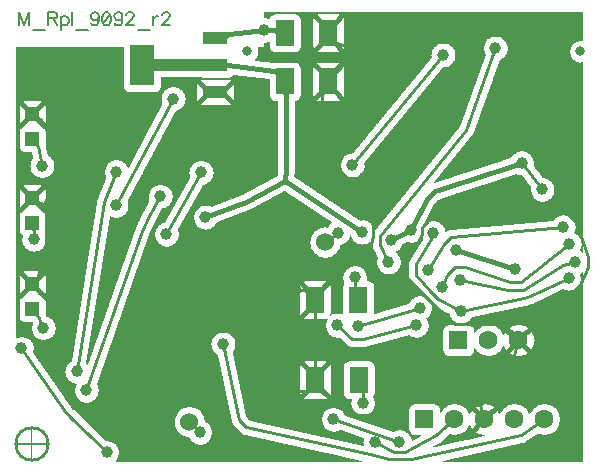
<source format=gtl>
G04 Rezonit PCAD EXPORT*
G04 layer position = 0*
G04 layer base position = 0*
G04 layer type = 0*
G04 layer flash color = 2*
G04 layer line color = 3*
G04*
G04  File:            M_RPL_9092_R2.GTL, Wed Nov 08 12:16:34 2023*
G04  Source:          P-CAD 2006 PCB, Version 19.02.958, (S:\Ïðîåêòû\GIT\R_DX_DXE_âçðûâîçàùèùåííûé_ïóëüò\Pcb\Pcad\M_Rpl_9092_r2.pcb)*
G04  Format:          Gerber Format (RS-274-D), ASCII*
G04*
G04  Format Options:  Absolute Positioning*
G04                   Leading-Zero Suppression*
G04                   Scale Factor 1:1*
G04                   NO Circular Interpolation*
G04                   Millimeter Units*
G04                   Numeric Format: 4.4 (XXXX.XXXX)*
G04                   G54 NOT Used for Aperture Change*
G04                   Apertures Embedded*
G04*
G04  File Options:    Offset = (0.000mm,0.000mm)*
G04                   Drill Symbol Size = 0.000mm*
G04                   No Pad/Via Holes*
G04*
G04  File Contents:   Pads*
G04                   Vias*
G04                   No Designators*
G04                   No Types*
G04                   No Values*
G04                   No Drill Symbols*
G04                   Top*
G04*
%INM_RPL_9092_R2.GTL*%
%ICAS*%
%MOMM*%
G04*
G04  Aperture MACROs for general use --- invoked via D-code assignment *
G04*
G04  General MACRO for flashed round with rotation and/or offset hole *
%AMROTOFFROUND*
1,1,$1,0.0000,0.0000*
1,0,$2,$3,$4*%
G04*
G04  General MACRO for flashed oval (obround) with rotation and/or offset hole *
%AMROTOFFOVAL*
21,1,$1,$2,0.0000,0.0000,$3*
1,1,$4,$5,$6*
1,1,$4,0-$5,0-$6*
1,0,$7,$8,$9*%
G04*
G04  General MACRO for flashed oval (obround) with rotation and no hole *
%AMROTOVALNOHOLE*
21,1,$1,$2,0.0000,0.0000,$3*
1,1,$4,$5,$6*
1,1,$4,0-$5,0-$6*%
G04*
G04  General MACRO for flashed rectangle with rotation and/or offset hole *
%AMROTOFFRECT*
21,1,$1,$2,0.0000,0.0000,$3*
1,0,$4,$5,$6*%
G04*
G04  General MACRO for flashed rectangle with rotation and no hole *
%AMROTRECTNOHOLE*
21,1,$1,$2,0.0000,0.0000,$3*%
G04*
G04  General MACRO for flashed rounded-rectangle *
%AMROUNDRECT*
21,1,$1,$2-$4,0.0000,0.0000,$3*
21,1,$1-$4,$2,0.0000,0.0000,$3*
1,1,$4,$5,$6*
1,1,$4,$7,$8*
1,1,$4,0-$5,0-$6*
1,1,$4,0-$7,0-$8*
1,0,$9,$10,$11*%
G04*
G04  General MACRO for flashed rounded-rectangle with rotation and no hole *
%AMROUNDRECTNOHOLE*
21,1,$1,$2-$4,0.0000,0.0000,$3*
21,1,$1-$4,$2,0.0000,0.0000,$3*
1,1,$4,$5,$6*
1,1,$4,$7,$8*
1,1,$4,0-$5,0-$6*
1,1,$4,0-$7,0-$8*%
G04*
G04  General MACRO for flashed regular polygon *
%AMREGPOLY*
5,1,$1,0.0000,0.0000,$2,$3+$4*
1,0,$5,$6,$7*%
G04*
G04  General MACRO for flashed regular polygon with no hole *
%AMREGPOLYNOHOLE*
5,1,$1,0.0000,0.0000,$2,$3+$4*%
G04*
G04  General MACRO for target *
%AMTARGET*
6,0,0,$1,$2,$3,4,$4,$5,$6*%
G04*
G04  General MACRO for mounting hole *
%AMMTHOLE*
1,1,$1,0,0*
1,0,$2,0,0*
$1=$1-$2*
$1=$1/2*
21,1,$2+$1,$3,0,0,$4*
21,1,$3,$2+$1,0,0,$4*%
G04*
G04*
G04  D10 : "Ellipse X0.001mm Y0.001mm H0.000mm 0.0deg (0.000mm,0.000mm) Draw"*
G04  Disc: OuterDia=0.0010*
%ADD10C, 0.0010*%
G04  D11 : "Ellipse X0.254mm Y0.254mm H0.000mm 0.0deg (0.000mm,0.000mm) Draw"*
G04  Disc: OuterDia=0.2540*
%ADD11C, 0.2540*%
G04  D12 : "Ellipse X0.381mm Y0.381mm H0.000mm 0.0deg (0.000mm,0.000mm) Draw"*
G04  Disc: OuterDia=0.3810*
%ADD12C, 0.3810*%
G04  D13 : "Ellipse X0.400mm Y0.400mm H0.000mm 0.0deg (0.000mm,0.000mm) Draw"*
G04  Disc: OuterDia=0.4000*
%ADD13C, 0.4000*%
G04  D14 : "Ellipse X0.100mm Y0.100mm H0.000mm 0.0deg (0.000mm,0.000mm) Draw"*
G04  Disc: OuterDia=0.1000*
%ADD14C, 0.1000*%
G04  D15 : "Ellipse X1.000mm Y1.000mm H0.000mm 0.0deg (0.000mm,0.000mm) Draw"*
G04  Disc: OuterDia=1.0000*
%ADD15C, 1.0000*%
G04  D16 : "Ellipse X0.127mm Y0.127mm H0.000mm 0.0deg (0.000mm,0.000mm) Draw"*
G04  Disc: OuterDia=0.1270*
%ADD16C, 0.1270*%
G04  D17 : "Ellipse X0.150mm Y0.150mm H0.000mm 0.0deg (0.000mm,0.000mm) Draw"*
G04  Disc: OuterDia=0.1500*
%ADD17C, 0.1500*%
G04  D18 : "Ellipse X0.154mm Y0.154mm H0.000mm 0.0deg (0.000mm,0.000mm) Draw"*
G04  Disc: OuterDia=0.1540*
%ADD18C, 0.1540*%
G04  D19 : "Ellipse X0.200mm Y0.200mm H0.000mm 0.0deg (0.000mm,0.000mm) Draw"*
G04  Disc: OuterDia=0.2000*
%ADD19C, 0.2000*%
G04  D20 : "Ellipse X0.250mm Y0.250mm H0.000mm 0.0deg (0.000mm,0.000mm) Draw"*
G04  Disc: OuterDia=0.2500*
%ADD20C, 0.2500*%
G04  D21 : "Ellipse X3.152mm Y3.152mm H0.000mm 0.0deg (0.000mm,0.000mm) Flash"*
G04  Disc: OuterDia=3.1520*
%ADD21C, 3.1520*%
G04  D22 : "Ellipse X0.952mm Y0.952mm H0.000mm 0.0deg (0.000mm,0.000mm) Flash"*
G04  Disc: OuterDia=0.9520*
%ADD22C, 0.9520*%
G04  D23 : "Ellipse X1.524mm Y1.524mm H0.000mm 0.0deg (0.000mm,0.000mm) Flash"*
G04  Disc: OuterDia=1.5240*
%ADD23C, 1.5240*%
G04  D24 : "Ellipse X1.600mm Y1.600mm H0.000mm 0.0deg (0.000mm,0.000mm) Flash"*
G04  Disc: OuterDia=1.6000*
%ADD24C, 1.6000*%
G04  D25 : "Ellipse X1.676mm Y1.676mm H0.000mm 0.0deg (0.000mm,0.000mm) Flash"*
G04  Disc: OuterDia=1.6760*
%ADD25C, 1.6760*%
G04  D26 : "Ellipse X1.752mm Y1.752mm H0.000mm 0.0deg (0.000mm,0.000mm) Flash"*
G04  Disc: OuterDia=1.7520*
%ADD26C, 1.7520*%
G04  D27 : "Mounting Hole X3.000mm Y3.000mm H0.000mm 0.0deg (0.000mm,0.000mm) Flash"*
G04  Mounting Hole: Diameter=3.0000, Rotation=0.0, LineWidth=0.1270 *
%ADD27MTHOLE, 3.0000 X2.4920 X0.1270 X0.0*%
G04  D28 : "Mounting Hole X0.800mm Y0.800mm H0.000mm 0.0deg (0.000mm,0.000mm) Flash"*
G04  Mounting Hole: Diameter=0.8000, Rotation=0.0, LineWidth=0.1270 *
%ADD28MTHOLE, 0.8000 X0.2920 X0.1270 X0.0*%
G04  D29 : "Oval X0.500mm Y2.600mm H0.000mm 0.0deg (0.000mm,0.000mm) Flash"*
G04  Obround: DimX=0.5000, DimY=2.6000, Rotation=0.0, OffsetX=0.0000, OffsetY=0.0000, HoleDia=0.0000 *
%ADD29O, 0.5000 X2.6000*%
G04  D30 : "Oval X0.652mm Y2.752mm H0.000mm 0.0deg (0.000mm,0.000mm) Flash"*
G04  Obround: DimX=0.6520, DimY=2.7520, Rotation=0.0, OffsetX=0.0000, OffsetY=0.0000, HoleDia=0.0000 *
%ADD30O, 0.6520 X2.7520*%
G04  D31 : "Oval X0.280mm Y1.000mm H0.000mm 135.0deg (0.000mm,0.000mm) Flash"*
G04  Obround: DimX=0.2800, DimY=1.0000, Rotation=135.0, OffsetX=0.0000, OffsetY=0.0000, HoleDia=0.0000 *
%ADD31ROTOVALNOHOLE, 0.2800 X0.7200 X135.0 X0.2800 X0.2546 X0.2546*%
G04  D32 : "Oval X0.280mm Y1.000mm H0.000mm 225.0deg (0.000mm,0.000mm) Flash"*
G04  Obround: DimX=0.2800, DimY=1.0000, Rotation=225.0, OffsetX=0.0000, OffsetY=0.0000, HoleDia=0.0000 *
%ADD32ROTOVALNOHOLE, 0.2800 X0.7200 X225.0 X0.2800 X-0.2546 X0.2546*%
G04  D33 : "Oval X0.432mm Y1.152mm H0.000mm 135.0deg (0.000mm,0.000mm) Flash"*
G04  Obround: DimX=0.4320, DimY=1.1520, Rotation=135.0, OffsetX=0.0000, OffsetY=0.0000, HoleDia=0.0000 *
%ADD33ROTOVALNOHOLE, 0.4320 X0.7200 X135.0 X0.4320 X0.2546 X0.2546*%
G04  D34 : "Oval X0.432mm Y1.152mm H0.000mm 225.0deg (0.000mm,0.000mm) Flash"*
G04  Obround: DimX=0.4320, DimY=1.1520, Rotation=225.0, OffsetX=0.0000, OffsetY=0.0000, HoleDia=0.0000 *
%ADD34ROTOVALNOHOLE, 0.4320 X0.7200 X225.0 X0.4320 X-0.2546 X0.2546*%
G04  D35 : "Oval X2.032mm Y0.660mm H0.000mm 0.0deg (0.000mm,0.000mm) Flash"*
G04  Obround: DimX=2.0320, DimY=0.6604, Rotation=0.0, OffsetX=0.0000, OffsetY=0.0000, HoleDia=0.0000 *
%ADD35O, 2.0320 X0.6604*%
G04  D36 : "Oval X0.660mm Y2.032mm H0.000mm 0.0deg (0.000mm,0.000mm) Flash"*
G04  Obround: DimX=0.6604, DimY=2.0320, Rotation=0.0, OffsetX=0.0000, OffsetY=0.0000, HoleDia=0.0000 *
%ADD36O, 0.6604 X2.0320*%
G04  D37 : "Oval X2.184mm Y0.812mm H0.000mm 0.0deg (0.000mm,0.000mm) Flash"*
G04  Obround: DimX=2.1840, DimY=0.8124, Rotation=0.0, OffsetX=0.0000, OffsetY=0.0000, HoleDia=0.0000 *
%ADD37O, 2.1840 X0.8124*%
G04  D38 : "Oval X0.812mm Y2.184mm H0.000mm 0.0deg (0.000mm,0.000mm) Flash"*
G04  Obround: DimX=0.8124, DimY=2.1840, Rotation=0.0, OffsetX=0.0000, OffsetY=0.0000, HoleDia=0.0000 *
%ADD38O, 0.8124 X2.1840*%
G04  D39 : "Rounded Rectangle X3.200mm Y3.200mm H0.000mm 225.0deg (0.000mm,0.000mm) Flash"*
G04  RoundRct: DimX=3.2000, DimY=3.2000, CornerRad=0.8000, Rotation=225.0, OffsetX=0.0000, OffsetY=0.0000, HoleDia=0.0000 *
%ADD39ROUNDRECTNOHOLE, 3.2000 X3.2000 X225.0 X1.6000 X0.0000 X1.1314 X1.1314 X-0.0000*%
G04  D40 : "Rounded Rectangle X3.352mm Y3.352mm H0.000mm 225.0deg (0.000mm,0.000mm) Flash"*
G04  RoundRct: DimX=3.3520, DimY=3.3520, CornerRad=0.8380, Rotation=225.0, OffsetX=0.0000, OffsetY=0.0000, HoleDia=0.0000 *
%ADD40ROUNDRECTNOHOLE, 3.3520 X3.3520 X225.0 X1.6760 X0.0000 X1.1851 X1.1851 X-0.0000*%
G04  D41 : "Rounded Rectangle X1.500mm Y0.660mm H0.000mm 0.0deg (0.000mm,0.000mm) Flash"*
G04  RoundRct: DimX=1.5000, DimY=0.6604, CornerRad=0.1651, Rotation=0.0, OffsetX=0.0000, OffsetY=0.0000, HoleDia=0.0000 *
%ADD41ROUNDRECTNOHOLE, 1.5000 X0.6604 X0.0 X0.3302 X-0.5849 X-0.1651 X-0.5849 X0.1651*%
G04  D42 : "Rounded Rectangle X1.652mm Y0.812mm H0.000mm 0.0deg (0.000mm,0.000mm) Flash"*
G04  RoundRct: DimX=1.6520, DimY=0.8124, CornerRad=0.2031, Rotation=0.0, OffsetX=0.0000, OffsetY=0.0000, HoleDia=0.0000 *
%ADD42ROUNDRECTNOHOLE, 1.6520 X0.8124 X0.0 X0.4062 X-0.6229 X-0.2031 X-0.6229 X0.2031*%
G04  D43 : "Rectangle X0.500mm Y2.600mm H0.000mm 0.0deg (0.000mm,0.000mm) Flash"*
G04  Rectangular: DimX=0.5000, DimY=2.6000, Rotation=0.0, OffsetX=0.0000, OffsetY=0.0000, HoleDia=0.0000 *
%ADD43R, 0.5000 X2.6000*%
G04  D44 : "Rectangle X0.652mm Y2.752mm H0.000mm 0.0deg (0.000mm,0.000mm) Flash"*
G04  Rectangular: DimX=0.6520, DimY=2.7520, Rotation=0.0, OffsetX=0.0000, OffsetY=0.0000, HoleDia=0.0000 *
%ADD44R, 0.6520 X2.7520*%
G04  D45 : "Rectangle X0.280mm Y1.000mm H0.000mm 225.0deg (0.000mm,0.000mm) Flash"*
G04  Rectangular: DimX=0.2800, DimY=1.0000, Rotation=225.0, OffsetX=0.0000, OffsetY=0.0000, HoleDia=0.0000 *
%ADD45ROTRECTNOHOLE, 0.2800 X1.0000 X225.0*%
G04  D46 : "Rectangle X2.150mm Y3.500mm H0.000mm 0.0deg (0.000mm,0.000mm) Flash"*
G04  Rectangular: DimX=2.1500, DimY=3.5000, Rotation=0.0, OffsetX=0.0000, OffsetY=0.0000, HoleDia=0.0000 *
%ADD46R, 2.1500 X3.5000*%
G04  D47 : "Rectangle X2.302mm Y3.652mm H0.000mm 0.0deg (0.000mm,0.000mm) Flash"*
G04  Rectangular: DimX=2.3020, DimY=3.6520, Rotation=0.0, OffsetX=0.0000, OffsetY=0.0000, HoleDia=0.0000 *
%ADD47R, 2.3020 X3.6520*%
G04  D48 : "Rectangle X0.402mm Y1.752mm H0.000mm 0.0deg (0.000mm,0.000mm) Flash"*
G04  Rectangular: DimX=0.4020, DimY=1.7520, Rotation=0.0, OffsetX=0.0000, OffsetY=0.0000, HoleDia=0.0000 *
%ADD48R, 0.4020 X1.7520*%
G04  D49 : "Rectangle X1.752mm Y0.402mm H0.000mm 0.0deg (0.000mm,0.000mm) Flash"*
G04  Rectangular: DimX=1.7520, DimY=0.4020, Rotation=0.0, OffsetX=0.0000, OffsetY=0.0000, HoleDia=0.0000 *
%ADD49R, 1.7520 X0.4020*%
G04  D50 : "Rectangle X0.432mm Y1.152mm H0.000mm 225.0deg (0.000mm,0.000mm) Flash"*
G04  Rectangular: DimX=0.4320, DimY=1.1520, Rotation=225.0, OffsetX=0.0000, OffsetY=0.0000, HoleDia=0.0000 *
%ADD50ROTRECTNOHOLE, 0.4320 X1.1520 X225.0*%
G04  D51 : "Rectangle X1.100mm Y4.600mm H0.000mm 0.0deg (0.000mm,0.000mm) Flash"*
G04  Rectangular: DimX=1.1000, DimY=4.6000, Rotation=0.0, OffsetX=0.0000, OffsetY=0.0000, HoleDia=0.0000 *
%ADD51R, 1.1000 X4.6000*%
G04  D52 : "Rectangle X1.252mm Y4.752mm H0.000mm 0.0deg (0.000mm,0.000mm) Flash"*
G04  Rectangular: DimX=1.2520, DimY=4.7520, Rotation=0.0, OffsetX=0.0000, OffsetY=0.0000, HoleDia=0.0000 *
%ADD52R, 1.2520 X4.7520*%
G04  D53 : "Rectangle X1.100mm Y1.200mm H0.000mm 0.0deg (0.000mm,0.000mm) Flash"*
G04  Rectangular: DimX=1.1000, DimY=1.2000, Rotation=0.0, OffsetX=0.0000, OffsetY=0.0000, HoleDia=0.0000 *
%ADD53R, 1.1000 X1.2000*%
G04  D54 : "Rectangle X1.200mm Y1.100mm H0.000mm 0.0deg (0.000mm,0.000mm) Flash"*
G04  Rectangular: DimX=1.2000, DimY=1.1000, Rotation=0.0, OffsetX=0.0000, OffsetY=0.0000, HoleDia=0.0000 *
%ADD54R, 1.2000 X1.1000*%
G04  D55 : "Rectangle X2.150mm Y1.100mm H0.000mm 0.0deg (0.000mm,0.000mm) Flash"*
G04  Rectangular: DimX=2.1500, DimY=1.1000, Rotation=0.0, OffsetX=0.0000, OffsetY=0.0000, HoleDia=0.0000 *
%ADD55R, 2.1500 X1.1000*%
G04  D56 : "Rectangle X2.150mm Y1.100mm H0.000mm 0.0deg (0.000mm,0.000mm) Flash"*
G04  Rectangular: DimX=2.1500, DimY=1.1000, Rotation=0.0, OffsetX=0.0000, OffsetY=0.0000, HoleDia=0.0000 *
%ADD56R, 2.1500 X1.1000*%
G04  D57 : "Rectangle X1.200mm Y1.200mm H0.000mm 0.0deg (0.000mm,0.000mm) Flash"*
G04  Square: Side=1.2000, Rotation=0.0, OffsetX=0.0000, OffsetY=0.0000, HoleDia=0.0000*
%ADD57R, 1.2000 X1.2000*%
G04  D58 : "Rectangle X1.252mm Y1.352mm H0.000mm 0.0deg (0.000mm,0.000mm) Flash"*
G04  Rectangular: DimX=1.2520, DimY=1.3520, Rotation=0.0, OffsetX=0.0000, OffsetY=0.0000, HoleDia=0.0000 *
%ADD58R, 1.2520 X1.3520*%
G04  D59 : "Rectangle X1.352mm Y1.252mm H0.000mm 0.0deg (0.000mm,0.000mm) Flash"*
G04  Rectangular: DimX=1.3520, DimY=1.2520, Rotation=0.0, OffsetX=0.0000, OffsetY=0.0000, HoleDia=0.0000 *
%ADD59R, 1.3520 X1.2520*%
G04  D60 : "Rectangle X2.302mm Y1.252mm H0.000mm 0.0deg (0.000mm,0.000mm) Flash"*
G04  Rectangular: DimX=2.3020, DimY=1.2520, Rotation=0.0, OffsetX=0.0000, OffsetY=0.0000, HoleDia=0.0000 *
%ADD60R, 2.3020 X1.2520*%
G04  D61 : "Rectangle X2.302mm Y1.252mm H0.000mm 0.0deg (0.000mm,0.000mm) Flash"*
G04  Rectangular: DimX=2.3020, DimY=1.2520, Rotation=0.0, OffsetX=0.0000, OffsetY=0.0000, HoleDia=0.0000 *
%ADD61R, 2.3020 X1.2520*%
G04  D62 : "Rectangle X1.352mm Y1.352mm H0.000mm 0.0deg (0.000mm,0.000mm) Flash"*
G04  Square: Side=1.3520, Rotation=0.0, OffsetX=0.0000, OffsetY=0.0000, HoleDia=0.0000*
%ADD62R, 1.3520 X1.3520*%
G04  D63 : "Rectangle X1.500mm Y0.660mm H0.000mm 0.0deg (0.000mm,0.000mm) Flash"*
G04  Rectangular: DimX=1.5000, DimY=0.6604, Rotation=0.0, OffsetX=0.0000, OffsetY=0.0000, HoleDia=0.0000 *
%ADD63R, 1.5000 X0.6604*%
G04  D64 : "Rectangle X1.600mm Y1.600mm H0.000mm 0.0deg (0.000mm,0.000mm) Flash"*
G04  Square: Side=1.6000, Rotation=0.0, OffsetX=0.0000, OffsetY=0.0000, HoleDia=0.0000*
%ADD64R, 1.6000 X1.6000*%
G04  D65 : "Rectangle X1.652mm Y0.812mm H0.000mm 0.0deg (0.000mm,0.000mm) Flash"*
G04  Rectangular: DimX=1.6520, DimY=0.8124, Rotation=0.0, OffsetX=0.0000, OffsetY=0.0000, HoleDia=0.0000 *
%ADD65R, 1.6520 X0.8124*%
G04  D66 : "Rectangle X1.752mm Y1.752mm H0.000mm 0.0deg (0.000mm,0.000mm) Flash"*
G04  Square: Side=1.7520, Rotation=0.0, OffsetX=0.0000, OffsetY=0.0000, HoleDia=0.0000*
%ADD66R, 1.7520 X1.7520*%
G04  D67 : "Rectangle X2.032mm Y0.660mm H0.000mm 0.0deg (0.000mm,0.000mm) Flash"*
G04  Rectangular: DimX=2.0320, DimY=0.6604, Rotation=0.0, OffsetX=0.0000, OffsetY=0.0000, HoleDia=0.0000 *
%ADD67R, 2.0320 X0.6604*%
G04  D68 : "Rectangle X0.660mm Y2.032mm H0.000mm 0.0deg (0.000mm,0.000mm) Flash"*
G04  Rectangular: DimX=0.6604, DimY=2.0320, Rotation=0.0, OffsetX=0.0000, OffsetY=0.0000, HoleDia=0.0000 *
%ADD68R, 0.6604 X2.0320*%
G04  D69 : "Rectangle X2.184mm Y0.812mm H0.000mm 0.0deg (0.000mm,0.000mm) Flash"*
G04  Rectangular: DimX=2.1840, DimY=0.8124, Rotation=0.0, OffsetX=0.0000, OffsetY=0.0000, HoleDia=0.0000 *
%ADD69R, 2.1840 X0.8124*%
G04  D70 : "Rectangle X0.812mm Y2.184mm H0.000mm 0.0deg (0.000mm,0.000mm) Flash"*
G04  Rectangular: DimX=0.8124, DimY=2.1840, Rotation=0.0, OffsetX=0.0000, OffsetY=0.0000, HoleDia=0.0000 *
%ADD70R, 0.8124 X2.1840*%
G04  D71 : "Rectangle X1.600mm Y2.200mm H0.000mm 0.0deg (0.000mm,0.000mm) Flash"*
G04  Rectangular: DimX=1.6000, DimY=2.2000, Rotation=0.0, OffsetX=0.0000, OffsetY=0.0000, HoleDia=0.0000 *
%ADD71R, 1.6000 X2.2000*%
G04  D72 : "Rectangle X0.250mm Y1.600mm H0.000mm 0.0deg (0.000mm,0.000mm) Flash"*
G04  Rectangular: DimX=0.2500, DimY=1.6000, Rotation=0.0, OffsetX=0.0000, OffsetY=0.0000, HoleDia=0.0000 *
%ADD72R, 0.2500 X1.6000*%
G04  D73 : "Rectangle X1.600mm Y0.250mm H0.000mm 0.0deg (0.000mm,0.000mm) Flash"*
G04  Rectangular: DimX=1.6000, DimY=0.2500, Rotation=0.0, OffsetX=0.0000, OffsetY=0.0000, HoleDia=0.0000 *
%ADD73R, 1.6000 X0.2500*%
G04  D74 : "Rectangle X1.800mm Y2.400mm H0.000mm 0.0deg (0.000mm,0.000mm) Flash"*
G04  Rectangular: DimX=1.8000, DimY=2.4000, Rotation=0.0, OffsetX=0.0000, OffsetY=0.0000, HoleDia=0.0000 *
%ADD74R, 1.8000 X2.4000*%
G04  D75 : "Ellipse X1.000mm Y1.000mm H0.000mm 0.0deg (0.000mm,0.000mm) Flash"*
G04  Disc: OuterDia=1.0000*
%ADD75C, 1.0000*%
G04  D76 : "Ellipse X1.152mm Y1.152mm H0.000mm 0.0deg (0.000mm,0.000mm) Flash"*
G04  Disc: OuterDia=1.1520*
%ADD76C, 1.1520*%
G04*
%FSLAX44Y44*%
%SFA1B1*%
%OFA0.000B0.000*%
G04*
G71*
G90*
G01*
D2*
%LNTop*%
D20*
X6680833Y10182662*
X6687130Y10176365D1*
X6658750Y10284750D2*
Y10283500D1*
Y10282982*
X6659482Y10282250*
X6662382Y10280250*
X6665750Y10276882*
X6674217Y10256840*
X6663467Y10252387D2*
X6658750Y10261982D1*
Y10262500*
X6654000Y10267250*
Y10268500*
X6664250Y10357287D2*
X6665750Y10349882D1*
X6666090Y10331953*
Y10323047*
X6658750Y10296018*
Y10295500*
Y10294250*
X6654000Y10289500*
X6664250Y10357287D2*
X6660518Y10357750D1*
X6660000*
X6658750*
X6655340Y10327500D2*
Y10335500D1*
X6654000Y10288250D2*
Y10289500D1*
X6658750Y10295500D2*
X6654000Y10290750D1*
Y10289500*
X6655340Y10335500D2*
X6654000Y10336840D1*
Y10341500*
X6682489Y10399177D2*
X6661250Y10428018D1*
X6660518Y10428750*
X6660000*
X6658750*
X6654000Y10433500*
X6658750Y10406500D2*
Y10405982D1*
X6662340Y10389556*
X6660000Y10428750D2*
X6655250Y10433500D1*
X6654000*
X6658750Y10406500D2*
X6654000Y10411250D1*
Y10412500*
X6723810Y10184740D2*
X6720471Y10189631D1*
X6723810Y10184740D2*
X6732240Y10189063D1*
X6734415Y10147900D2*
X6723810Y10184740D1*
X6720471Y10189631D2*
X6721490Y10193516D1*
X6747000Y10334000D2*
X6753000Y10347000D1*
D2*
D15*
X6757750Y10475000*
X6747000D1*
D2*
D20*
X6839804Y10178913*
X6851219Y10198720D1*
X6829054Y10174460D2*
X6835351Y10168163D1*
X6796000Y10164000D2*
X6787000Y10173000D1*
X6811065Y10249721D2*
X6819971D1*
X6826268Y10243424*
X6789948Y10350626D2*
X6796245Y10356923D1*
D2*
D13*
X6800698Y10346173*
X6834814Y10359202D1*
D2*
D20*
X6821000Y10447018*
X6820268Y10447750D1*
X6819750*
X6818500*
X6809000Y10452000*
D2*
D13*
X6850368Y10504527*
X6820578Y10501500D1*
X6819750*
D2*
D20*
Y10447750*
X6815500Y10452000D1*
X6809000*
D2*
D13*
X6819750Y10501500*
X6816250Y10498000D1*
X6809000*
D2*
D15*
X6798250Y10475000*
X6809000D1*
D2*
D13*
X6819750Y10474500*
X6819250Y10475000D1*
X6809000*
D2*
D20*
X6885182Y10198750*
X6885700D1*
X6886950*
X6893700Y10208500*
X6929547Y10178250D2*
X6901182Y10196250D1*
X6900450Y10196982*
Y10197500*
Y10198750*
X6893700Y10208500*
X6885700Y10198750D2*
X6893700Y10206750D1*
Y10208500*
X6900450Y10197500D2*
X6893700Y10204250D1*
Y10208500*
X6930500Y10201000D2*
Y10208500D1*
X6877200Y10284747D2*
X6885200D1*
X6886450*
X6893200Y10276000*
X6893450Y10266250*
Y10265000*
Y10219500*
Y10218250*
X6912433Y10254608D2*
X6925120Y10242805D1*
X6885200Y10284747D2*
X6893200Y10276747D1*
Y10276000*
X6893450Y10265000D2*
X6893200Y10265250D1*
Y10276000*
Y10280250D2*
Y10276000D1*
X6893450Y10219500D2*
X6893700Y10219250D1*
X6930000Y10284178D2*
Y10276000D1*
X6922725Y10305750D2*
X6900682Y10288250D1*
X6913000Y10333000D2*
X6902000Y10325000D1*
X6929553Y10379417D2*
X6920647D1*
X6914350Y10385714*
X6899502Y10410516*
D2*
D13*
X6869012Y10386669*
X6868136Y10376757D1*
D2*
D20*
X6899502Y10450000*
Y10451250D1*
X6904800Y10461000*
X6929326Y10490000D2*
X6913318Y10492250D1*
X6912800*
X6911550*
X6904800Y10502000*
Y10461000D2*
X6911550Y10470750D1*
Y10472000*
Y10472518*
X6912282Y10473250*
X6929326Y10490000*
X6912800Y10492250D2*
X6904800Y10500250D1*
Y10502000*
X6911550Y10472000D2*
X6904800Y10465250D1*
Y10461000*
X6899502Y10450000D2*
X6904800Y10455298D1*
Y10461000*
D2*
D13*
X6860000Y10504527*
X6862527Y10502000D1*
X6868000*
X6869012Y10450000D2*
X6868000Y10451012D1*
Y10461000*
X6860000Y10470000D2*
X6868000Y10462000D1*
Y10461000*
D2*
D20*
X6981000Y10194000*
X6938453Y10178250D1*
X6939910Y10145240D2*
X6956000Y10141000D1*
X6970000Y10147000D2*
X6996382Y10161250D1*
X6944363Y10155990D2*
X6960000Y10147000D1*
X6970000*
X6956000Y10141000D2*
X6975000D1*
X6985780Y10279906D2*
X6994190Y10271496D1*
X6991472Y10283028D2*
X6997312Y10277188D1*
X6969489Y10299016D2*
X6960161Y10297294D1*
X6951255*
X6937782Y10309736*
X6969489Y10299016D2*
X6971736Y10307883D1*
X6972502Y10309731*
X6984276Y10331456*
X6984275Y10336524*
X7000041Y10356696*
X6937782Y10309736D2*
X6942659Y10329699D1*
Y10337433*
X6969489Y10299016D2*
X6972502Y10293461D1*
X7008640Y10329244D2*
X7002343Y10322947D1*
X6989486Y10301596*
X6948245Y10330411D2*
Y10322677D1*
X6955708Y10308044*
D2*
D13*
X6975024Y10335288*
X6977177Y10340404D1*
X6975024Y10335288D2*
X6957580Y10326544D1*
D2*
D20*
X6992774Y10329001*
X6992008Y10327153D1*
X6978736Y10306049*
Y10297143*
X6992774Y10329001D2*
X6993527Y10329754D1*
Y10332692*
X7006293Y10494250D2*
X6997387D1*
X6949248Y10491244*
X6949326Y10490000*
X6949248Y10491244D2*
X6949326Y10491166D1*
Y10490000*
X7054975Y10203494D2*
X7033538Y10187246D1*
X7036800Y10175000D2*
X7033538Y10187246D1*
X7067691Y10161250D2*
X7068069Y10161407D1*
X7012370Y10255682D2*
X7021236D1*
X7034756Y10255730*
X7045738*
X7046116Y10255573*
X7065647Y10241980*
X7071247Y10285016D2*
X7069399Y10284250D1*
X7056825*
X7075212Y10279081D2*
X7070791Y10277250D1*
X7016803Y10266385*
X7067565Y10291250D2*
X7058659D1*
X7020689Y10303527*
X7011783*
D2*
D13*
X7063112Y10302000*
X7013093Y10318494D1*
D2*
D20*
X7057047Y10493620*
X7050750Y10499917D1*
X7041844*
X7015994Y10486759*
X7118921Y10289963D2*
X7124476Y10303661D1*
Y10312339*
X7119448Y10327989*
X7114317Y10342186*
X7108020Y10348483*
X7095915Y10350888*
X7114000Y10308000D2*
X7103718Y10305166D1*
X7096711Y10373934D2*
Y10365028D1*
X6682489Y10399177D2*
X6664250Y10357287D1*
X6658750Y10357750D2*
X6654000Y10362500D1*
Y10289500D2*
X6658750Y10284750D1*
X6674217Y10256840D2*
X6681275Y10211047D1*
X6691583Y10187115*
X6645000Y10235000D2*
X6680833Y10182662D1*
X6658750Y10283500D2*
X6654000Y10288250D1*
X6660000Y10357750D2*
X6655250Y10362500D1*
X6654000*
X6732240Y10189063D2*
X6778613Y10220035D1*
X6753000Y10347000D2*
X6762448Y10363812D1*
X6725220Y10384329D2*
X6715000Y10359000D1*
X6796245Y10356923D2*
X6830051Y10370702D1*
X6826268Y10243424D2*
X6851219Y10198720D1*
X6815518Y10238971D2*
X6829054Y10174460D1*
X6893450Y10218250D2*
X6893700Y10208500D1*
X6900682Y10288250D2*
X6899950Y10287518D1*
Y10287000*
Y10285750*
X6893200Y10276000*
X6927178Y10295000D2*
Y10287000D1*
X6899950D2*
X6893200Y10280250D1*
X6893700Y10219250D2*
Y10208500D1*
X6927178Y10287000D2*
X6930000Y10284178D1*
X6899502Y10410516D2*
Y10450000D1*
X6972502Y10293461D2*
X6985780Y10279906D1*
X7005486Y10297230D2*
X7001441Y10287157D1*
D2*
D13*
X6977177Y10340404*
X6988541Y10361459D1*
X6995278Y10368196*
D2*
D20*
X6978736Y10297143*
X6991472Y10283028D1*
X7065647Y10241980D2*
X7054975Y10203494D1*
X7056825Y10284250D2*
X7016236Y10292777D1*
X7080909Y10422808D2*
X7057047Y10493620D1*
X7046297Y10489167D2*
X7021636Y10420004D1*
X7096711Y10365028D2*
X7095915Y10350888D1*
X7112624Y10283666D2*
X7118921Y10289963D1*
X6773371Y10446327D2*
X6725000Y10356000D1*
D2*
D13*
X6869012Y10450000*
Y10386669D1*
D2*
D20*
X6691583Y10187115*
X6720471Y10189631D1*
X6687130Y10176365D2*
X6717000Y10147000D1*
X6706569Y10401912D2*
X6682489Y10399177D1*
X6981000Y10194000D2*
X7033538Y10187246D1*
X6851219Y10198720D2*
X6885182Y10198750D1*
X6938453Y10178250D2*
X6929547D1*
X6835351Y10168163D2*
X6939910Y10145240D1*
X6996382Y10161250D2*
X7011400Y10175000D1*
X6934000Y10189000D2*
Y10197500D1*
X6930500Y10201000*
X6909000Y10175000D2*
X6965000Y10156000D1*
X6994190Y10271496D2*
X7012370Y10255682D1*
X6778613Y10220035D2*
X6811065Y10249721D1*
X6925120Y10242805D2*
X6934026D1*
X6979185Y10254529*
X6929573Y10253555D2*
X6982163Y10269406D1*
X6997312Y10277188D2*
X7016803Y10266385D1*
X6783000Y10312000D2*
X6789948Y10350626D1*
X6937782Y10309736D2*
X6922725Y10305750D1*
X7011783Y10303527D2*
X7005486Y10297230D1*
X6857512Y10391432D2*
X6830051Y10370702D1*
X7010886Y10424457D2*
X6935026Y10379568D1*
X6929553Y10379417*
X7015994Y10486759D2*
X7006293Y10494250D1*
D2*
D13*
X6850368Y10504527*
X6860000D1*
D2*
D15*
X6757750Y10475000*
X6798250D1*
D2*
D13*
X6860000Y10470000*
X6859172D1*
X6819750Y10474500*
D2*
D20*
X6949248Y10491244*
X6929326Y10490000D1*
X7068069Y10161407D2*
X7087600Y10175000D1*
X7065647Y10241980D2*
X7112624Y10283666D1*
X7108698Y10323536D2*
X7067565Y10291250D1*
X7080909Y10422808D2*
X7096711Y10373934D1*
X7085961Y10369481D2*
X7068380Y10392041D1*
X6715000Y10359000D2*
X6692025Y10215500D1*
X6783000Y10312000D2*
X6877200Y10284747D1*
X6942659Y10337433D2*
X6935026Y10379568D1*
D2*
D13*
X6868136Y10376757*
X6933324Y10333566D1*
X6834814Y10359202D2*
X6868136Y10376757D1*
D2*
D20*
X6797000Y10384000*
X6767764Y10331767D1*
X7010886Y10424457D2*
X7015994Y10486759D1*
X7103718Y10305166D2*
X7071247Y10285016D1*
X7108171Y10294416D2*
X7075212Y10279081D1*
X6857512Y10391432D2*
X6821000Y10447018D1*
X7021636Y10420004D2*
X6948245Y10330411D1*
X7001840Y10483500D2*
X6925100Y10390167D1*
X6975000Y10141000D2*
X7067691Y10161250D1*
X7000041Y10356696D2*
X7049000Y10351000D1*
X7095915Y10350888D2*
X7049000Y10351000D1*
X7103567Y10337733D2*
X7008640Y10329244D1*
D2*
D13*
X6995278Y10368196*
X7068380Y10392041D1*
D2*
D20*
X6721490Y10193516*
X6783000Y10312000D1*
X6699858Y10199568D2*
X6747000Y10334000D1*
D2*
D19*
X6651714Y10508482*
Y10519732D1*
X6647428Y10508482*
X6643142Y10519732*
Y10508482*
X6654392Y10504732D2*
X6664571D1*
X6667785Y10514375D2*
X6672607D1*
X6674214Y10514910*
X6674749Y10515446*
X6675285Y10516517*
Y10517589*
X6674749Y10518660*
X6674214Y10519196*
X6672607Y10519732*
X6667785*
Y10508482*
X6671535Y10514375D2*
X6675285Y10508482D1*
X6678499Y10515982D2*
Y10504732D1*
Y10514375D2*
X6679571Y10515446D1*
X6680642Y10515982*
X6682249*
X6683321Y10515446*
X6684392Y10514375*
X6684928Y10512767*
Y10511696*
X6684392Y10510089*
X6683321Y10509017*
X6682249Y10508482*
X6680642*
X6679571Y10509017*
X6678499Y10510089*
X6688142Y10519732D2*
Y10508482D1*
X6690821Y10504732D2*
X6700999D1*
X6710642Y10515982D2*
X6710107Y10514375D1*
X6709035Y10513303*
X6707428Y10512767*
X6706892*
X6705285Y10513303*
X6704214Y10514375*
X6703678Y10515982*
Y10516517*
X6704214Y10518125*
X6705285Y10519196*
X6706892Y10519732*
X6707428*
X6709035Y10519196*
X6710107Y10518125*
X6710642Y10515982*
Y10513303*
X6710107Y10510625*
X6709035Y10509017*
X6707428Y10508482*
X6706357*
X6704749Y10509017*
X6704214Y10510089*
X6716535Y10519732D2*
X6714928Y10519196D1*
X6713857Y10517589*
X6713321Y10514910*
Y10513303*
X6713857Y10510625*
X6714928Y10509017*
X6716535Y10508482*
X6717607*
X6719214Y10509017*
X6720285Y10510625*
X6720821Y10513303*
Y10514910*
X6720285Y10517589*
X6719214Y10519196*
X6717607Y10519732*
X6716535*
X6720285Y10517589D2*
X6713857Y10510625D1*
X6730464Y10515982D2*
X6729928Y10514375D1*
X6728857Y10513303*
X6727249Y10512767*
X6726714*
X6725107Y10513303*
X6724035Y10514375*
X6723499Y10515982*
Y10516517*
X6724035Y10518125*
X6725107Y10519196*
X6726714Y10519732*
X6727249*
X6728857Y10519196*
X6729928Y10518125*
X6730464Y10515982*
Y10513303*
X6729928Y10510625*
X6728857Y10509017*
X6727249Y10508482*
X6726178*
X6724571Y10509017*
X6724035Y10510089*
X6733678Y10517053D2*
Y10517589D1*
X6734214Y10518660*
X6734749Y10519196*
X6735821Y10519732*
X6737964*
X6739035Y10519196*
X6739571Y10518660*
X6740107Y10517589*
Y10516517*
X6739571Y10515446*
X6738499Y10513839*
X6733142Y10508482*
X6740642*
X6743321Y10504732D2*
X6753499D1*
X6756714Y10515982D2*
Y10508482D1*
Y10512767D2*
X6757249Y10514375D1*
X6758321Y10515446*
X6759392Y10515982*
X6760999*
X6764214Y10517053D2*
Y10517589D1*
X6764749Y10518660*
X6765285Y10519196*
X6766357Y10519732*
X6768499*
X6769571Y10519196*
X6770107Y10518660*
X6770642Y10517589*
Y10516517*
X6770107Y10515446*
X6769035Y10513839*
X6763678Y10508482*
X6771178*
D2*
D14*
X7024100Y10169707*
X7021132Y10165267D1*
X7016667Y10162283*
X7011400Y10161235*
X7007261Y10162058*
X7001305Y10156606*
X7000771Y10155949*
X7000324Y10155707*
X6999949Y10155364*
X6999153Y10155075*
X6993280Y10151902*
X7036380Y10161318*
X7031532Y10162283*
X7027067Y10165267*
X7024100Y10169707*
X6994668Y10152652D2*
X6996713D1*
X6996057Y10153402D2*
X7000146D1*
X6997445Y10154152D2*
X7003579D1*
X6998834Y10154902D2*
X7007012D1*
X7000264Y10155652D2*
X7010445D1*
X7001140Y10156402D2*
X7013878D1*
X7001902Y10157152D2*
X7017311D1*
X7002721Y10157902D2*
X7020744D1*
X7003541Y10158652D2*
X7024177D1*
X7004360Y10159402D2*
X7027610D1*
X7005179Y10160152D2*
X7031043D1*
X7005998Y10160902D2*
X7034476D1*
X7006817Y10161652D2*
X7009302D1*
X7013497D2*
X7034702D1*
X7016846Y10162402D2*
X7031353D1*
X7017968Y10163152D2*
X7030231D1*
X7019091Y10163902D2*
X7029108D1*
X7020213Y10164652D2*
X7027986D1*
X7021223Y10165402D2*
X7026976D1*
X7021724Y10166152D2*
X7026475D1*
X7022225Y10166902D2*
X7025974D1*
X7022727Y10167652D2*
X7025472D1*
X7023228Y10168402D2*
X7024971D1*
X7023729Y10169152D2*
X7024470D1*
D2*
D12*
X7032800Y10171000*
X7027067Y10165267D1*
D2*
D14*
X7120000Y10520000*
X6850000D1*
Y10515159*
X6850368Y10515232*
X6854464Y10514417*
X6854649Y10514294*
X6854819Y10515145*
X6856034Y10516965*
X6857854Y10518180*
X6859458Y10518500*
X6876541*
X6878145Y10518180*
X6879965Y10516965*
X6881180Y10515145*
X6881500Y10513541*
Y10490458*
X6881180Y10488854*
X6879965Y10487034*
X6878145Y10485819*
X6876541Y10485500*
X6859458*
X6857854Y10485819*
X6856034Y10487034*
X6854819Y10488854*
X6854500Y10490458*
Y10494659*
X6854464Y10494636*
X6850368Y10493821*
X6850000Y10493894*
Y10490000*
X6844970*
X6845686Y10486400*
X6844948Y10482693*
X6842849Y10479550*
X6842671Y10479432*
X6859598Y10477500*
X6876541*
X6878145Y10477180*
X6879965Y10475965*
X6881180Y10474145*
X6881500Y10472541*
Y10449458*
X6881180Y10447854*
X6879965Y10446034*
X6878145Y10444819*
X6876541Y10444500*
X6876512*
Y10387819*
X6876614Y10387494*
X6876512Y10386338*
Y10385177*
X6876381Y10384862*
X6875999Y10380543*
X6931340Y10343877*
X6933324Y10344271*
X6937420Y10343456*
X6940894Y10341136*
X6943214Y10337662*
X6943653Y10335457*
X7015671Y10423374*
X7037230Y10483837*
X7036406Y10485070*
X7035591Y10489167*
X7036406Y10493263*
X7038727Y10496737*
X7042200Y10499057*
X7046297Y10499872*
X7050393Y10499057*
X7053867Y10496737*
X7056187Y10493263*
X7057002Y10489167*
X7056187Y10485070*
X7053867Y10481597*
X7050393Y10479276*
X7049901Y10479178*
X7028049Y10417893*
X7027708Y10416765*
X7027600Y10416633*
X7027543Y10416472*
X7026753Y10415598*
X6994066Y10375696*
X6994085*
X7058972Y10396861*
X7060810Y10399611*
X7064283Y10401931*
X7068380Y10402746*
X7072476Y10401931*
X7075950Y10399611*
X7078270Y10396137*
X7079085Y10392041*
X7078648Y10389845*
X7086215Y10380136*
X7090057Y10379371*
X7093531Y10377051*
X7095851Y10373577*
X7096666Y10369481*
X7095851Y10365384*
X7093531Y10361911*
X7090057Y10359590*
X7085961Y10358775*
X7081864Y10359590*
X7078391Y10361911*
X7076070Y10365384*
X7075255Y10369481*
X7075692Y10371676*
X7068125Y10381385*
X7064283Y10382150*
X7063613Y10382597*
X6999311Y10361622*
X6994619Y10356931*
X6984977Y10339066*
X6985019Y10338858*
X6985957Y10340262*
X6989430Y10342582*
X6993527Y10343397*
X6997623Y10342582*
X7001097Y10340262*
X7003417Y10336788*
X7003942Y10334149*
X7004321Y10334603*
X7004597Y10334747*
X7004816Y10334966*
X7005778Y10335364*
X7006701Y10335847*
X7007010Y10335875*
X7007297Y10335994*
X7008338*
X7094952Y10343739*
X7095997Y10345303*
X7099470Y10347623*
X7103567Y10348438*
X7107663Y10347623*
X7111137Y10345303*
X7113457Y10341829*
X7114272Y10337733*
X7113457Y10333636*
X7113156Y10333185*
X7116268Y10331106*
X7118588Y10327632*
X7119403Y10323536*
X7118588Y10319439*
X7117617Y10317986*
X7118096Y10317890*
X7120000Y10316619*
Y10477111*
X7118000Y10476713*
X7114293Y10477451*
X7111150Y10479550*
X7109051Y10482693*
X7108313Y10486400*
X7109051Y10490106*
X7111150Y10493249*
X7114293Y10495348*
X7118000Y10496086*
X7120000Y10495688*
Y10520000*
X6914945Y10518180D2*
X6916765Y10516965D1*
X6917980Y10515145*
X6918300Y10513541*
Y10490458*
X6917980Y10488854*
X6916765Y10487034*
X6914945Y10485819*
X6913341Y10485500*
X6896258*
X6894654Y10485819*
X6892834Y10487034*
X6891619Y10488854*
X6891300Y10490458*
Y10513541*
X6891619Y10515145*
X6892834Y10516965*
X6894654Y10518180*
X6896258Y10518500*
X6913341*
X6914945Y10518180*
X7005936Y10493390D2*
X7009410Y10491070D1*
X7011730Y10487596*
X7012545Y10483500*
X7011730Y10479403*
X7009410Y10475930*
X7005936Y10473609*
X7001840Y10472794*
X7001785Y10472805*
X6935422Y10392093*
X6935805Y10390167*
X6934990Y10386070*
X6932670Y10382597*
X6929196Y10380276*
X6925100Y10379461*
X6921003Y10380276*
X6917530Y10382597*
X6915209Y10386070*
X6914394Y10390167*
X6915209Y10394263*
X6917530Y10397737*
X6921003Y10400057*
X6925100Y10400872*
X6925154Y10400861*
X6991517Y10481573*
X6991134Y10483500*
X6991949Y10487596*
X6994270Y10491070*
X6997743Y10493390*
X7001840Y10494205*
X7005936Y10493390*
X6914945Y10477180D2*
X6916765Y10475965D1*
X6917980Y10474145*
X6918300Y10472541*
Y10449458*
X6917980Y10447854*
X6916765Y10446034*
X6914945Y10444819*
X6913341Y10444500*
X6896258*
X6894654Y10444819*
X6892834Y10446034*
X6891619Y10447854*
X6891300Y10449458*
Y10472541*
X6891619Y10474145*
X6892834Y10475965*
X6894654Y10477180*
X6896258Y10477500*
X6913341*
X6914945Y10477180*
X7118877Y10317369D2*
X7120000D1*
X7117706Y10318119D2*
X7120000D1*
X7118207Y10318869D2*
X7120000D1*
X7118624Y10319619D2*
X7120000D1*
X7118773Y10320369D2*
X7120000D1*
X7118922Y10321119D2*
X7120000D1*
X7119072Y10321869D2*
X7120000D1*
X7119221Y10322619D2*
X7120000D1*
X7119370Y10323369D2*
X7120000D1*
X7119287Y10324119D2*
X7120000D1*
X7119138Y10324869D2*
X7120000D1*
X7118989Y10325619D2*
X7120000D1*
X7118840Y10326369D2*
X7120000D1*
X7118690Y10327119D2*
X7120000D1*
X7118430Y10327869D2*
X7120000D1*
X7117929Y10328619D2*
X7120000D1*
X7117428Y10329369D2*
X7120000D1*
X7116927Y10330119D2*
X7120000D1*
X7116426Y10330869D2*
X7120000D1*
X7115500Y10331619D2*
X7120000D1*
X7114377Y10332369D2*
X7120000D1*
X7113255Y10333119D2*
X7120000D1*
X7113504Y10333869D2*
X7120000D1*
X7003849Y10334619D2*
X7004352D1*
X7113653D2*
X7120000D1*
X7003700Y10335369D2*
X7005786D1*
X7113802D2*
X7120000D1*
X6943521Y10336119D2*
X6944195D1*
X7003550D2*
X7009736D1*
X7113951D2*
X7120000D1*
X6943372Y10336869D2*
X6944809D1*
X7003364D2*
X7018123D1*
X7114100D2*
X7120000D1*
X6943223Y10337619D2*
X6945423D1*
X7002862D2*
X7026509D1*
X7114250D2*
X7120000D1*
X6942742Y10338369D2*
X6946038D1*
X7002361D2*
X7034896D1*
X7114146D2*
X7120000D1*
X6942241Y10339119D2*
X6946652D1*
X6985006D2*
X6985193D1*
X7001860D2*
X7043283D1*
X7113996D2*
X7120000D1*
X6941740Y10339869D2*
X6947266D1*
X6985410D2*
X6985694D1*
X7001359D2*
X7051670D1*
X7113847D2*
X7120000D1*
X6941239Y10340619D2*
X6947881D1*
X6985815D2*
X6986491D1*
X7000562D2*
X7060057D1*
X7113698D2*
X7120000D1*
X6940545Y10341369D2*
X6948495D1*
X6986220D2*
X6987613D1*
X6999440D2*
X7068444D1*
X7113549D2*
X7120000D1*
X6939422Y10342119D2*
X6949110D1*
X6986625D2*
X6988736D1*
X6998317D2*
X7076831D1*
X7113264D2*
X7120000D1*
X6938300Y10342869D2*
X6949724D1*
X6987030D2*
X6990869D1*
X6996184D2*
X7085217D1*
X7112763D2*
X7120000D1*
X6936604Y10343619D2*
X6950338D1*
X6987434D2*
X7093604D1*
X7112262D2*
X7120000D1*
X6930597Y10344369D2*
X6950953D1*
X6987839D2*
X7095372D1*
X7111761D2*
X7120000D1*
X6929465Y10345119D2*
X6951567D1*
X6988244D2*
X7095874D1*
X7111259D2*
X7120000D1*
X6928333Y10345869D2*
X6952181D1*
X6988649D2*
X7096844D1*
X7110289D2*
X7120000D1*
X6927201Y10346619D2*
X6952796D1*
X6989054D2*
X7097966D1*
X7109167D2*
X7120000D1*
X6926069Y10347369D2*
X6953410D1*
X6989458D2*
X7099089D1*
X7108044D2*
X7120000D1*
X6924937Y10348119D2*
X6954025D1*
X6989863D2*
X7101959D1*
X7105174D2*
X7120000D1*
X6923805Y10348869D2*
X6954639D1*
X6990268D2*
X7120000D1*
X6922673Y10349619D2*
X6955253D1*
X6990673D2*
X7120000D1*
X6921541Y10350369D2*
X6955868D1*
X6991078D2*
X7120000D1*
X6920410Y10351119D2*
X6956482D1*
X6991482D2*
X7120000D1*
X6919278Y10351869D2*
X6957096D1*
X6991887D2*
X7120000D1*
X6918146Y10352619D2*
X6957711D1*
X6992292D2*
X7120000D1*
X6917014Y10353369D2*
X6958325D1*
X6992697D2*
X7120000D1*
X6915882Y10354119D2*
X6958939D1*
X6993102D2*
X7120000D1*
X6914750Y10354869D2*
X6959554D1*
X6993506D2*
X7120000D1*
X6913618Y10355619D2*
X6960168D1*
X6993911D2*
X7120000D1*
X6912486Y10356369D2*
X6960783D1*
X6994316D2*
X7120000D1*
X6911354Y10357119D2*
X6961397D1*
X6994807D2*
X7120000D1*
X6910222Y10357869D2*
X6962011D1*
X6995557D2*
X7120000D1*
X6909090Y10358619D2*
X6962626D1*
X6996307D2*
X7120000D1*
X6907958Y10359369D2*
X6963240D1*
X6997057D2*
X7082976D1*
X7088945D2*
X7120000D1*
X6906826Y10360119D2*
X6963854D1*
X6997807D2*
X7081072D1*
X7090849D2*
X7120000D1*
X6905694Y10360869D2*
X6964469D1*
X6998557D2*
X7079950D1*
X7091971D2*
X7120000D1*
X6904562Y10361619D2*
X6965083D1*
X6999307D2*
X7078828D1*
X7093093D2*
X7120000D1*
X6903430Y10362369D2*
X6965698D1*
X7001599D2*
X7078084D1*
X7093837D2*
X7120000D1*
X6902298Y10363119D2*
X6966312D1*
X7003898D2*
X7077583D1*
X7094338D2*
X7120000D1*
X6901166Y10363869D2*
X6966926D1*
X7006197D2*
X7077082D1*
X7094839D2*
X7120000D1*
X6900034Y10364619D2*
X6967541D1*
X7008497D2*
X7076581D1*
X7095340D2*
X7120000D1*
X6898902Y10365369D2*
X6968155D1*
X7010796D2*
X7076080D1*
X7095841D2*
X7120000D1*
X6897770Y10366119D2*
X6968769D1*
X7013095D2*
X7075924D1*
X7095997D2*
X7120000D1*
X6896638Y10366869D2*
X6969384D1*
X7015394D2*
X7075774D1*
X7096147D2*
X7120000D1*
X6895506Y10367619D2*
X6969998D1*
X7017694D2*
X7075625D1*
X7096296D2*
X7120000D1*
X6894374Y10368369D2*
X6970613D1*
X7019993D2*
X7075476D1*
X7096445D2*
X7120000D1*
X6893242Y10369119D2*
X6971227D1*
X7022292D2*
X7075327D1*
X7096594D2*
X7120000D1*
X6892110Y10369869D2*
X6971841D1*
X7024592D2*
X7075332D1*
X7096589D2*
X7120000D1*
X6890978Y10370619D2*
X6972456D1*
X7026891D2*
X7075481D1*
X7096440D2*
X7120000D1*
X6889846Y10371369D2*
X6973070D1*
X7029190D2*
X7075630D1*
X7096291D2*
X7120000D1*
X6888714Y10372119D2*
X6973684D1*
X7031490D2*
X7075347D1*
X7096141D2*
X7120000D1*
X6887582Y10372869D2*
X6974299D1*
X7033789D2*
X7074763D1*
X7095992D2*
X7120000D1*
X6886450Y10373619D2*
X6974913D1*
X7036088D2*
X7074178D1*
X7095824D2*
X7120000D1*
X6885319Y10374369D2*
X6975527D1*
X7038387D2*
X7073594D1*
X7095323D2*
X7120000D1*
X6884187Y10375119D2*
X6976142D1*
X7040687D2*
X7073009D1*
X7094821D2*
X7120000D1*
X6883055Y10375869D2*
X6976756D1*
X6994207D2*
X6994616D1*
X7042986D2*
X7072425D1*
X7094320D2*
X7120000D1*
X6881923Y10376619D2*
X6977371D1*
X6994822D2*
X6996915D1*
X7045285D2*
X7071840D1*
X7093819D2*
X7120000D1*
X6880791Y10377369D2*
X6977985D1*
X6995436D2*
X6999214D1*
X7047585D2*
X7071256D1*
X7093055D2*
X7120000D1*
X6879659Y10378119D2*
X6978599D1*
X6996051D2*
X7001513D1*
X7049884D2*
X7070671D1*
X7091932D2*
X7120000D1*
X6878527Y10378869D2*
X6979214D1*
X6996665D2*
X7003813D1*
X7052183D2*
X7070087D1*
X7090810D2*
X7120000D1*
X6877395Y10379619D2*
X6924307D1*
X6925892D2*
X6979828D1*
X6997279D2*
X7006112D1*
X7054482D2*
X7069502D1*
X7088814D2*
X7120000D1*
X6876263Y10380369D2*
X6920864D1*
X6929335D2*
X6980442D1*
X6997894D2*
X7008411D1*
X7056782D2*
X7068918D1*
X7086033D2*
X7120000D1*
X6876050Y10381119D2*
X6919742D1*
X6930457D2*
X6981057D1*
X6998508D2*
X7010711D1*
X7059081D2*
X7068333D1*
X7085449D2*
X7120000D1*
X6876117Y10381869D2*
X6918619D1*
X6931580D2*
X6981671D1*
X6999122D2*
X7013010D1*
X7061380D2*
X7065697D1*
X7084864D2*
X7120000D1*
X6876183Y10382619D2*
X6917515D1*
X6932684D2*
X6982286D1*
X6999737D2*
X7015309D1*
X7084280D2*
X7120000D1*
X6876249Y10383369D2*
X6917014D1*
X6933185D2*
X6982900D1*
X7000351D2*
X7017609D1*
X7083695D2*
X7120000D1*
X6876315Y10384119D2*
X6916513D1*
X6933686D2*
X6983514D1*
X7000965D2*
X7019908D1*
X7083111D2*
X7120000D1*
X6876384Y10384869D2*
X6916011D1*
X6934188D2*
X6984129D1*
X7001580D2*
X7022207D1*
X7082526D2*
X7120000D1*
X6876512Y10385619D2*
X6915510D1*
X6934689D2*
X6984743D1*
X7002194D2*
X7024506D1*
X7081942D2*
X7120000D1*
X6876514Y10386369D2*
X6915149D1*
X6935050D2*
X6985357D1*
X7002809D2*
X7026806D1*
X7081357D2*
X7120000D1*
X6876580Y10387119D2*
X6915000D1*
X6935199D2*
X6985972D1*
X7003423D2*
X7029105D1*
X7080773D2*
X7120000D1*
X6876512Y10387869D2*
X6914851D1*
X6935348D2*
X6986586D1*
X7004037D2*
X7031404D1*
X7080188D2*
X7120000D1*
X6876512Y10388619D2*
X6914702D1*
X6935497D2*
X6987201D1*
X7004652D2*
X7033704D1*
X7079604D2*
X7120000D1*
X6876512Y10389369D2*
X6914553D1*
X6935646D2*
X6987815D1*
X7005266D2*
X7036003D1*
X7079019D2*
X7120000D1*
X6876512Y10390119D2*
X6914403D1*
X6935796D2*
X6988429D1*
X7005880D2*
X7038302D1*
X7078703D2*
X7120000D1*
X6876512Y10390869D2*
X6914533D1*
X6935666D2*
X6989044D1*
X7006495D2*
X7040601D1*
X7078852D2*
X7120000D1*
X6876512Y10391619D2*
X6914683D1*
X6935516D2*
X6989658D1*
X7007109D2*
X7042901D1*
X7079001D2*
X7120000D1*
X6876512Y10392369D2*
X6914832D1*
X6935649D2*
X6990272D1*
X7007724D2*
X7045200D1*
X7079020D2*
X7120000D1*
X6876512Y10393119D2*
X6914981D1*
X6936265D2*
X6990887D1*
X7008338D2*
X7047499D1*
X7078871D2*
X7120000D1*
X6876512Y10393869D2*
X6915130D1*
X6936882D2*
X6991501D1*
X7008952D2*
X7049799D1*
X7078722D2*
X7120000D1*
X6876512Y10394619D2*
X6915446D1*
X6937499D2*
X6992115D1*
X7009567D2*
X7052098D1*
X7078572D2*
X7120000D1*
X6876512Y10395369D2*
X6915947D1*
X6938115D2*
X6992730D1*
X7010181D2*
X7054397D1*
X7078423D2*
X7120000D1*
X6876512Y10396119D2*
X6916448D1*
X6938732D2*
X6993344D1*
X7010795D2*
X7056697D1*
X7078274D2*
X7120000D1*
X6876512Y10396869D2*
X6916950D1*
X6939349D2*
X6993959D1*
X7011410D2*
X7058977D1*
X7077782D2*
X7120000D1*
X6876512Y10397619D2*
X6917451D1*
X6939965D2*
X6994573D1*
X7012024D2*
X7059478D1*
X7077281D2*
X7120000D1*
X6876512Y10398369D2*
X6918475D1*
X6940582D2*
X6995187D1*
X7012639D2*
X7059980D1*
X7076779D2*
X7120000D1*
X6876512Y10399119D2*
X6919598D1*
X6941199D2*
X6995802D1*
X7013253D2*
X7060481D1*
X7076278D2*
X7120000D1*
X6876512Y10399869D2*
X6920720D1*
X6941815D2*
X6996416D1*
X7013867D2*
X7061196D1*
X7075563D2*
X7120000D1*
X6876512Y10400619D2*
X6923824D1*
X6942432D2*
X6997030D1*
X7014482D2*
X7062318D1*
X7074441D2*
X7120000D1*
X6876512Y10401369D2*
X6925571D1*
X6943049D2*
X6997645D1*
X7015096D2*
X7063441D1*
X7073318D2*
X7120000D1*
X6876512Y10402119D2*
X6926188D1*
X6943665D2*
X6998259D1*
X7015710D2*
X7065224D1*
X7071535D2*
X7120000D1*
X6876512Y10402869D2*
X6926805D1*
X6944282D2*
X6998874D1*
X7016325D2*
X7120000D1*
X6876512Y10403619D2*
X6927421D1*
X6944899D2*
X6999488D1*
X7016939D2*
X7120000D1*
X6876512Y10404369D2*
X6928038D1*
X6945515D2*
X7000102D1*
X7017553D2*
X7120000D1*
X6876512Y10405119D2*
X6928655D1*
X6946132D2*
X7000717D1*
X7018168D2*
X7120000D1*
X6876512Y10405869D2*
X6929271D1*
X6946749D2*
X7001331D1*
X7018782D2*
X7120000D1*
X6876512Y10406619D2*
X6929888D1*
X6947365D2*
X7001945D1*
X7019397D2*
X7120000D1*
X6876512Y10407369D2*
X6930505D1*
X6947982D2*
X7002560D1*
X7020011D2*
X7120000D1*
X6876512Y10408119D2*
X6931121D1*
X6948599D2*
X7003174D1*
X7020625D2*
X7120000D1*
X6876512Y10408869D2*
X6931738D1*
X6949215D2*
X7003789D1*
X7021240D2*
X7120000D1*
X6876512Y10409619D2*
X6932355D1*
X6949832D2*
X7004403D1*
X7021854D2*
X7120000D1*
X6876512Y10410369D2*
X6932971D1*
X6950449D2*
X7005017D1*
X7022468D2*
X7120000D1*
X6876512Y10411119D2*
X6933588D1*
X6951065D2*
X7005632D1*
X7023083D2*
X7120000D1*
X6876512Y10411869D2*
X6934205D1*
X6951682D2*
X7006246D1*
X7023697D2*
X7120000D1*
X6876512Y10412619D2*
X6934821D1*
X6952299D2*
X7006860D1*
X7024312D2*
X7120000D1*
X6876512Y10413369D2*
X6935438D1*
X6952915D2*
X7007475D1*
X7024926D2*
X7120000D1*
X6876512Y10414119D2*
X6936055D1*
X6953532D2*
X7008089D1*
X7025540D2*
X7120000D1*
X6876512Y10414869D2*
X6936671D1*
X6954149D2*
X7008703D1*
X7026155D2*
X7120000D1*
X6876512Y10415619D2*
X6937288D1*
X6954765D2*
X7009318D1*
X7026771D2*
X7120000D1*
X6876512Y10416369D2*
X6937905D1*
X6955382D2*
X7009932D1*
X7027449D2*
X7120000D1*
X6876512Y10417119D2*
X6938521D1*
X6955999D2*
X7010547D1*
X7027815D2*
X7120000D1*
X6876512Y10417869D2*
X6939138D1*
X6956615D2*
X7011161D1*
X7028042D2*
X7120000D1*
X6876512Y10418619D2*
X6939755D1*
X6957232D2*
X7011775D1*
X7028308D2*
X7120000D1*
X6876512Y10419369D2*
X6940371D1*
X6957848D2*
X7012390D1*
X7028575D2*
X7120000D1*
X6876512Y10420119D2*
X6940988D1*
X6958465D2*
X7013004D1*
X7028843D2*
X7120000D1*
X6876512Y10420869D2*
X6941605D1*
X6959082D2*
X7013618D1*
X7029110D2*
X7120000D1*
X6876512Y10421619D2*
X6942221D1*
X6959698D2*
X7014233D1*
X7029378D2*
X7120000D1*
X6876512Y10422369D2*
X6942838D1*
X6960315D2*
X7014847D1*
X7029645D2*
X7120000D1*
X6876512Y10423119D2*
X6943455D1*
X6960932D2*
X7015462D1*
X7029912D2*
X7120000D1*
X6876512Y10423869D2*
X6944071D1*
X6961548D2*
X7015847D1*
X7030180D2*
X7120000D1*
X6876512Y10424619D2*
X6944688D1*
X6962165D2*
X7016115D1*
X7030447D2*
X7120000D1*
X6876512Y10425369D2*
X6945305D1*
X6962782D2*
X7016382D1*
X7030715D2*
X7120000D1*
X6876512Y10426119D2*
X6945921D1*
X6963398D2*
X7016650D1*
X7030982D2*
X7120000D1*
X6876512Y10426869D2*
X6946538D1*
X6964015D2*
X7016917D1*
X7031250D2*
X7120000D1*
X6876512Y10427619D2*
X6947155D1*
X6964632D2*
X7017184D1*
X7031517D2*
X7120000D1*
X6876512Y10428369D2*
X6947771D1*
X6965248D2*
X7017452D1*
X7031784D2*
X7120000D1*
X6876512Y10429119D2*
X6948388D1*
X6965865D2*
X7017719D1*
X7032052D2*
X7120000D1*
X6876512Y10429869D2*
X6949005D1*
X6966482D2*
X7017987D1*
X7032319D2*
X7120000D1*
X6876512Y10430619D2*
X6949621D1*
X6967098D2*
X7018254D1*
X7032587D2*
X7120000D1*
X6876512Y10431369D2*
X6950238D1*
X6967715D2*
X7018522D1*
X7032854D2*
X7120000D1*
X6876512Y10432119D2*
X6950855D1*
X6968332D2*
X7018789D1*
X7033122D2*
X7120000D1*
X6876512Y10432869D2*
X6951471D1*
X6968948D2*
X7019056D1*
X7033389D2*
X7120000D1*
X6876512Y10433619D2*
X6952088D1*
X6969565D2*
X7019324D1*
X7033656D2*
X7120000D1*
X6876512Y10434369D2*
X6952705D1*
X6970182D2*
X7019591D1*
X7033924D2*
X7120000D1*
X6876512Y10435119D2*
X6953321D1*
X6970798D2*
X7019859D1*
X7034191D2*
X7120000D1*
X6876512Y10435869D2*
X6953938D1*
X6971415D2*
X7020126D1*
X7034459D2*
X7120000D1*
X6876512Y10436619D2*
X6954555D1*
X6972032D2*
X7020393D1*
X7034726D2*
X7120000D1*
X6876512Y10437369D2*
X6955171D1*
X6972648D2*
X7020661D1*
X7034993D2*
X7120000D1*
X6876512Y10438119D2*
X6955788D1*
X6973265D2*
X7020928D1*
X7035261D2*
X7120000D1*
X6876512Y10438869D2*
X6956405D1*
X6973882D2*
X7021196D1*
X7035528D2*
X7120000D1*
X6876512Y10439619D2*
X6957021D1*
X6974498D2*
X7021463D1*
X7035796D2*
X7120000D1*
X6876512Y10440369D2*
X6957638D1*
X6975115D2*
X7021731D1*
X7036063D2*
X7120000D1*
X6876512Y10441119D2*
X6958254D1*
X6975732D2*
X7021998D1*
X7036331D2*
X7120000D1*
X6876512Y10441869D2*
X6958871D1*
X6976348D2*
X7022265D1*
X7036598D2*
X7120000D1*
X6876512Y10442619D2*
X6959488D1*
X6976965D2*
X7022533D1*
X7036865D2*
X7120000D1*
X6876512Y10443369D2*
X6960104D1*
X6977582D2*
X7022800D1*
X7037133D2*
X7120000D1*
X6876512Y10444119D2*
X6960721D1*
X6978198D2*
X7023068D1*
X7037400D2*
X7120000D1*
X6878220Y10444869D2*
X6894579D1*
X6915020D2*
X6961338D1*
X6978815D2*
X7023335D1*
X7037668D2*
X7120000D1*
X6879342Y10445619D2*
X6893457D1*
X6916142D2*
X6961954D1*
X6979432D2*
X7023603D1*
X7037935D2*
X7120000D1*
X6880188Y10446369D2*
X6892611D1*
X6916988D2*
X6962571D1*
X6980048D2*
X7023870D1*
X7038203D2*
X7120000D1*
X6880689Y10447119D2*
X6892110D1*
X6917489D2*
X6963188D1*
X6980665D2*
X7024137D1*
X7038470D2*
X7120000D1*
X6881183Y10447869D2*
X6891616D1*
X6917983D2*
X6963804D1*
X6981282D2*
X7024405D1*
X7038737D2*
X7120000D1*
X6881332Y10448619D2*
X6891467D1*
X6918132D2*
X6964421D1*
X6981898D2*
X7024672D1*
X7039005D2*
X7120000D1*
X6881482Y10449369D2*
X6891317D1*
X6918282D2*
X6965038D1*
X6982515D2*
X7024940D1*
X7039272D2*
X7120000D1*
X6881500Y10450119D2*
X6891300D1*
X6918300D2*
X6965654D1*
X6983132D2*
X7025207D1*
X7039540D2*
X7120000D1*
X6881500Y10450869D2*
X6891300D1*
X6918300D2*
X6966271D1*
X6983748D2*
X7025475D1*
X7039807D2*
X7120000D1*
X6881500Y10451619D2*
X6891300D1*
X6918300D2*
X6966888D1*
X6984365D2*
X7025742D1*
X7040075D2*
X7120000D1*
X6881500Y10452369D2*
X6891300D1*
X6918300D2*
X6967504D1*
X6984982D2*
X7026009D1*
X7040342D2*
X7120000D1*
X6881500Y10453119D2*
X6891300D1*
X6918300D2*
X6968121D1*
X6985598D2*
X7026277D1*
X7040609D2*
X7120000D1*
X6881500Y10453869D2*
X6891300D1*
X6918300D2*
X6968738D1*
X6986215D2*
X7026544D1*
X7040877D2*
X7120000D1*
X6881500Y10454619D2*
X6891300D1*
X6918300D2*
X6969354D1*
X6986832D2*
X7026812D1*
X7041144D2*
X7120000D1*
X6881500Y10455369D2*
X6891300D1*
X6918300D2*
X6969971D1*
X6987448D2*
X7027079D1*
X7041412D2*
X7120000D1*
X6881500Y10456119D2*
X6891300D1*
X6918300D2*
X6970588D1*
X6988065D2*
X7027346D1*
X7041679D2*
X7120000D1*
X6881500Y10456869D2*
X6891300D1*
X6918300D2*
X6971204D1*
X6988682D2*
X7027614D1*
X7041946D2*
X7120000D1*
X6881500Y10457619D2*
X6891300D1*
X6918300D2*
X6971821D1*
X6989298D2*
X7027881D1*
X7042214D2*
X7120000D1*
X6881500Y10458369D2*
X6891300D1*
X6918300D2*
X6972438D1*
X6989915D2*
X7028149D1*
X7042481D2*
X7120000D1*
X6881500Y10459119D2*
X6891300D1*
X6918300D2*
X6973054D1*
X6990532D2*
X7028416D1*
X7042749D2*
X7120000D1*
X6881500Y10459869D2*
X6891300D1*
X6918300D2*
X6973671D1*
X6991148D2*
X7028684D1*
X7043016D2*
X7120000D1*
X6881500Y10460619D2*
X6891300D1*
X6918300D2*
X6974288D1*
X6991765D2*
X7028951D1*
X7043284D2*
X7120000D1*
X6881500Y10461369D2*
X6891300D1*
X6918300D2*
X6974904D1*
X6992382D2*
X7029218D1*
X7043551D2*
X7120000D1*
X6881500Y10462119D2*
X6891300D1*
X6918300D2*
X6975521D1*
X6992998D2*
X7029486D1*
X7043818D2*
X7120000D1*
X6881500Y10462869D2*
X6891300D1*
X6918300D2*
X6976138D1*
X6993615D2*
X7029753D1*
X7044086D2*
X7120000D1*
X6881500Y10463619D2*
X6891300D1*
X6918300D2*
X6976754D1*
X6994232D2*
X7030021D1*
X7044353D2*
X7120000D1*
X6881500Y10464369D2*
X6891300D1*
X6918300D2*
X6977371D1*
X6994848D2*
X7030288D1*
X7044621D2*
X7120000D1*
X6881500Y10465119D2*
X6891300D1*
X6918300D2*
X6977988D1*
X6995465D2*
X7030556D1*
X7044888D2*
X7120000D1*
X6881500Y10465869D2*
X6891300D1*
X6918300D2*
X6978604D1*
X6996082D2*
X7030823D1*
X7045156D2*
X7120000D1*
X6881500Y10466619D2*
X6891300D1*
X6918300D2*
X6979221D1*
X6996698D2*
X7031090D1*
X7045423D2*
X7120000D1*
X6881500Y10467369D2*
X6891300D1*
X6918300D2*
X6979838D1*
X6997315D2*
X7031358D1*
X7045690D2*
X7120000D1*
X6881500Y10468119D2*
X6891300D1*
X6918300D2*
X6980454D1*
X6997932D2*
X7031625D1*
X7045958D2*
X7120000D1*
X6881500Y10468869D2*
X6891300D1*
X6918300D2*
X6981071D1*
X6998548D2*
X7031893D1*
X7046225D2*
X7120000D1*
X6881500Y10469619D2*
X6891300D1*
X6918300D2*
X6981688D1*
X6999165D2*
X7032160D1*
X7046493D2*
X7120000D1*
X6881500Y10470369D2*
X6891300D1*
X6918300D2*
X6982304D1*
X6999782D2*
X7032428D1*
X7046760D2*
X7120000D1*
X6881500Y10471119D2*
X6891300D1*
X6918300D2*
X6982921D1*
X7000398D2*
X7032695D1*
X7047028D2*
X7120000D1*
X6881500Y10471869D2*
X6891300D1*
X6918300D2*
X6983538D1*
X7001015D2*
X7032962D1*
X7047295D2*
X7120000D1*
X6881484Y10472619D2*
X6891315D1*
X6918284D2*
X6984154D1*
X7001632D2*
X7033230D1*
X7047562D2*
X7120000D1*
X6881335Y10473369D2*
X6891464D1*
X6918135D2*
X6984771D1*
X7004728D2*
X7033497D1*
X7047830D2*
X7120000D1*
X6881186Y10474119D2*
X6891613D1*
X6917986D2*
X6985388D1*
X7006699D2*
X7033765D1*
X7048097D2*
X7120000D1*
X6880697Y10474869D2*
X6892102D1*
X6917497D2*
X6986004D1*
X7007822D2*
X7034032D1*
X7048365D2*
X7120000D1*
X6880196Y10475619D2*
X6892603D1*
X6916996D2*
X6986621D1*
X7008944D2*
X7034299D1*
X7048632D2*
X7120000D1*
X6879360Y10476369D2*
X6893439D1*
X6916160D2*
X6987238D1*
X7009703D2*
X7034567D1*
X7048899D2*
X7120000D1*
X6878238Y10477119D2*
X6894561D1*
X6915038D2*
X6987854D1*
X7010204D2*
X7034834D1*
X7049167D2*
X7115963D1*
X6856365Y10477869D2*
X6988471D1*
X7010705D2*
X7035102D1*
X7049434D2*
X7113668D1*
X6849795Y10478619D2*
X6989088D1*
X7011206D2*
X7035369D1*
X7049702D2*
X7112545D1*
X6843225Y10479369D2*
X6989704D1*
X7011707D2*
X7035637D1*
X7050532D2*
X7111423D1*
X6843228Y10480119D2*
X6990321D1*
X7011873D2*
X7035904D1*
X7051654D2*
X7110771D1*
X6843729Y10480869D2*
X6990938D1*
X7012022D2*
X7036171D1*
X7052777D2*
X7110270D1*
X6844230Y10481619D2*
X6991508D1*
X7012171D2*
X7036439D1*
X7053881D2*
X7109769D1*
X6844732Y10482369D2*
X6991359D1*
X7012320D2*
X7036706D1*
X7054382D2*
X7109267D1*
X6845033Y10483119D2*
X6991210D1*
X7012469D2*
X7036974D1*
X7054883D2*
X7108966D1*
X6845182Y10483869D2*
X6991207D1*
X7012472D2*
X7037208D1*
X7055385D2*
X7108817D1*
X6845331Y10484619D2*
X6991356D1*
X7012323D2*
X7036707D1*
X7055886D2*
X7108668D1*
X6845481Y10485369D2*
X6991506D1*
X7012173D2*
X7036346D1*
X7056247D2*
X7108518D1*
X6845630Y10486119D2*
X6857405D1*
X6878594D2*
X6894205D1*
X6915394D2*
X6991655D1*
X7012024D2*
X7036197D1*
X7056396D2*
X7108369D1*
X6845592Y10486869D2*
X6856282D1*
X6879717D2*
X6893082D1*
X6916517D2*
X6991804D1*
X7011875D2*
X7036048D1*
X7056545D2*
X7108407D1*
X6845443Y10487619D2*
X6855644D1*
X6880355D2*
X6892444D1*
X6917155D2*
X6991964D1*
X7011715D2*
X7035899D1*
X7056694D2*
X7108556D1*
X6845294Y10488369D2*
X6855143D1*
X6880856D2*
X6891943D1*
X6917656D2*
X6992465D1*
X7011214D2*
X7035750D1*
X7056843D2*
X7108705D1*
X6845145Y10489119D2*
X6854766D1*
X6881233D2*
X6891566D1*
X6918033D2*
X6992966D1*
X7010713D2*
X7035600D1*
X7056993D2*
X7108854D1*
X6844996Y10489869D2*
X6854617D1*
X6881382D2*
X6891417D1*
X6918182D2*
X6993467D1*
X7010212D2*
X7035730D1*
X7056863D2*
X7109003D1*
X6850000Y10490619D2*
X6854500D1*
X6881500D2*
X6891300D1*
X6918300D2*
X6993968D1*
X7009711D2*
X7035880D1*
X7056713D2*
X7109393D1*
X6850000Y10491369D2*
X6854500D1*
X6881500D2*
X6891300D1*
X6918300D2*
X6994717D1*
X7008962D2*
X7036029D1*
X7056564D2*
X7109894D1*
X6850000Y10492119D2*
X6854500D1*
X6881500D2*
X6891300D1*
X6918300D2*
X6995839D1*
X7007840D2*
X7036178D1*
X7056415D2*
X7110395D1*
X6850000Y10492869D2*
X6854500D1*
X6881500D2*
X6891300D1*
X6918300D2*
X6996962D1*
X7006717D2*
X7036327D1*
X7056266D2*
X7110896D1*
X6850000Y10493619D2*
X6854500D1*
X6881500D2*
X6891300D1*
X6918300D2*
X6998890D1*
X7004789D2*
X7036643D1*
X7055950D2*
X7111704D1*
X6853121Y10494369D2*
X6854500D1*
X6881500D2*
X6891300D1*
X6918300D2*
X7037144D1*
X7055449D2*
X7112826D1*
X6881500Y10495119D2*
X6891300D1*
X6918300D2*
X7037645D1*
X7054948D2*
X7113949D1*
X6881500Y10495869D2*
X6891300D1*
X6918300D2*
X7038147D1*
X7054446D2*
X7116908D1*
X7119091D2*
X7120000D1*
X6881500Y10496619D2*
X6891300D1*
X6918300D2*
X7038648D1*
X7053945D2*
X7120000D1*
X6881500Y10497369D2*
X6891300D1*
X6918300D2*
X7039672D1*
X7052921D2*
X7120000D1*
X6881500Y10498119D2*
X6891300D1*
X6918300D2*
X7040795D1*
X7051798D2*
X7120000D1*
X6881500Y10498869D2*
X6891300D1*
X6918300D2*
X7041917D1*
X7050676D2*
X7120000D1*
X6881500Y10499619D2*
X6891300D1*
X6918300D2*
X7045021D1*
X7047572D2*
X7120000D1*
X6881500Y10500369D2*
X6891300D1*
X6918300D2*
X7120000D1*
X6881500Y10501119D2*
X6891300D1*
X6918300D2*
X7120000D1*
X6881500Y10501869D2*
X6891300D1*
X6918300D2*
X7120000D1*
X6881500Y10502619D2*
X6891300D1*
X6918300D2*
X7120000D1*
X6881500Y10503369D2*
X6891300D1*
X6918300D2*
X7120000D1*
X6881500Y10504119D2*
X6891300D1*
X6918300D2*
X7120000D1*
X6881500Y10504869D2*
X6891300D1*
X6918300D2*
X7120000D1*
X6881500Y10505619D2*
X6891300D1*
X6918300D2*
X7120000D1*
X6881500Y10506369D2*
X6891300D1*
X6918300D2*
X7120000D1*
X6881500Y10507119D2*
X6891300D1*
X6918300D2*
X7120000D1*
X6881500Y10507869D2*
X6891300D1*
X6918300D2*
X7120000D1*
X6881500Y10508619D2*
X6891300D1*
X6918300D2*
X7120000D1*
X6881500Y10509369D2*
X6891300D1*
X6918300D2*
X7120000D1*
X6881500Y10510119D2*
X6891300D1*
X6918300D2*
X7120000D1*
X6881500Y10510869D2*
X6891300D1*
X6918300D2*
X7120000D1*
X6881500Y10511619D2*
X6891300D1*
X6918300D2*
X7120000D1*
X6881500Y10512369D2*
X6891300D1*
X6918300D2*
X7120000D1*
X6881500Y10513119D2*
X6891300D1*
X6918300D2*
X7120000D1*
X6881434Y10513869D2*
X6891365D1*
X6918234D2*
X7120000D1*
X6853452Y10514619D2*
X6854714D1*
X6881285D2*
X6891514D1*
X6918085D2*
X7120000D1*
X6850000Y10515369D2*
X6854968D1*
X6881031D2*
X6891768D1*
X6917831D2*
X7120000D1*
X6850000Y10516119D2*
X6855469D1*
X6880530D2*
X6892269D1*
X6917330D2*
X7120000D1*
X6850000Y10516869D2*
X6855970D1*
X6880029D2*
X6892770D1*
X6916829D2*
X7120000D1*
X6850000Y10517619D2*
X6857013D1*
X6878986D2*
X6893813D1*
X6915786D2*
X7120000D1*
X6850000Y10518369D2*
X6858799D1*
X6877200D2*
X6895599D1*
X6914000D2*
X7120000D1*
X6850000Y10519119D2*
X7120000D1*
X6850000Y10519869D2*
X7120000D1*
D2*
D12*
X6910895Y10451905*
X6916765Y10446034D1*
X6910895Y10470095D2*
X6916765Y10475965D1*
X6898705Y10470095D2*
X6892834Y10475965D1*
X6898705Y10451905D2*
X6892834Y10446034D1*
X6910895Y10492905D2*
X6916765Y10487034D1*
X6910895Y10511095D2*
X6916765Y10516965D1*
X6898705Y10511095D2*
X6892834Y10516965D1*
X6898705Y10492905D2*
X6892834Y10487034D1*
D2*
D14*
X6730750Y10490000*
X6640000D1*
Y10244287*
X6640903Y10244890*
X6645000Y10245705*
X6649096Y10244890*
X6652570Y10242570*
X6654890Y10239096*
X6655705Y10235000*
X6655137Y10232142*
X6686048Y10186991*
X6691880Y10181160*
X6715950Y10157496*
X6717000Y10157705*
X6721096Y10156890*
X6724570Y10154570*
X6726890Y10151096*
X6727705Y10147000*
X6726890Y10142903*
X6724950Y10140000*
X6932291*
X6834619Y10161413*
X6834008*
X6833320Y10161697*
X6832593Y10161857*
X6832092Y10162206*
X6831527Y10162440*
X6831001Y10162966*
X6830390Y10163392*
X6830060Y10163907*
X6824776Y10169191*
X6824238Y10169542*
X6823835Y10170132*
X6823331Y10170636*
X6823085Y10171229*
X6822723Y10171759*
X6822577Y10172457*
X6822304Y10173117*
Y10173759*
X6810578Y10229643*
X6807948Y10231401*
X6805627Y10234874*
X6804812Y10238971*
X6805627Y10243067*
X6807948Y10246541*
X6811421Y10248861*
X6815518Y10249676*
X6819614Y10248861*
X6823088Y10246541*
X6825408Y10243067*
X6826223Y10238971*
X6825408Y10234874*
X6823784Y10232443*
X6835247Y10177812*
X6838726Y10174333*
X6934170Y10153408*
X6933657Y10155990*
X6934312Y10159283*
X6914459Y10166019*
X6913096Y10165109*
X6909000Y10164294*
X6904903Y10165109*
X6901430Y10167430*
X6899109Y10170903*
X6898294Y10175000*
X6899109Y10179096*
X6901430Y10182570*
X6904903Y10184890*
X6909000Y10185705*
X6913096Y10184890*
X6916570Y10182570*
X6918890Y10179096*
X6918959Y10178748*
X6959540Y10164980*
X6960903Y10165890*
X6965000Y10166705*
X6969096Y10165890*
X6972570Y10163570*
X6974890Y10160096*
X6975390Y10157583*
X6982641Y10161500*
X6977458*
X6975854Y10161819*
X6974034Y10163034*
X6972819Y10164854*
X6972500Y10166458*
Y10183541*
X6972819Y10185145*
X6974034Y10186965*
X6975854Y10188180*
X6977458Y10188500*
X6994541*
X6996145Y10188180*
X6997965Y10186965*
X6999180Y10185145*
X6999500Y10183541*
Y10181489*
X7001667Y10184732*
X7006132Y10187716*
X7011400Y10188764*
X7016667Y10187716*
X7021132Y10184732*
X7024100Y10180292*
X7027067Y10184732*
X7031532Y10187716*
X7036800Y10188764*
X7042067Y10187716*
X7046532Y10184732*
X7049500Y10180292*
X7052467Y10184732*
X7056932Y10187716*
X7062200Y10188764*
X7067467Y10187716*
X7071932Y10184732*
X7074900Y10180292*
X7077867Y10184732*
X7082332Y10187716*
X7087600Y10188764*
X7092867Y10187716*
X7097332Y10184732*
X7100316Y10180267*
X7101364Y10175000*
X7100316Y10169732*
X7097332Y10165267*
X7092867Y10162283*
X7087600Y10161235*
X7082332Y10162283*
X7081726Y10162688*
X7072420Y10156211*
X7071898Y10155688*
X7071328Y10155451*
X7070822Y10155099*
X7070599Y10155050*
X7070443Y10154942*
X7069721Y10154784*
X7069040Y10154501*
X7068422Y10154500*
X7002048Y10140000*
X7120000*
Y10299380*
X7118136Y10298135*
X7118876Y10294416*
X7118061Y10290319*
X7115741Y10286846*
X7112267Y10284525*
X7108171Y10283710*
X7104074Y10284525*
X7103598Y10284843*
X7079141Y10273464*
X7079035Y10273358*
X7077928Y10272900*
X7076842Y10272394*
X7076692Y10272388*
X7073995Y10271271*
X7073439Y10270897*
X7072767Y10270762*
X7072133Y10270499*
X7071462*
X7026077Y10261366*
X7024373Y10258815*
X7020899Y10256494*
X7016803Y10255679*
X7012706Y10256494*
X7009233Y10258815*
X7006912Y10262288*
X7006496Y10264380*
X6994375Y10271098*
X6993488Y10271465*
X6993209Y10271744*
X6992865Y10271935*
X6992267Y10272686*
X6992203Y10272750*
X6992868Y10269406*
X6992053Y10265309*
X6989733Y10261836*
X6987795Y10260541*
X6989075Y10258625*
X6989890Y10254529*
X6989075Y10250432*
X6986755Y10246959*
X6983281Y10244638*
X6979185Y10243823*
X6975088Y10244638*
X6973090Y10245973*
X6936176Y10236389*
X6935368Y10236055*
X6934887*
X6934422Y10235934*
X6933557Y10236055*
X6925243*
X6924021Y10236010*
X6923903Y10236055*
X6923777*
X6922649Y10236522*
X6921505Y10236948*
X6921413Y10237034*
X6921296Y10237082*
X6920431Y10237947*
X6913749Y10244164*
X6912433Y10243902*
X6908336Y10244717*
X6904863Y10247038*
X6902542Y10250511*
X6901727Y10254608*
X6902542Y10258704*
X6903277Y10259805*
X6901741Y10259500*
X6884658*
X6883054Y10259819*
X6881234Y10261034*
X6880019Y10262854*
X6879700Y10264458*
Y10287541*
X6880019Y10289145*
X6881234Y10290965*
X6883054Y10292180*
X6884658Y10292500*
X6901741*
X6903345Y10292180*
X6905165Y10290965*
X6906380Y10289145*
X6906700Y10287541*
Y10264458*
X6906458Y10263243*
X6908336Y10264498*
X6912433Y10265313*
X6916500Y10264504*
Y10287541*
X6916819Y10289145*
X6917640Y10290374*
X6917287Y10290903*
X6916472Y10295000*
X6917287Y10299096*
X6919608Y10302570*
X6923081Y10304890*
X6927178Y10305705*
X6931274Y10304890*
X6934748Y10302570*
X6937068Y10299096*
X6937883Y10295000*
X6937386Y10292500*
X6938541*
X6940145Y10292180*
X6941965Y10290965*
X6943180Y10289145*
X6943500Y10287541*
Y10264802*
X6972266Y10273473*
X6972272Y10273502*
X6974593Y10276976*
X6978066Y10279296*
X6982163Y10280111*
X6985634Y10279420*
X6973840Y10292492*
X6973013Y10293319*
X6972945Y10293484*
X6972825Y10293618*
X6972433Y10294719*
X6971986Y10295800*
Y10295979*
X6971926Y10296148*
X6971986Y10297316*
Y10305289*
X6971856Y10305858*
X6971986Y10306619*
Y10307391*
X6972209Y10307930*
X6972307Y10308505*
X6972718Y10309159*
X6973013Y10309872*
X6973426Y10310285*
X6984308Y10327589*
X6983636Y10328595*
X6983531Y10329121*
X6982594Y10327718*
X6979120Y10325397*
X6975024Y10324582*
X6971716Y10325240*
X6967617Y10323186*
X6967470Y10322447*
X6965150Y10318974*
X6961699Y10316668*
X6963278Y10315614*
X6965598Y10312140*
X6966413Y10308044*
X6965598Y10303947*
X6963278Y10300474*
X6959804Y10298153*
X6955708Y10297338*
X6951611Y10298153*
X6948138Y10300474*
X6945817Y10303947*
X6945002Y10308044*
X6945817Y10312140*
X6945944Y10312331*
X6942717Y10318658*
X6942522Y10318853*
X6942110Y10319848*
X6941621Y10320806*
X6941600Y10321080*
X6941495Y10321334*
Y10322410*
X6941410Y10323483*
X6941495Y10323744*
Y10326895*
X6940894Y10325996*
X6937420Y10323675*
X6933324Y10322860*
X6929227Y10323675*
X6925754Y10325996*
X6923433Y10329469*
X6923218Y10330549*
X6922890Y10328903*
X6920570Y10325430*
X6917096Y10323109*
X6914914Y10322675*
X6914358Y10319880*
X6911459Y10315541*
X6907119Y10312641*
X6902000Y10311623*
X6896880Y10312641*
X6892541Y10315541*
X6889641Y10319880*
X6888623Y10325000*
X6889641Y10330119*
X6892541Y10334459*
X6896880Y10337358*
X6902000Y10338377*
X6903734Y10338032*
X6905430Y10340570*
X6907294Y10341815*
X6867699Y10368049*
X6839219Y10353046*
X6838883Y10352727*
X6837910Y10352356*
X6836989Y10351871*
X6836528Y10351828*
X6810450Y10341869*
X6808268Y10338603*
X6804794Y10336282*
X6800698Y10335467*
X6796601Y10336282*
X6793128Y10338603*
X6790807Y10342076*
X6789992Y10346173*
X6790807Y10350269*
X6793128Y10353743*
X6796601Y10356063*
X6800698Y10356878*
X6804794Y10356063*
X6805078Y10355874*
X6831717Y10366047*
X6861024Y10381487*
X6861512Y10387000*
Y10444500*
X6859458*
X6857854Y10444819*
X6856034Y10446034*
X6854819Y10447854*
X6854500Y10449458*
Y10462984*
X6824313Y10466430*
X6823715Y10465534*
X6821895Y10464319*
X6820291Y10464000*
X6797708*
X6796104Y10464319*
X6795833Y10464500*
X6763250*
Y10456958*
X6762930Y10455354*
X6761715Y10453534*
X6759895Y10452319*
X6758291Y10452000*
X6735708*
X6734104Y10452319*
X6732284Y10453534*
X6731069Y10455354*
X6730750Y10456958*
Y10490000*
X6821895Y10462680D2*
X6823715Y10461465D1*
X6824930Y10459645*
X6825250Y10458041*
Y10445958*
X6824930Y10444354*
X6823715Y10442534*
X6821895Y10441319*
X6820291Y10441000*
X6797708*
X6796104Y10441319*
X6794284Y10442534*
X6793069Y10444354*
X6792750Y10445958*
Y10458041*
X6793069Y10459645*
X6794284Y10461465*
X6796104Y10462680*
X6797708Y10463000*
X6820291*
X6821895Y10462680*
X6777467Y10456217D2*
X6780941Y10453897D1*
X6783261Y10450423*
X6784076Y10446327*
X6783261Y10442230*
X6780941Y10438757*
X6777467Y10436436*
X6775524Y10436049*
X6734868Y10360129*
X6734890Y10360096*
X6735705Y10356000*
X6734890Y10351903*
X6732570Y10348430*
X6729096Y10346109*
X6725000Y10345294*
X6720903Y10346109*
X6719881Y10346792*
X6699980Y10222493*
X6700481Y10221743*
X6740295Y10335278*
X6740308Y10335609*
X6740736Y10336536*
X6741074Y10337500*
X6741295Y10337747*
X6746424Y10348861*
X6746457Y10349136*
X6746983Y10350072*
X6747433Y10351047*
X6747637Y10351235*
X6752516Y10359918*
X6751742Y10363812*
X6752557Y10367908*
X6754878Y10371382*
X6758351Y10373702*
X6762448Y10374517*
X6766544Y10373702*
X6770018Y10371382*
X6772338Y10367908*
X6773153Y10363812*
X6772338Y10359715*
X6770018Y10356242*
X6766544Y10353921*
X6764391Y10353492*
X6759016Y10343927*
X6753263Y10331462*
X6708895Y10204941*
X6709748Y10203664*
X6710563Y10199568*
X6709748Y10195471*
X6707428Y10191998*
X6703954Y10189677*
X6699858Y10188862*
X6695761Y10189677*
X6692288Y10191998*
X6689967Y10195471*
X6689152Y10199568*
X6689967Y10203664*
X6690874Y10205023*
X6687928Y10205609*
X6684455Y10207930*
X6682134Y10211403*
X6681319Y10215500*
X6682134Y10219596*
X6684455Y10223070*
X6686634Y10224526*
X6708245Y10359505*
X6708237Y10360280*
X6708455Y10360819*
X6708547Y10361392*
X6708952Y10362052*
X6715927Y10379337*
X6715329Y10380232*
X6714514Y10384329*
X6715329Y10388425*
X6717650Y10391899*
X6721123Y10394219*
X6725220Y10395034*
X6729316Y10394219*
X6732790Y10391899*
X6734886Y10388760*
X6763502Y10442197*
X6763480Y10442230*
X6762665Y10446327*
X6763480Y10450423*
X6765801Y10453897*
X6769274Y10456217*
X6773371Y10457032*
X6777467Y10456217*
X6662145Y10444680D2*
X6663965Y10443465D1*
X6665180Y10441645*
X6665500Y10440041*
Y10426958*
X6665180Y10425354*
X6663965Y10423534*
X6663164Y10423000*
X6663965Y10422465*
X6665180Y10420645*
X6665500Y10419041*
Y10407842*
Y10406711*
X6667198Y10398937*
X6669910Y10397126*
X6672230Y10393652*
X6673045Y10389556*
X6672230Y10385459*
X6669910Y10381986*
X6666436Y10379665*
X6662340Y10378850*
X6658243Y10379665*
X6654770Y10381986*
X6652449Y10385459*
X6651634Y10389556*
X6652449Y10393652*
X6654021Y10396005*
X6652929Y10401000*
X6647458*
X6645854Y10401319*
X6644034Y10402534*
X6642819Y10404354*
X6642500Y10405958*
Y10419041*
X6642819Y10420645*
X6644034Y10422465*
X6644835Y10423000*
X6644034Y10423534*
X6642819Y10425354*
X6642500Y10426958*
Y10440041*
X6642819Y10441645*
X6644034Y10443465*
X6645854Y10444680*
X6647458Y10445000*
X6660541*
X6662145Y10444680*
X6801096Y10393890D2*
X6804570Y10391570D1*
X6806890Y10388096*
X6807705Y10384000*
X6806890Y10379903*
X6804570Y10376430*
X6801096Y10374109*
X6798961Y10373684*
X6777690Y10335682*
X6778469Y10331767*
X6777654Y10327670*
X6775334Y10324197*
X6771860Y10321876*
X6767764Y10321061*
X6763667Y10321876*
X6760194Y10324197*
X6757873Y10327670*
X6757058Y10331767*
X6757873Y10335863*
X6760194Y10339337*
X6763667Y10341657*
X6765802Y10342082*
X6787073Y10380084*
X6786294Y10384000*
X6787109Y10388096*
X6789430Y10391570*
X6792903Y10393890*
X6797000Y10394705*
X6801096Y10393890*
X6662145Y10373680D2*
X6663965Y10372465D1*
X6665180Y10370645*
X6665500Y10369041*
Y10355958*
X6665180Y10354354*
X6663965Y10352534*
X6663164Y10352000*
X6663965Y10351465*
X6665180Y10349645*
X6665500Y10348041*
Y10334958*
X6665180Y10333354*
X6664618Y10332512*
X6665230Y10331596*
X6666045Y10327500*
X6665230Y10323403*
X6662910Y10319930*
X6659436Y10317609*
X6655340Y10316794*
X6651243Y10317609*
X6647770Y10319930*
X6645449Y10323403*
X6644634Y10327500*
X6645272Y10330707*
X6644034Y10331534*
X6642819Y10333354*
X6642500Y10334958*
Y10348041*
X6642819Y10349645*
X6644034Y10351465*
X6644835Y10352000*
X6644034Y10352534*
X6642819Y10354354*
X6642500Y10355958*
Y10369041*
X6642819Y10370645*
X6644034Y10372465*
X6645854Y10373680*
X6647458Y10374000*
X6660541*
X6662145Y10373680*
X7070914Y10254696D2*
X7075379Y10251712D1*
X7078363Y10247247*
X7079411Y10241980*
X7078363Y10236712*
X7075379Y10232247*
X7070914Y10229263*
X7065647Y10228215*
X7060379Y10229263*
X7055914Y10232247*
X7052947Y10236687*
X7049979Y10232247*
X7045514Y10229263*
X7040247Y10228215*
X7034979Y10229263*
X7030514Y10232247*
X7028347Y10235490*
Y10233438*
X7028027Y10231834*
X7026812Y10230014*
X7024992Y10228799*
X7023388Y10228480*
X7006305*
X7004701Y10228799*
X7002881Y10230014*
X7001666Y10231834*
X7001347Y10233438*
Y10250521*
X7001666Y10252125*
X7002881Y10253945*
X7004701Y10255160*
X7006305Y10255480*
X7023388*
X7024992Y10255160*
X7026812Y10253945*
X7028027Y10252125*
X7028347Y10250521*
Y10248469*
X7030514Y10251712*
X7034979Y10254696*
X7040247Y10255744*
X7045514Y10254696*
X7049979Y10251712*
X7052947Y10247272*
X7055914Y10251712*
X7060379Y10254696*
X7065647Y10255744*
X7070914Y10254696*
X6662145Y10300680D2*
X6663965Y10299465D1*
X6665180Y10297645*
X6665500Y10296041*
Y10282958*
X6665180Y10281354*
X6663965Y10279534*
X6663164Y10279000*
X6663965Y10278465*
X6665180Y10276645*
X6665500Y10275041*
Y10263551*
X6665970Y10262594*
X6667563Y10262277*
X6671037Y10259957*
X6673357Y10256483*
X6674172Y10252387*
X6673357Y10248290*
X6671037Y10244817*
X6667563Y10242496*
X6663467Y10241681*
X6659370Y10242496*
X6655897Y10244817*
X6653576Y10248290*
X6652761Y10252387*
X6653576Y10256483*
X6653780Y10256790*
X6653677Y10257000*
X6647458*
X6645854Y10257319*
X6644034Y10258534*
X6642819Y10260354*
X6642500Y10261958*
Y10275041*
X6642819Y10276645*
X6644034Y10278465*
X6644835Y10279000*
X6644034Y10279534*
X6642819Y10281354*
X6642500Y10282958*
Y10296041*
X6642819Y10297645*
X6644034Y10299465*
X6645854Y10300680*
X6647458Y10301000*
X6660541*
X6662145Y10300680*
X6903845Y10224680D2*
X6905665Y10223465D1*
X6906880Y10221645*
X6907200Y10220041*
Y10196958*
X6906880Y10195354*
X6905665Y10193534*
X6903845Y10192319*
X6902241Y10192000*
X6885158*
X6883554Y10192319*
X6881734Y10193534*
X6880519Y10195354*
X6880200Y10196958*
Y10220041*
X6880519Y10221645*
X6881734Y10223465*
X6883554Y10224680*
X6885158Y10225000*
X6902241*
X6903845Y10224680*
X6940645D2*
X6942465Y10223465D1*
X6943680Y10221645*
X6944000Y10220041*
Y10196958*
X6943680Y10195354*
X6943031Y10194382*
X6943890Y10193096*
X6944705Y10189000*
X6943890Y10184903*
X6941570Y10181430*
X6938096Y10179109*
X6934000Y10178294*
X6929903Y10179109*
X6926430Y10181430*
X6924109Y10184903*
X6923294Y10189000*
X6923891Y10192000*
X6921958*
X6920354Y10192319*
X6918534Y10193534*
X6917319Y10195354*
X6917000Y10196958*
Y10220041*
X6917319Y10221645*
X6918534Y10223465*
X6920354Y10224680*
X6921958Y10225000*
X6939041*
X6940645Y10224680*
X6792119Y10185358D2*
X6796459Y10182459D1*
X6799358Y10178119*
X6800215Y10173811*
X6803570Y10171570*
X6805890Y10168096*
X6806705Y10164000*
X6805890Y10159903*
X6803570Y10156430*
X6800096Y10154109*
X6796000Y10153294*
X6791903Y10154109*
X6788430Y10156430*
X6786188Y10159784*
X6781880Y10160641*
X6777541Y10163541*
X6774641Y10167880*
X6773623Y10173000*
X6774641Y10178119*
X6777541Y10182459*
X6781880Y10185358*
X6787000Y10186377*
X6792119Y10185358*
X6724950Y10140000D2*
X6932291D1*
X7002048D2*
X7120000D1*
X6725451Y10140750D2*
X6928870D1*
X7005481D2*
X7120000D1*
X6725953Y10141500D2*
X6925449D1*
X7008914D2*
X7120000D1*
X6726454Y10142250D2*
X6922028D1*
X7012347D2*
X7120000D1*
X6726909Y10143000D2*
X6918607D1*
X7015780D2*
X7120000D1*
X6727059Y10143750D2*
X6915186D1*
X7019213D2*
X7120000D1*
X6727208Y10144500D2*
X6911765D1*
X7022646D2*
X7120000D1*
X6727357Y10145250D2*
X6908344D1*
X7026079D2*
X7120000D1*
X6727506Y10146000D2*
X6904923D1*
X7029512D2*
X7120000D1*
X6727655Y10146750D2*
X6901502D1*
X7032945D2*
X7120000D1*
X6727606Y10147500D2*
X6898081D1*
X7036378D2*
X7120000D1*
X6727457Y10148250D2*
X6894660D1*
X7039811D2*
X7120000D1*
X6727307Y10149000D2*
X6891239D1*
X7043244D2*
X7120000D1*
X6727158Y10149750D2*
X6887818D1*
X7046677D2*
X7120000D1*
X6727009Y10150500D2*
X6884397D1*
X7050110D2*
X7120000D1*
X6726788Y10151250D2*
X6880976D1*
X7053543D2*
X7120000D1*
X6726287Y10152000D2*
X6877555D1*
X7056976D2*
X7120000D1*
X6725786Y10152750D2*
X6874134D1*
X7060409D2*
X7120000D1*
X6725284Y10153500D2*
X6794965D1*
X6797034D2*
X6870713D1*
X6933753D2*
X6934152D1*
X7063842D2*
X7120000D1*
X6724783Y10154250D2*
X6791692D1*
X6800307D2*
X6867292D1*
X6930332D2*
X6934003D1*
X7067275D2*
X7120000D1*
X6723926Y10155000D2*
X6790570D1*
X6801429D2*
X6863871D1*
X6926911D2*
X6933854D1*
X7070526D2*
X7120000D1*
X6722803Y10155750D2*
X6789447D1*
X6802552D2*
X6860450D1*
X6923490D2*
X6933705D1*
X7071959D2*
X7120000D1*
X6721681Y10156500D2*
X6788383D1*
X6803616D2*
X6857029D1*
X6920069D2*
X6933758D1*
X7072834D2*
X7120000D1*
X6719290Y10157250D2*
X6787882D1*
X6804117D2*
X6853608D1*
X6916648D2*
X6933907D1*
X7073912D2*
X7120000D1*
X6715439Y10158000D2*
X6787380D1*
X6804619D2*
X6850187D1*
X6913227D2*
X6934057D1*
X6975307D2*
X6976161D1*
X7074990D2*
X7120000D1*
X6714676Y10158750D2*
X6786879D1*
X6805120D2*
X6846766D1*
X6909806D2*
X6934206D1*
X6975158D2*
X6977550D1*
X7076067D2*
X7120000D1*
X6713913Y10159500D2*
X6786378D1*
X6805621D2*
X6843345D1*
X6906385D2*
X6933675D1*
X6975009D2*
X6978938D1*
X7077145D2*
X7120000D1*
X6713150Y10160250D2*
X6783847D1*
X6805959D2*
X6839924D1*
X6902964D2*
X6931464D1*
X6974788D2*
X6980327D1*
X7078222D2*
X7120000D1*
X6712387Y10161000D2*
X6781344D1*
X6806108D2*
X6836503D1*
X6899543D2*
X6929254D1*
X6974287D2*
X6981715D1*
X7079300D2*
X7120000D1*
X6711624Y10161750D2*
X6780221D1*
X6806258D2*
X6833082D1*
X6896122D2*
X6927043D1*
X6973786D2*
X6976201D1*
X7080378D2*
X7085013D1*
X7090186D2*
X7120000D1*
X6710861Y10162500D2*
X6779099D1*
X6806407D2*
X6831468D1*
X6892701D2*
X6924833D1*
X6973284D2*
X6974835D1*
X7081455D2*
X7082008D1*
X7093191D2*
X7120000D1*
X6710098Y10163250D2*
X6777976D1*
X6806556D2*
X6830594D1*
X6889280D2*
X6922622D1*
X6972783D2*
X6973891D1*
X7094314D2*
X7120000D1*
X6709335Y10164000D2*
X6777234D1*
X6806705D2*
X6829968D1*
X6885859D2*
X6920412D1*
X6971926D2*
X6973389D1*
X7095436D2*
X7120000D1*
X6708572Y10164750D2*
X6776733D1*
X6806556D2*
X6829218D1*
X6882438D2*
X6906709D1*
X6911290D2*
X6918201D1*
X6970803D2*
X6972888D1*
X7096559D2*
X7120000D1*
X6707810Y10165500D2*
X6776232D1*
X6806407D2*
X6828468D1*
X6879017D2*
X6904318D1*
X6913681D2*
X6915991D1*
X6958008D2*
X6960318D1*
X6969681D2*
X6972690D1*
X7097488D2*
X7120000D1*
X6707047Y10166250D2*
X6775730D1*
X6806258D2*
X6827718D1*
X6875596D2*
X6903196D1*
X6955797D2*
X6962709D1*
X6967290D2*
X6972541D1*
X7097989D2*
X7120000D1*
X6706284Y10167000D2*
X6775229D1*
X6806108D2*
X6826968D1*
X6872175D2*
X6902073D1*
X6953587D2*
X6972500D1*
X7098490D2*
X7120000D1*
X6705521Y10167750D2*
X6774728D1*
X6805959D2*
X6826218D1*
X6868754D2*
X6901216D1*
X6951376D2*
X6972500D1*
X7098991D2*
X7120000D1*
X6704758Y10168500D2*
X6774518D1*
X6805621D2*
X6825468D1*
X6865333D2*
X6900715D1*
X6949166D2*
X6972500D1*
X7099493D2*
X7120000D1*
X6703995Y10169250D2*
X6774368D1*
X6805120D2*
X6824686D1*
X6861912D2*
X6900213D1*
X6946955D2*
X6972500D1*
X7099994D2*
X7120000D1*
X6703232Y10170000D2*
X6774219D1*
X6804619D2*
X6823926D1*
X6858491D2*
X6899712D1*
X6944745D2*
X6972500D1*
X7100369D2*
X7120000D1*
X6702469Y10170750D2*
X6774070D1*
X6804117D2*
X6823284D1*
X6855070D2*
X6899211D1*
X6942534D2*
X6972500D1*
X7100519D2*
X7120000D1*
X6701706Y10171500D2*
X6773921D1*
X6803616D2*
X6822901D1*
X6851649D2*
X6898990D1*
X6940324D2*
X6972500D1*
X7100668D2*
X7120000D1*
X6700944Y10172250D2*
X6773772D1*
X6802552D2*
X6822620D1*
X6848228D2*
X6898841D1*
X6938113D2*
X6972500D1*
X7100817D2*
X7120000D1*
X6700181Y10173000D2*
X6773623D1*
X6801429D2*
X6822352D1*
X6844807D2*
X6898692D1*
X6935903D2*
X6972500D1*
X7100966D2*
X7120000D1*
X6699418Y10173750D2*
X6773772D1*
X6800307D2*
X6822304D1*
X6841386D2*
X6898542D1*
X6933692D2*
X6972500D1*
X7101115D2*
X7120000D1*
X6698655Y10174500D2*
X6773921D1*
X6800078D2*
X6822148D1*
X6838559D2*
X6898393D1*
X6931482D2*
X6972500D1*
X7101264D2*
X7120000D1*
X6697892Y10175250D2*
X6774070D1*
X6799929D2*
X6821991D1*
X6837809D2*
X6898344D1*
X6929271D2*
X6972500D1*
X7101314D2*
X7120000D1*
X6697129Y10176000D2*
X6774219D1*
X6799780D2*
X6821833D1*
X6837059D2*
X6898493D1*
X6927061D2*
X6972500D1*
X7101165D2*
X7120000D1*
X6696366Y10176750D2*
X6774368D1*
X6799631D2*
X6821676D1*
X6836309D2*
X6898642D1*
X6924850D2*
X6972500D1*
X7101016D2*
X7120000D1*
X6695603Y10177500D2*
X6774518D1*
X6799481D2*
X6821519D1*
X6835559D2*
X6898791D1*
X6922639D2*
X6972500D1*
X7100867D2*
X7120000D1*
X6694840Y10178250D2*
X6774728D1*
X6799271D2*
X6821361D1*
X6835155D2*
X6898940D1*
X6920429D2*
X6972500D1*
X7100717D2*
X7120000D1*
X6694077Y10179000D2*
X6775229D1*
X6798770D2*
X6821204D1*
X6834998D2*
X6899090D1*
X6918909D2*
X6930452D1*
X6937547D2*
X6972500D1*
X7100568D2*
X7120000D1*
X6693315Y10179750D2*
X6775730D1*
X6798269D2*
X6821047D1*
X6834840D2*
X6899545D1*
X6918454D2*
X6928944D1*
X6939055D2*
X6972500D1*
X7100419D2*
X7120000D1*
X6692552Y10180500D2*
X6776232D1*
X6797767D2*
X6820889D1*
X6834683D2*
X6900046D1*
X6917953D2*
X6927821D1*
X6940178D2*
X6972500D1*
X7023961D2*
X7024238D1*
X7049361D2*
X7049638D1*
X7074761D2*
X7075038D1*
X7100161D2*
X7120000D1*
X6691790Y10181250D2*
X6776733D1*
X6797266D2*
X6820732D1*
X6834526D2*
X6900548D1*
X6917451D2*
X6926699D1*
X6941300D2*
X6972500D1*
X7023460D2*
X7024739D1*
X7048860D2*
X7050139D1*
X7074260D2*
X7075539D1*
X7099660D2*
X7120000D1*
X6691040Y10182000D2*
X6777234D1*
X6796765D2*
X6820574D1*
X6834368D2*
X6901049D1*
X6916950D2*
X6926049D1*
X6941950D2*
X6972500D1*
X6999500D2*
X6999841D1*
X7022958D2*
X7025241D1*
X7048358D2*
X7050641D1*
X7073758D2*
X7076041D1*
X7099158D2*
X7120000D1*
X6690290Y10182750D2*
X6777976D1*
X6796023D2*
X6820417D1*
X6834211D2*
X6901699D1*
X6916300D2*
X6925548D1*
X6942451D2*
X6972500D1*
X6999500D2*
X7000342D1*
X7022457D2*
X7025742D1*
X7047857D2*
X7051142D1*
X7073257D2*
X7076542D1*
X7098657D2*
X7120000D1*
X6689540Y10183500D2*
X6779099D1*
X6794900D2*
X6820260D1*
X6834054D2*
X6902821D1*
X6915178D2*
X6925046D1*
X6942953D2*
X6972500D1*
X6999500D2*
X7000843D1*
X7021956D2*
X7026243D1*
X7047356D2*
X7051643D1*
X7072756D2*
X7077043D1*
X7098156D2*
X7120000D1*
X6688790Y10184250D2*
X6780221D1*
X6793778D2*
X6820102D1*
X6833896D2*
X6903944D1*
X6914055D2*
X6924545D1*
X6943454D2*
X6972640D1*
X6999359D2*
X7001344D1*
X7021455D2*
X7026744D1*
X7046855D2*
X7052144D1*
X7072255D2*
X7077544D1*
X7097655D2*
X7120000D1*
X6688040Y10185000D2*
X6781344D1*
X6792655D2*
X6819945D1*
X6833739D2*
X6905452D1*
X6912547D2*
X6924090D1*
X6943909D2*
X6972790D1*
X6999209D2*
X7002066D1*
X7020733D2*
X7027466D1*
X7046133D2*
X7052866D1*
X7071533D2*
X7078266D1*
X7096933D2*
X7120000D1*
X6687290Y10185750D2*
X6783848D1*
X6790151D2*
X6819788D1*
X6833582D2*
X6923940D1*
X6944059D2*
X6973222D1*
X6998777D2*
X7003189D1*
X7019610D2*
X7028589D1*
X7045010D2*
X7053989D1*
X7070410D2*
X7079389D1*
X7095810D2*
X7120000D1*
X6686540Y10186500D2*
X6819630D1*
X6833424D2*
X6923791D1*
X6944208D2*
X6973723D1*
X6998276D2*
X7004311D1*
X7018488D2*
X7029711D1*
X7043888D2*
X7055111D1*
X7069288D2*
X7080511D1*
X7094688D2*
X7120000D1*
X6685872Y10187250D2*
X6819473D1*
X6833267D2*
X6923642D1*
X6944357D2*
X6974461D1*
X6997538D2*
X7005434D1*
X7017365D2*
X7030834D1*
X7042765D2*
X7056234D1*
X7068165D2*
X7081634D1*
X7093565D2*
X7120000D1*
X6685358Y10188000D2*
X6819315D1*
X6833109D2*
X6923493D1*
X6944506D2*
X6975583D1*
X6996416D2*
X7007556D1*
X7015243D2*
X7032956D1*
X7040643D2*
X7058356D1*
X7066043D2*
X7083756D1*
X7091443D2*
X7120000D1*
X6684845Y10188750D2*
X6819158D1*
X6832952D2*
X6923344D1*
X6944655D2*
X7011327D1*
X7011472D2*
X7036727D1*
X7036872D2*
X7062127D1*
X7062272D2*
X7087527D1*
X7087672D2*
X7120000D1*
X6684331Y10189500D2*
X6696652D1*
X6703063D2*
X6819001D1*
X6832795D2*
X6923393D1*
X6944606D2*
X7120000D1*
X6683818Y10190250D2*
X6694904D1*
X6704811D2*
X6818843D1*
X6832637D2*
X6923542D1*
X6944457D2*
X7120000D1*
X6683304Y10191000D2*
X6693781D1*
X6705934D2*
X6818686D1*
X6832480D2*
X6923692D1*
X6944307D2*
X7120000D1*
X6682791Y10191750D2*
X6692659D1*
X6707056D2*
X6818529D1*
X6832323D2*
X6923841D1*
X6944158D2*
X7120000D1*
X6682277Y10192500D2*
X6691952D1*
X6707763D2*
X6818371D1*
X6832165D2*
X6883283D1*
X6904116D2*
X6920083D1*
X6944009D2*
X7120000D1*
X6681764Y10193250D2*
X6691451D1*
X6708264D2*
X6818214D1*
X6832008D2*
X6882161D1*
X6905238D2*
X6918961D1*
X6943788D2*
X7120000D1*
X6681250Y10194000D2*
X6690950D1*
X6708765D2*
X6818057D1*
X6831850D2*
X6881423D1*
X6905976D2*
X6918223D1*
X6943287D2*
X7120000D1*
X6680737Y10194750D2*
X6690449D1*
X6709266D2*
X6817899D1*
X6831693D2*
X6880922D1*
X6906477D2*
X6917722D1*
X6943277D2*
X7120000D1*
X6680223Y10195500D2*
X6689961D1*
X6709754D2*
X6817742D1*
X6831536D2*
X6880490D1*
X6906909D2*
X6917290D1*
X6943709D2*
X7120000D1*
X6679710Y10196250D2*
X6689812D1*
X6709903D2*
X6817584D1*
X6831378D2*
X6880340D1*
X6907059D2*
X6917140D1*
X6943859D2*
X7120000D1*
X6679196Y10197000D2*
X6689663D1*
X6710052D2*
X6817427D1*
X6831221D2*
X6880200D1*
X6907200D2*
X6917000D1*
X6944000D2*
X7120000D1*
X6678683Y10197750D2*
X6689513D1*
X6710202D2*
X6817270D1*
X6831064D2*
X6880200D1*
X6907200D2*
X6917000D1*
X6944000D2*
X7120000D1*
X6678169Y10198500D2*
X6689364D1*
X6710351D2*
X6817112D1*
X6830906D2*
X6880200D1*
X6907200D2*
X6917000D1*
X6944000D2*
X7120000D1*
X6677656Y10199250D2*
X6689215D1*
X6710500D2*
X6816955D1*
X6830749D2*
X6880200D1*
X6907200D2*
X6917000D1*
X6944000D2*
X7120000D1*
X6677142Y10200000D2*
X6689238D1*
X6710477D2*
X6816798D1*
X6830592D2*
X6880200D1*
X6907200D2*
X6917000D1*
X6944000D2*
X7120000D1*
X6676629Y10200750D2*
X6689387D1*
X6710328D2*
X6816640D1*
X6830434D2*
X6880200D1*
X6907200D2*
X6917000D1*
X6944000D2*
X7120000D1*
X6676115Y10201500D2*
X6689536D1*
X6710179D2*
X6816483D1*
X6830277D2*
X6880200D1*
X6907200D2*
X6917000D1*
X6944000D2*
X7120000D1*
X6675602Y10202250D2*
X6689685D1*
X6710030D2*
X6816325D1*
X6830119D2*
X6880200D1*
X6907200D2*
X6917000D1*
X6944000D2*
X7120000D1*
X6675089Y10203000D2*
X6689835D1*
X6709880D2*
X6816168D1*
X6829962D2*
X6880200D1*
X6907200D2*
X6917000D1*
X6944000D2*
X7120000D1*
X6674575Y10203750D2*
X6690024D1*
X6709691D2*
X6816011D1*
X6829805D2*
X6880200D1*
X6907200D2*
X6917000D1*
X6944000D2*
X7120000D1*
X6674062Y10204500D2*
X6690525D1*
X6709190D2*
X6815853D1*
X6829647D2*
X6880200D1*
X6907200D2*
X6917000D1*
X6944000D2*
X7120000D1*
X6673548Y10205250D2*
X6689733D1*
X6709003D2*
X6815696D1*
X6829490D2*
X6880200D1*
X6907200D2*
X6917000D1*
X6944000D2*
X7120000D1*
X6673035Y10206000D2*
X6687343D1*
X6709266D2*
X6815539D1*
X6829333D2*
X6880200D1*
X6907200D2*
X6917000D1*
X6944000D2*
X7120000D1*
X6672521Y10206750D2*
X6686221D1*
X6709529D2*
X6815381D1*
X6829175D2*
X6880200D1*
X6907200D2*
X6917000D1*
X6944000D2*
X7120000D1*
X6672008Y10207500D2*
X6685098D1*
X6709792D2*
X6815224D1*
X6829018D2*
X6880200D1*
X6907200D2*
X6917000D1*
X6944000D2*
X7120000D1*
X6671494Y10208250D2*
X6684241D1*
X6710055D2*
X6815067D1*
X6828860D2*
X6880200D1*
X6907200D2*
X6917000D1*
X6944000D2*
X7120000D1*
X6670981Y10209000D2*
X6683740D1*
X6710318D2*
X6814909D1*
X6828703D2*
X6880200D1*
X6907200D2*
X6917000D1*
X6944000D2*
X7120000D1*
X6670467Y10209750D2*
X6683238D1*
X6710581D2*
X6814752D1*
X6828546D2*
X6880200D1*
X6907200D2*
X6917000D1*
X6944000D2*
X7120000D1*
X6669954Y10210500D2*
X6682737D1*
X6710844D2*
X6814594D1*
X6828388D2*
X6880200D1*
X6907200D2*
X6917000D1*
X6944000D2*
X7120000D1*
X6669440Y10211250D2*
X6682236D1*
X6711107D2*
X6814437D1*
X6828231D2*
X6880200D1*
X6907200D2*
X6917000D1*
X6944000D2*
X7120000D1*
X6668927Y10212000D2*
X6682015D1*
X6711370D2*
X6814280D1*
X6828074D2*
X6880200D1*
X6907200D2*
X6917000D1*
X6944000D2*
X7120000D1*
X6668413Y10212750D2*
X6681866D1*
X6711633D2*
X6814122D1*
X6827916D2*
X6880200D1*
X6907200D2*
X6917000D1*
X6944000D2*
X7120000D1*
X6667900Y10213500D2*
X6681717D1*
X6711896D2*
X6813965D1*
X6827759D2*
X6880200D1*
X6907200D2*
X6917000D1*
X6944000D2*
X7120000D1*
X6667386Y10214250D2*
X6681567D1*
X6712159D2*
X6813808D1*
X6827601D2*
X6880200D1*
X6907200D2*
X6917000D1*
X6944000D2*
X7120000D1*
X6666873Y10215000D2*
X6681418D1*
X6712422D2*
X6813650D1*
X6827444D2*
X6880200D1*
X6907200D2*
X6917000D1*
X6944000D2*
X7120000D1*
X6666359Y10215750D2*
X6681369D1*
X6712685D2*
X6813493D1*
X6827287D2*
X6880200D1*
X6907200D2*
X6917000D1*
X6944000D2*
X7120000D1*
X6665846Y10216500D2*
X6681518D1*
X6712948D2*
X6813335D1*
X6827129D2*
X6880200D1*
X6907200D2*
X6917000D1*
X6944000D2*
X7120000D1*
X6665332Y10217250D2*
X6681667D1*
X6713211D2*
X6813178D1*
X6826972D2*
X6880200D1*
X6907200D2*
X6917000D1*
X6944000D2*
X7120000D1*
X6664819Y10218000D2*
X6681816D1*
X6713474D2*
X6813021D1*
X6826815D2*
X6880200D1*
X6907200D2*
X6917000D1*
X6944000D2*
X7120000D1*
X6664305Y10218750D2*
X6681965D1*
X6713737D2*
X6812863D1*
X6826657D2*
X6880200D1*
X6907200D2*
X6917000D1*
X6944000D2*
X7120000D1*
X6663792Y10219500D2*
X6682115D1*
X6714000D2*
X6812706D1*
X6826500D2*
X6880200D1*
X6907200D2*
X6917000D1*
X6944000D2*
X7120000D1*
X6663278Y10220250D2*
X6682570D1*
X6714263D2*
X6812549D1*
X6826343D2*
X6880241D1*
X6907158D2*
X6917041D1*
X6943958D2*
X7120000D1*
X6662765Y10221000D2*
X6683071D1*
X6714526D2*
X6812391D1*
X6826185D2*
X6880390D1*
X6907009D2*
X6917190D1*
X6943809D2*
X7120000D1*
X6662251Y10221750D2*
X6683573D1*
X6700476D2*
X6700483D1*
X6714789D2*
X6812234D1*
X6826028D2*
X6880588D1*
X6906811D2*
X6917388D1*
X6943611D2*
X7120000D1*
X6661738Y10222500D2*
X6684074D1*
X6699981D2*
X6700746D1*
X6715052D2*
X6812077D1*
X6825870D2*
X6881089D1*
X6906310D2*
X6917889D1*
X6943110D2*
X7120000D1*
X6661224Y10223250D2*
X6684724D1*
X6700101D2*
X6701009D1*
X6715315D2*
X6811919D1*
X6825713D2*
X6881591D1*
X6905808D2*
X6918391D1*
X6942608D2*
X7120000D1*
X6660711Y10224000D2*
X6685846D1*
X6700221D2*
X6701272D1*
X6715578D2*
X6811762D1*
X6825556D2*
X6882535D1*
X6904864D2*
X6919335D1*
X6941664D2*
X7120000D1*
X6660197Y10224750D2*
X6686669D1*
X6700341D2*
X6701535D1*
X6715841D2*
X6811604D1*
X6825398D2*
X6883901D1*
X6903498D2*
X6920701D1*
X6940298D2*
X7120000D1*
X6659684Y10225500D2*
X6686790D1*
X6700461D2*
X6701798D1*
X6716104D2*
X6811447D1*
X6825241D2*
X7120000D1*
X6659171Y10226250D2*
X6686910D1*
X6700582D2*
X6702061D1*
X6716367D2*
X6811290D1*
X6825084D2*
X7120000D1*
X6658657Y10227000D2*
X6687030D1*
X6700702D2*
X6702324D1*
X6716630D2*
X6811132D1*
X6824926D2*
X7120000D1*
X6658144Y10227750D2*
X6687150D1*
X6700822D2*
X6702587D1*
X6716893D2*
X6810975D1*
X6824769D2*
X7120000D1*
X6657630Y10228500D2*
X6687270D1*
X6700942D2*
X6702850D1*
X6717156D2*
X6810818D1*
X6824611D2*
X7006204D1*
X7023489D2*
X7038817D1*
X7041676D2*
X7064217D1*
X7067076D2*
X7120000D1*
X6657117Y10229250D2*
X6687390D1*
X6701062D2*
X6703113D1*
X6717419D2*
X6810660D1*
X6824454D2*
X7004026D1*
X7025667D2*
X7035046D1*
X7045447D2*
X7060446D1*
X7070847D2*
X7120000D1*
X6656603Y10230000D2*
X6687510D1*
X6701182D2*
X6703376D1*
X6717682D2*
X6810044D1*
X6824297D2*
X7002903D1*
X7026790D2*
X7033877D1*
X7046616D2*
X7059277D1*
X7072016D2*
X7120000D1*
X6656090Y10230750D2*
X6687630D1*
X6701302D2*
X6703639D1*
X6717945D2*
X6808922D1*
X6824139D2*
X7002390D1*
X7027303D2*
X7032754D1*
X7047739D2*
X7058154D1*
X7073139D2*
X7120000D1*
X6655576Y10231500D2*
X6687750D1*
X6701422D2*
X6703902D1*
X6718208D2*
X6807881D1*
X6823982D2*
X7001889D1*
X7027804D2*
X7031632D1*
X7048861D2*
X7057032D1*
X7074261D2*
X7120000D1*
X6655158Y10232250D2*
X6687870D1*
X6701542D2*
X6704165D1*
X6718471D2*
X6807380D1*
X6823825D2*
X7001583D1*
X7028110D2*
X7030512D1*
X7049981D2*
X7055912D1*
X7075381D2*
X7120000D1*
X6655307Y10233000D2*
X6687990D1*
X6701662D2*
X6704428D1*
X6718734D2*
X6806879D1*
X6824156D2*
X7001434D1*
X7028259D2*
X7030011D1*
X7050482D2*
X7055411D1*
X7075882D2*
X7120000D1*
X6655457Y10233750D2*
X6688110D1*
X6701782D2*
X6704691D1*
X6718997D2*
X6806378D1*
X6824657D2*
X7001347D1*
X7028347D2*
X7029509D1*
X7050984D2*
X7054909D1*
X7076384D2*
X7120000D1*
X6655606Y10234500D2*
X6688230D1*
X6701902D2*
X6704954D1*
X6719260D2*
X6805877D1*
X6825158D2*
X7001347D1*
X7028347D2*
X7029008D1*
X7051485D2*
X7054408D1*
X7076885D2*
X7120000D1*
X6655655Y10235250D2*
X6688351D1*
X6702022D2*
X6705217D1*
X6719523D2*
X6805552D1*
X6825483D2*
X7001347D1*
X7028347D2*
X7028507D1*
X7051986D2*
X7053907D1*
X7077386D2*
X7120000D1*
X6655506Y10236000D2*
X6688471D1*
X6702143D2*
X6705480D1*
X6719786D2*
X6805403D1*
X6825632D2*
X6933951D1*
X6934676D2*
X7001347D1*
X7052487D2*
X7053406D1*
X7077887D2*
X7120000D1*
X6655357Y10236750D2*
X6688591D1*
X6702263D2*
X6705743D1*
X6720049D2*
X6805254D1*
X6825781D2*
X6922037D1*
X6937565D2*
X7001347D1*
X7078371D2*
X7120000D1*
X6655208Y10237500D2*
X6688711D1*
X6702383D2*
X6706006D1*
X6720312D2*
X6805104D1*
X6825931D2*
X6920878D1*
X6940453D2*
X7001347D1*
X7078520D2*
X7120000D1*
X6655059Y10238250D2*
X6688831D1*
X6702503D2*
X6706269D1*
X6720575D2*
X6804955D1*
X6826080D2*
X6920106D1*
X6943342D2*
X7001347D1*
X7078669D2*
X7120000D1*
X6654909Y10239000D2*
X6688951D1*
X6702623D2*
X6706532D1*
X6720838D2*
X6804818D1*
X6826217D2*
X6919300D1*
X6946231D2*
X7001347D1*
X7078818D2*
X7120000D1*
X6654454Y10239750D2*
X6689071D1*
X6702743D2*
X6706795D1*
X6721101D2*
X6804967D1*
X6826068D2*
X6918493D1*
X6949120D2*
X7001347D1*
X7078967D2*
X7120000D1*
X6653953Y10240500D2*
X6689191D1*
X6702863D2*
X6707058D1*
X6721364D2*
X6805116D1*
X6825919D2*
X6917687D1*
X6952009D2*
X7001347D1*
X7079117D2*
X7120000D1*
X6653451Y10241250D2*
X6689311D1*
X6702983D2*
X6707321D1*
X6721627D2*
X6805265D1*
X6825770D2*
X6916881D1*
X6954898D2*
X7001347D1*
X7079266D2*
X7120000D1*
X6652950Y10242000D2*
X6661864D1*
X6665069D2*
X6689431D1*
X6703103D2*
X6707584D1*
X6721890D2*
X6805414D1*
X6825621D2*
X6916075D1*
X6957787D2*
X7001347D1*
X7079407D2*
X7120000D1*
X6652300Y10242750D2*
X6658990D1*
X6667943D2*
X6689551D1*
X6703223D2*
X6707847D1*
X6722153D2*
X6805564D1*
X6825471D2*
X6915269D1*
X6960676D2*
X7001347D1*
X7079258D2*
X7120000D1*
X6651178Y10243500D2*
X6657868D1*
X6669065D2*
X6689671D1*
X6703343D2*
X6708110D1*
X6722416D2*
X6805916D1*
X6825119D2*
X6914462D1*
X6963564D2*
X7001347D1*
X7079109D2*
X7120000D1*
X6650055Y10244250D2*
X6656745D1*
X6670188D2*
X6689792D1*
X6703463D2*
X6708373D1*
X6722679D2*
X6806417D1*
X6824618D2*
X6910685D1*
X6966453D2*
X6977040D1*
X6981329D2*
X7001347D1*
X7078959D2*
X7120000D1*
X6640000Y10245000D2*
X6641452D1*
X6648547D2*
X6655774D1*
X6671159D2*
X6689912D1*
X6703583D2*
X6708636D1*
X6722942D2*
X6806918D1*
X6824117D2*
X6907913D1*
X6969342D2*
X6974546D1*
X6983823D2*
X7001347D1*
X7078810D2*
X7120000D1*
X6640000Y10245750D2*
X6655273D1*
X6671660D2*
X6690032D1*
X6703704D2*
X6708899D1*
X6723205D2*
X6807419D1*
X6823616D2*
X6906790D1*
X6972231D2*
X6973424D1*
X6984945D2*
X7001347D1*
X7078661D2*
X7120000D1*
X6640000Y10246500D2*
X6654772D1*
X6672161D2*
X6690152D1*
X6703824D2*
X6709162D1*
X6723468D2*
X6807920D1*
X6823115D2*
X6905668D1*
X6986068D2*
X7001347D1*
X7078512D2*
X7120000D1*
X6640000Y10247250D2*
X6654271D1*
X6672662D2*
X6690272D1*
X6703944D2*
X6709425D1*
X6723731D2*
X6809009D1*
X6822026D2*
X6904721D1*
X6986949D2*
X7001347D1*
X7078361D2*
X7120000D1*
X6640000Y10248000D2*
X6653770D1*
X6673163D2*
X6690392D1*
X6704064D2*
X6709688D1*
X6723994D2*
X6810131D1*
X6820904D2*
X6904220D1*
X6987450D2*
X7001347D1*
X7052460D2*
X7053433D1*
X7077860D2*
X7120000D1*
X6640000Y10248750D2*
X6653484D1*
X6673449D2*
X6690512D1*
X6704184D2*
X6709951D1*
X6724257D2*
X6811254D1*
X6819781D2*
X6903719D1*
X6987951D2*
X7001347D1*
X7028347D2*
X7028534D1*
X7051959D2*
X7053934D1*
X7077359D2*
X7120000D1*
X6640000Y10249500D2*
X6653335D1*
X6673598D2*
X6690632D1*
X6704304D2*
X6710214D1*
X6724520D2*
X6814629D1*
X6816406D2*
X6903217D1*
X6988452D2*
X7001347D1*
X7028347D2*
X7029035D1*
X7051458D2*
X7054435D1*
X7076858D2*
X7120000D1*
X6640000Y10250250D2*
X6653186D1*
X6673747D2*
X6690752D1*
X6704424D2*
X6710477D1*
X6724783D2*
X6902716D1*
X6988953D2*
X7001347D1*
X7028347D2*
X7029536D1*
X7050957D2*
X7054936D1*
X7076357D2*
X7120000D1*
X6640000Y10251000D2*
X6653037D1*
X6673896D2*
X6690872D1*
X6704544D2*
X6710740D1*
X6725046D2*
X6902445D1*
X6989188D2*
X7001442D1*
X7028251D2*
X7030037D1*
X7050456D2*
X7055437D1*
X7075856D2*
X7120000D1*
X6640000Y10251750D2*
X6652888D1*
X6674045D2*
X6690992D1*
X6704664D2*
X6711003D1*
X6725309D2*
X6902295D1*
X6989337D2*
X7001591D1*
X7028102D2*
X7030569D1*
X7049924D2*
X7055969D1*
X7075324D2*
X7120000D1*
X6640000Y10252500D2*
X6652783D1*
X6674150D2*
X6691112D1*
X6704784D2*
X6711266D1*
X6725572D2*
X6902146D1*
X6989487D2*
X7001916D1*
X7027777D2*
X7031692D1*
X7048801D2*
X7057092D1*
X7074201D2*
X7120000D1*
X6640000Y10253250D2*
X6652932D1*
X6674001D2*
X6691232D1*
X6704904D2*
X6711529D1*
X6725835D2*
X6901997D1*
X6989636D2*
X7002417D1*
X7027276D2*
X7032814D1*
X7047679D2*
X7058214D1*
X7073079D2*
X7120000D1*
X6640000Y10254000D2*
X6653082D1*
X6673851D2*
X6691353D1*
X6705024D2*
X6711792D1*
X6726098D2*
X6901848D1*
X6989785D2*
X7002963D1*
X7026730D2*
X7033936D1*
X7046557D2*
X7059336D1*
X7071957D2*
X7120000D1*
X6640000Y10254750D2*
X6653231D1*
X6673702D2*
X6691473D1*
X6705145D2*
X6712055D1*
X6726361D2*
X6901755D1*
X6989846D2*
X7004086D1*
X7025607D2*
X7035247D1*
X7045246D2*
X7060647D1*
X7070646D2*
X7120000D1*
X6640000Y10255500D2*
X6653380D1*
X6673553D2*
X6691593D1*
X6705265D2*
X6712318D1*
X6726624D2*
X6901904D1*
X6989697D2*
X7039018D1*
X7041475D2*
X7064418D1*
X7066875D2*
X7120000D1*
X6640000Y10256250D2*
X6653529D1*
X6673404D2*
X6691713D1*
X6705385D2*
X6712581D1*
X6726887D2*
X6902053D1*
X6989548D2*
X7013934D1*
X7019671D2*
X7120000D1*
X6640000Y10257000D2*
X6647458D1*
X6673012D2*
X6691833D1*
X6705505D2*
X6712844D1*
X6727150D2*
X6902203D1*
X6989399D2*
X7011949D1*
X7021656D2*
X7120000D1*
X6640000Y10257750D2*
X6645209D1*
X6672511D2*
X6691953D1*
X6705625D2*
X6713107D1*
X6727413D2*
X6902352D1*
X6989249D2*
X7010826D1*
X7022779D2*
X7120000D1*
X6640000Y10258500D2*
X6644086D1*
X6672010D2*
X6692073D1*
X6705745D2*
X6713370D1*
X6727676D2*
X6902501D1*
X6989100D2*
X7009704D1*
X7023901D2*
X7120000D1*
X6640000Y10259250D2*
X6643556D1*
X6671509D2*
X6692193D1*
X6705865D2*
X6713633D1*
X6727939D2*
X6902906D1*
X6988658D2*
X7008942D1*
X7024663D2*
X7120000D1*
X6640000Y10260000D2*
X6643055D1*
X6670972D2*
X6692313D1*
X6705985D2*
X6713896D1*
X6728202D2*
X6882783D1*
X6988157D2*
X7008441D1*
X7025164D2*
X7120000D1*
X6640000Y10260750D2*
X6642740D1*
X6669850D2*
X6692433D1*
X6706105D2*
X6714159D1*
X6728465D2*
X6881661D1*
X6988107D2*
X7007940D1*
X7025665D2*
X7120000D1*
X6640000Y10261500D2*
X6642591D1*
X6668727D2*
X6692553D1*
X6706225D2*
X6714422D1*
X6728728D2*
X6880923D1*
X6989230D2*
X7007438D1*
X7026742D2*
X7120000D1*
X6640000Y10262250D2*
X6642500D1*
X6667605D2*
X6692673D1*
X6706345D2*
X6714685D1*
X6728991D2*
X6880422D1*
X6990009D2*
X7006937D1*
X7030469D2*
X7120000D1*
X6640000Y10263000D2*
X6642500D1*
X6665771D2*
X6692793D1*
X6706465D2*
X6714948D1*
X6729255D2*
X6879990D1*
X6990510D2*
X7006770D1*
X7034195D2*
X7120000D1*
X6640000Y10263750D2*
X6642500D1*
X6665500D2*
X6692914D1*
X6706585D2*
X6715211D1*
X6729518D2*
X6879840D1*
X6906559D2*
X6907215D1*
X6991011D2*
X7006621D1*
X7037922D2*
X7120000D1*
X6640000Y10264500D2*
X6642500D1*
X6665500D2*
X6693034D1*
X6706706D2*
X6715474D1*
X6729781D2*
X6879700D1*
X6906700D2*
X6908342D1*
X6991513D2*
X7006279D1*
X7041649D2*
X7120000D1*
X6640000Y10265250D2*
X6642500D1*
X6665500D2*
X6693154D1*
X6706826D2*
X6715738D1*
X6730044D2*
X6879700D1*
X6906700D2*
X6912112D1*
X6912753D2*
X6916500D1*
X6943500D2*
X6944984D1*
X6992014D2*
X7004926D1*
X7045376D2*
X7120000D1*
X6640000Y10266000D2*
X6642500D1*
X6665500D2*
X6693274D1*
X6706946D2*
X6716001D1*
X6730307D2*
X6879700D1*
X6906700D2*
X6916500D1*
X6943500D2*
X6947472D1*
X6992191D2*
X7003573D1*
X7049102D2*
X7120000D1*
X6640000Y10266750D2*
X6642500D1*
X6665500D2*
X6693394D1*
X6707066D2*
X6716264D1*
X6730570D2*
X6879700D1*
X6906700D2*
X6916500D1*
X6943500D2*
X6949961D1*
X6992340D2*
X7002220D1*
X7052829D2*
X7120000D1*
X6640000Y10267500D2*
X6642500D1*
X6665500D2*
X6693514D1*
X6707186D2*
X6716527D1*
X6730833D2*
X6879700D1*
X6906700D2*
X6916500D1*
X6943500D2*
X6952449D1*
X6992489D2*
X7000867D1*
X7056556D2*
X7120000D1*
X6640000Y10268250D2*
X6642500D1*
X6665500D2*
X6693634D1*
X6707306D2*
X6716790D1*
X6731096D2*
X6879700D1*
X6906700D2*
X6916500D1*
X6943500D2*
X6954937D1*
X6992638D2*
X6999514D1*
X7060283D2*
X7120000D1*
X6640000Y10269000D2*
X6642500D1*
X6665500D2*
X6693754D1*
X6707426D2*
X6717053D1*
X6731359D2*
X6879700D1*
X6906700D2*
X6916500D1*
X6943500D2*
X6957425D1*
X6992787D2*
X6998160D1*
X7064009D2*
X7120000D1*
X6640000Y10269750D2*
X6642500D1*
X6665500D2*
X6693874D1*
X6707546D2*
X6717316D1*
X6731622D2*
X6879700D1*
X6906700D2*
X6916500D1*
X6943500D2*
X6959914D1*
X6992800D2*
X6996807D1*
X7067736D2*
X7120000D1*
X6640000Y10270500D2*
X6642500D1*
X6665500D2*
X6693994D1*
X6707666D2*
X6717579D1*
X6731885D2*
X6879700D1*
X6906700D2*
X6916500D1*
X6943500D2*
X6962402D1*
X6992651D2*
X6995454D1*
X7072133D2*
X7120000D1*
X6640000Y10271250D2*
X6642500D1*
X6665500D2*
X6694114D1*
X6707786D2*
X6717842D1*
X6732148D2*
X6879700D1*
X6906700D2*
X6916500D1*
X6943500D2*
X6964890D1*
X6992501D2*
X6994008D1*
X7073963D2*
X7120000D1*
X6640000Y10272000D2*
X6642500D1*
X6665500D2*
X6694234D1*
X6707906D2*
X6718105D1*
X6732411D2*
X6879700D1*
X6906700D2*
X6916500D1*
X6943500D2*
X6967379D1*
X6992352D2*
X6992813D1*
X7075755D2*
X7120000D1*
X6640000Y10272750D2*
X6642500D1*
X6665500D2*
X6694355D1*
X6708026D2*
X6718368D1*
X6732674D2*
X6879700D1*
X6906700D2*
X6916500D1*
X6943500D2*
X6969867D1*
X6992203D2*
X6992204D1*
X7077606D2*
X7120000D1*
X6640000Y10273500D2*
X6642500D1*
X6665500D2*
X6694475D1*
X6708146D2*
X6718631D1*
X6732937D2*
X6879700D1*
X6906700D2*
X6916500D1*
X6943500D2*
X6972271D1*
X7079217D2*
X7120000D1*
X6640000Y10274250D2*
X6642500D1*
X6665500D2*
X6694595D1*
X6708267D2*
X6718894D1*
X6733200D2*
X6879700D1*
X6906700D2*
X6916500D1*
X6943500D2*
X6972771D1*
X7080829D2*
X7120000D1*
X6640000Y10275000D2*
X6642500D1*
X6665500D2*
X6694715D1*
X6708387D2*
X6719157D1*
X6733463D2*
X6879700D1*
X6906700D2*
X6916500D1*
X6943500D2*
X6973272D1*
X7082441D2*
X7120000D1*
X6640000Y10275750D2*
X6642640D1*
X6665359D2*
X6694835D1*
X6708507D2*
X6719420D1*
X6733726D2*
X6879700D1*
X6906700D2*
X6916500D1*
X6943500D2*
X6973773D1*
X7084053D2*
X7120000D1*
X6640000Y10276500D2*
X6642790D1*
X6665209D2*
X6694955D1*
X6708627D2*
X6719683D1*
X6733989D2*
X6879700D1*
X6906700D2*
X6916500D1*
X6943500D2*
X6974274D1*
X7085665D2*
X7120000D1*
X6640000Y10277250D2*
X6643222D1*
X6664777D2*
X6695075D1*
X6708747D2*
X6719946D1*
X6734252D2*
X6879700D1*
X6906700D2*
X6916500D1*
X6943500D2*
X6975003D1*
X7087277D2*
X7120000D1*
X6640000Y10278000D2*
X6643723D1*
X6664276D2*
X6695195D1*
X6708867D2*
X6720209D1*
X6734515D2*
X6879700D1*
X6906700D2*
X6916500D1*
X6943500D2*
X6976125D1*
X7088889D2*
X7120000D1*
X6640000Y10278750D2*
X6644460D1*
X6663538D2*
X6695315D1*
X6708987D2*
X6720472D1*
X6734778D2*
X6879700D1*
X6906700D2*
X6916500D1*
X6943500D2*
X6977247D1*
X7090501D2*
X7120000D1*
X6640000Y10279500D2*
X6644086D1*
X6663913D2*
X6695435D1*
X6709107D2*
X6720735D1*
X6735041D2*
X6879700D1*
X6906700D2*
X6916500D1*
X6943500D2*
X6979088D1*
X6985237D2*
X6985563D1*
X7092113D2*
X7120000D1*
X6640000Y10280250D2*
X6643556D1*
X6664443D2*
X6695555D1*
X6709227D2*
X6720998D1*
X6735304D2*
X6879700D1*
X6906700D2*
X6916500D1*
X6943500D2*
X6984886D1*
X7093725D2*
X7120000D1*
X6640000Y10281000D2*
X6643055D1*
X6664944D2*
X6695675D1*
X6709347D2*
X6721261D1*
X6735567D2*
X6879700D1*
X6906700D2*
X6916500D1*
X6943500D2*
X6984210D1*
X7095337D2*
X7120000D1*
X6640000Y10281750D2*
X6642740D1*
X6665259D2*
X6695795D1*
X6709467D2*
X6721524D1*
X6735830D2*
X6879700D1*
X6906700D2*
X6916500D1*
X6943500D2*
X6983533D1*
X7096949D2*
X7120000D1*
X6640000Y10282500D2*
X6642591D1*
X6665408D2*
X6695916D1*
X6709587D2*
X6721787D1*
X6736093D2*
X6879700D1*
X6906700D2*
X6916500D1*
X6943500D2*
X6982856D1*
X7098561D2*
X7120000D1*
X6640000Y10283250D2*
X6642500D1*
X6665500D2*
X6696036D1*
X6709708D2*
X6722050D1*
X6736356D2*
X6879700D1*
X6906700D2*
X6916500D1*
X6943500D2*
X6982179D1*
X7100173D2*
X7120000D1*
X6640000Y10284000D2*
X6642500D1*
X6665500D2*
X6696156D1*
X6709828D2*
X6722313D1*
X6736619D2*
X6879700D1*
X6906700D2*
X6916500D1*
X6943500D2*
X6981503D1*
X7101785D2*
X7106714D1*
X7109627D2*
X7120000D1*
X6640000Y10284750D2*
X6642500D1*
X6665500D2*
X6696276D1*
X6709948D2*
X6722576D1*
X6736882D2*
X6879700D1*
X6906700D2*
X6916500D1*
X6943500D2*
X6980826D1*
X7103397D2*
X7103737D1*
X7112604D2*
X7120000D1*
X6640000Y10285500D2*
X6642500D1*
X6665500D2*
X6696396D1*
X6710068D2*
X6722839D1*
X6737145D2*
X6879700D1*
X6906700D2*
X6916500D1*
X6943500D2*
X6980149D1*
X7113726D2*
X7120000D1*
X6640000Y10286250D2*
X6642500D1*
X6665500D2*
X6696516D1*
X6710188D2*
X6723102D1*
X6737408D2*
X6879700D1*
X6906700D2*
X6916500D1*
X6943500D2*
X6979473D1*
X7114849D2*
X7120000D1*
X6640000Y10287000D2*
X6642500D1*
X6665500D2*
X6696636D1*
X6710308D2*
X6723365D1*
X6737671D2*
X6879700D1*
X6906700D2*
X6916500D1*
X6943500D2*
X6978796D1*
X7115843D2*
X7120000D1*
X6640000Y10287750D2*
X6642500D1*
X6665500D2*
X6696756D1*
X6710428D2*
X6723628D1*
X6737934D2*
X6879741D1*
X6906658D2*
X6916541D1*
X6943458D2*
X6978119D1*
X7116345D2*
X7120000D1*
X6640000Y10288500D2*
X6642500D1*
X6665500D2*
X6696876D1*
X6710548D2*
X6723891D1*
X6738197D2*
X6879890D1*
X6906509D2*
X6916690D1*
X6943309D2*
X6977442D1*
X7116846D2*
X7120000D1*
X6640000Y10289250D2*
X6642500D1*
X6665500D2*
X6696996D1*
X6710668D2*
X6724154D1*
X6738460D2*
X6880088D1*
X6906311D2*
X6916888D1*
X6943111D2*
X6976766D1*
X7117347D2*
X7120000D1*
X6640000Y10290000D2*
X6642500D1*
X6665500D2*
X6697116D1*
X6710788D2*
X6724417D1*
X6738723D2*
X6880589D1*
X6905810D2*
X6917389D1*
X6942610D2*
X6976089D1*
X7117848D2*
X7120000D1*
X6640000Y10290750D2*
X6642500D1*
X6665500D2*
X6697236D1*
X6710908D2*
X6724680D1*
X6738986D2*
X6881091D1*
X6905308D2*
X6917389D1*
X6942108D2*
X6975412D1*
X7118147D2*
X7120000D1*
X6640000Y10291500D2*
X6642500D1*
X6665500D2*
X6697356D1*
X6711028D2*
X6724943D1*
X6739249D2*
X6882035D1*
X6904364D2*
X6917168D1*
X6941164D2*
X6974735D1*
X7118296D2*
X7120000D1*
X6640000Y10292250D2*
X6642500D1*
X6665500D2*
X6697477D1*
X6711148D2*
X6725206D1*
X6739512D2*
X6883401D1*
X6902998D2*
X6917019D1*
X6939798D2*
X6974059D1*
X7118445D2*
X7120000D1*
X6640000Y10293000D2*
X6642500D1*
X6665500D2*
X6697597D1*
X6711269D2*
X6725469D1*
X6739775D2*
X6916870D1*
X6937485D2*
X6973332D1*
X7118595D2*
X7120000D1*
X6640000Y10293750D2*
X6642500D1*
X6665500D2*
X6697717D1*
X6711389D2*
X6725732D1*
X6740038D2*
X6916720D1*
X6937635D2*
X6972778D1*
X7118744D2*
X7120000D1*
X6640000Y10294500D2*
X6642500D1*
X6665500D2*
X6697837D1*
X6711509D2*
X6725995D1*
X6740301D2*
X6916571D1*
X6937784D2*
X6972511D1*
X7118859D2*
X7120000D1*
X6640000Y10295250D2*
X6642500D1*
X6665500D2*
X6697957D1*
X6711629D2*
X6726258D1*
X6740564D2*
X6916522D1*
X6937833D2*
X6972213D1*
X7118710D2*
X7120000D1*
X6640000Y10296000D2*
X6642500D1*
X6665500D2*
X6698077D1*
X6711749D2*
X6726521D1*
X6740827D2*
X6916671D1*
X6937684D2*
X6971978D1*
X7118561D2*
X7120000D1*
X6640000Y10296750D2*
X6642640D1*
X6665359D2*
X6698197D1*
X6711869D2*
X6726784D1*
X6741090D2*
X6916820D1*
X6937535D2*
X6971956D1*
X7118412D2*
X7120000D1*
X6640000Y10297500D2*
X6642790D1*
X6665209D2*
X6698317D1*
X6711989D2*
X6727047D1*
X6741353D2*
X6916969D1*
X6937386D2*
X6954895D1*
X6956520D2*
X6971986D1*
X7118263D2*
X7120000D1*
X6640000Y10298250D2*
X6643222D1*
X6664777D2*
X6698437D1*
X6712109D2*
X6727310D1*
X6741616D2*
X6917118D1*
X6937237D2*
X6951466D1*
X6959949D2*
X6971986D1*
X7118307D2*
X7120000D1*
X6640000Y10299000D2*
X6643723D1*
X6664276D2*
X6698557D1*
X6712229D2*
X6727573D1*
X6741879D2*
X6917268D1*
X6937087D2*
X6950344D1*
X6961071D2*
X6971986D1*
X7119429D2*
X7120000D1*
X6640000Y10299750D2*
X6644461D1*
X6663538D2*
X6698677D1*
X6712349D2*
X6727836D1*
X6742142D2*
X6917723D1*
X6936632D2*
X6949221D1*
X6962194D2*
X6971986D1*
X6640000Y10300500D2*
X6645583D1*
X6662416D2*
X6698797D1*
X6712469D2*
X6728099D1*
X6742405D2*
X6918224D1*
X6936131D2*
X6948120D1*
X6963295D2*
X6971986D1*
X6640000Y10301250D2*
X6698918D1*
X6712589D2*
X6728362D1*
X6742668D2*
X6918726D1*
X6935629D2*
X6947619D1*
X6963796D2*
X6971986D1*
X6640000Y10302000D2*
X6699038D1*
X6712709D2*
X6728625D1*
X6742931D2*
X6919227D1*
X6935128D2*
X6947118D1*
X6964297D2*
X6971986D1*
X6640000Y10302750D2*
X6699158D1*
X6712830D2*
X6728888D1*
X6743194D2*
X6919877D1*
X6934478D2*
X6946617D1*
X6964798D2*
X6971986D1*
X6640000Y10303500D2*
X6699278D1*
X6712950D2*
X6729151D1*
X6743457D2*
X6920999D1*
X6933356D2*
X6946116D1*
X6965299D2*
X6971986D1*
X6640000Y10304250D2*
X6699398D1*
X6713070D2*
X6729414D1*
X6743720D2*
X6922122D1*
X6932233D2*
X6945757D1*
X6965658D2*
X6971986D1*
X6640000Y10305000D2*
X6699518D1*
X6713190D2*
X6729677D1*
X6743983D2*
X6923630D1*
X6930725D2*
X6945607D1*
X6965808D2*
X6971986D1*
X6640000Y10305750D2*
X6699638D1*
X6713310D2*
X6729940D1*
X6744246D2*
X6945458D1*
X6965957D2*
X6971881D1*
X6640000Y10306500D2*
X6699758D1*
X6713430D2*
X6730203D1*
X6744509D2*
X6945309D1*
X6966106D2*
X6971965D1*
X6640000Y10307250D2*
X6699878D1*
X6713550D2*
X6730466D1*
X6744772D2*
X6945160D1*
X6966255D2*
X6971986D1*
X6640000Y10308000D2*
X6699998D1*
X6713670D2*
X6730729D1*
X6745035D2*
X6945011D1*
X6966404D2*
X6972221D1*
X6640000Y10308750D2*
X6700118D1*
X6713790D2*
X6730992D1*
X6745298D2*
X6945142D1*
X6966273D2*
X6972460D1*
X6640000Y10309500D2*
X6700238D1*
X6713910D2*
X6731255D1*
X6745561D2*
X6945291D1*
X6966124D2*
X6972859D1*
X6640000Y10310250D2*
X6700358D1*
X6714030D2*
X6731518D1*
X6745824D2*
X6945441D1*
X6965974D2*
X6973391D1*
X6640000Y10311000D2*
X6700479D1*
X6714150D2*
X6731781D1*
X6746087D2*
X6945590D1*
X6965825D2*
X6973875D1*
X6640000Y10311750D2*
X6700599D1*
X6714270D2*
X6732044D1*
X6746350D2*
X6901361D1*
X6902638D2*
X6945739D1*
X6965676D2*
X6974347D1*
X6640000Y10312500D2*
X6700719D1*
X6714391D2*
X6732307D1*
X6746613D2*
X6897591D1*
X6906408D2*
X6945858D1*
X6965358D2*
X6974819D1*
X6640000Y10313250D2*
X6700839D1*
X6714511D2*
X6732570D1*
X6746876D2*
X6895969D1*
X6908030D2*
X6945475D1*
X6964857D2*
X6975290D1*
X6640000Y10314000D2*
X6700959D1*
X6714631D2*
X6732833D1*
X6747139D2*
X6894847D1*
X6909152D2*
X6945093D1*
X6964356D2*
X6975762D1*
X6640000Y10314750D2*
X6701079D1*
X6714751D2*
X6733096D1*
X6747402D2*
X6893724D1*
X6910275D2*
X6944710D1*
X6963855D2*
X6976234D1*
X6640000Y10315500D2*
X6701199D1*
X6714871D2*
X6733359D1*
X6747665D2*
X6892602D1*
X6911397D2*
X6944328D1*
X6963354D2*
X6976705D1*
X6640000Y10316250D2*
X6701319D1*
X6714991D2*
X6733622D1*
X6747928D2*
X6892067D1*
X6911932D2*
X6943945D1*
X6962326D2*
X6977177D1*
X6640000Y10317000D2*
X6654305D1*
X6656374D2*
X6701439D1*
X6715111D2*
X6733885D1*
X6748191D2*
X6891566D1*
X6912433D2*
X6943563D1*
X6962195D2*
X6977649D1*
X6640000Y10317750D2*
X6651032D1*
X6659647D2*
X6701559D1*
X6715231D2*
X6734148D1*
X6748454D2*
X6891065D1*
X6912934D2*
X6943180D1*
X6963318D2*
X6978120D1*
X6640000Y10318500D2*
X6649910D1*
X6660769D2*
X6701679D1*
X6715351D2*
X6734411D1*
X6748717D2*
X6890563D1*
X6913436D2*
X6942798D1*
X6964440D2*
X6978592D1*
X6640000Y10319250D2*
X6648787D1*
X6661892D2*
X6701799D1*
X6715471D2*
X6734674D1*
X6748980D2*
X6890062D1*
X6913937D2*
X6942358D1*
X6965334D2*
X6979064D1*
X6640000Y10320000D2*
X6647723D1*
X6662956D2*
X6701919D1*
X6715591D2*
X6734937D1*
X6749243D2*
X6889617D1*
X6914382D2*
X6942033D1*
X6965835D2*
X6979535D1*
X6640000Y10320750D2*
X6647222D1*
X6663457D2*
X6702040D1*
X6715711D2*
X6735200D1*
X6749506D2*
X6889468D1*
X6914531D2*
X6941650D1*
X6966336D2*
X6980007D1*
X6640000Y10321500D2*
X6646720D1*
X6663959D2*
X6702160D1*
X6715832D2*
X6735463D1*
X6749769D2*
X6765558D1*
X6769969D2*
X6889319D1*
X6914680D2*
X6941495D1*
X6966837D2*
X6980479D1*
X6640000Y10322250D2*
X6646219D1*
X6664460D2*
X6702280D1*
X6715952D2*
X6735726D1*
X6750032D2*
X6763107D1*
X6772420D2*
X6889170D1*
X6914829D2*
X6941495D1*
X6967338D2*
X6980950D1*
X6640000Y10323000D2*
X6645718D1*
X6664961D2*
X6702400D1*
X6716072D2*
X6735989D1*
X6750295D2*
X6761985D1*
X6773542D2*
X6889020D1*
X6916547D2*
X6932621D1*
X6934026D2*
X6941448D1*
X6967580D2*
X6981422D1*
X6640000Y10323750D2*
X6645380D1*
X6665299D2*
X6702520D1*
X6716192D2*
X6736252D1*
X6750558D2*
X6760862D1*
X6774665D2*
X6888871D1*
X6918055D2*
X6929115D1*
X6937532D2*
X6941495D1*
X6968742D2*
X6981893D1*
X6640000Y10324500D2*
X6645231D1*
X6665448D2*
X6702640D1*
X6716312D2*
X6736515D1*
X6750821D2*
X6759991D1*
X6775536D2*
X6888722D1*
X6919178D2*
X6927992D1*
X6938655D2*
X6941495D1*
X6970239D2*
X6982365D1*
X6640000Y10325250D2*
X6645081D1*
X6665598D2*
X6702760D1*
X6716432D2*
X6736778D1*
X6751084D2*
X6759490D1*
X6776037D2*
X6888672D1*
X6920300D2*
X6926870D1*
X6939777D2*
X6941495D1*
X6978380D2*
X6982837D1*
X6640000Y10326000D2*
X6644932D1*
X6665747D2*
X6702880D1*
X6716552D2*
X6737041D1*
X6751347D2*
X6758989D1*
X6776538D2*
X6888821D1*
X6920950D2*
X6925751D1*
X6940896D2*
X6941495D1*
X6980022D2*
X6983308D1*
X6640000Y10326750D2*
X6644783D1*
X6665896D2*
X6703000D1*
X6716672D2*
X6737304D1*
X6751610D2*
X6758488D1*
X6777039D2*
X6888971D1*
X6921451D2*
X6925250D1*
X6941397D2*
X6941495D1*
X6981145D2*
X6983780D1*
X6640000Y10327500D2*
X6644634D1*
X6666045D2*
X6703120D1*
X6716792D2*
X6737567D1*
X6751873D2*
X6757987D1*
X6777540D2*
X6889120D1*
X6921953D2*
X6924749D1*
X6982267D2*
X6984252D1*
X6640000Y10328250D2*
X6644783D1*
X6665896D2*
X6703240D1*
X6716912D2*
X6737830D1*
X6752136D2*
X6757757D1*
X6777770D2*
X6889269D1*
X6922454D2*
X6924247D1*
X6982949D2*
X6983866D1*
X6640000Y10329000D2*
X6644932D1*
X6665747D2*
X6703360D1*
X6717032D2*
X6738093D1*
X6752399D2*
X6757608D1*
X6777919D2*
X6889418D1*
X6922909D2*
X6923746D1*
X6983450D2*
X6983555D1*
X6640000Y10329750D2*
X6645081D1*
X6665598D2*
X6703480D1*
X6717152D2*
X6738356D1*
X6752662D2*
X6757459D1*
X6778068D2*
X6889567D1*
X6923059D2*
X6923377D1*
X6640000Y10330500D2*
X6645231D1*
X6665448D2*
X6703601D1*
X6717272D2*
X6738619D1*
X6752925D2*
X6757310D1*
X6778217D2*
X6889895D1*
X6923208D2*
X6923228D1*
X6640000Y10331250D2*
X6644461D1*
X6665299D2*
X6703721D1*
X6717393D2*
X6738882D1*
X6753188D2*
X6757161D1*
X6778366D2*
X6890396D1*
X6640000Y10332000D2*
X6643723D1*
X6664961D2*
X6703841D1*
X6717513D2*
X6739145D1*
X6753511D2*
X6757104D1*
X6778423D2*
X6890898D1*
X6640000Y10332750D2*
X6643222D1*
X6664777D2*
X6703961D1*
X6717633D2*
X6739408D1*
X6753857D2*
X6757253D1*
X6778274D2*
X6891399D1*
X6640000Y10333500D2*
X6642790D1*
X6665209D2*
X6704081D1*
X6717753D2*
X6739671D1*
X6754203D2*
X6757403D1*
X6778124D2*
X6891900D1*
X6640000Y10334250D2*
X6642640D1*
X6665359D2*
X6704201D1*
X6717873D2*
X6739934D1*
X6754549D2*
X6757552D1*
X6777975D2*
X6892401D1*
X6640000Y10335000D2*
X6642500D1*
X6665500D2*
X6704321D1*
X6717993D2*
X6740197D1*
X6754895D2*
X6757701D1*
X6777826D2*
X6893350D1*
X6640000Y10335750D2*
X6642500D1*
X6665500D2*
X6704441D1*
X6718113D2*
X6740373D1*
X6755241D2*
X6757850D1*
X6777728D2*
X6799276D1*
X6802119D2*
X6894473D1*
X6640000Y10336500D2*
X6642500D1*
X6665500D2*
X6704561D1*
X6718233D2*
X6740719D1*
X6755588D2*
X6758298D1*
X6778148D2*
X6796275D1*
X6805120D2*
X6895595D1*
X6640000Y10337250D2*
X6642500D1*
X6665500D2*
X6704681D1*
X6718353D2*
X6740986D1*
X6755934D2*
X6758799D1*
X6778568D2*
X6795152D1*
X6806243D2*
X6896718D1*
X6640000Y10338000D2*
X6642500D1*
X6665500D2*
X6704801D1*
X6718473D2*
X6741411D1*
X6756280D2*
X6759300D1*
X6778988D2*
X6794030D1*
X6807365D2*
X6900104D1*
X6640000Y10338750D2*
X6642500D1*
X6665500D2*
X6704921D1*
X6718593D2*
X6741758D1*
X6756626D2*
X6759801D1*
X6779407D2*
X6793029D1*
X6808366D2*
X6904213D1*
X6640000Y10339500D2*
X6642500D1*
X6665500D2*
X6705042D1*
X6718713D2*
X6742104D1*
X6756972D2*
X6760437D1*
X6779827D2*
X6792528D1*
X6808867D2*
X6904715D1*
X6640000Y10340250D2*
X6642500D1*
X6665500D2*
X6705162D1*
X6718833D2*
X6742450D1*
X6757318D2*
X6761560D1*
X6780247D2*
X6792027D1*
X6809368D2*
X6905216D1*
X6640000Y10341000D2*
X6642500D1*
X6665500D2*
X6705282D1*
X6718954D2*
X6742796D1*
X6757665D2*
X6762682D1*
X6780667D2*
X6791526D1*
X6809869D2*
X6906073D1*
X6640000Y10341750D2*
X6642500D1*
X6665500D2*
X6705402D1*
X6719074D2*
X6743142D1*
X6758011D2*
X6764131D1*
X6781087D2*
X6791025D1*
X6810370D2*
X6907195D1*
X6640000Y10342500D2*
X6642500D1*
X6665500D2*
X6705522D1*
X6719194D2*
X6743488D1*
X6758357D2*
X6766036D1*
X6781506D2*
X6790722D1*
X6812102D2*
X6906260D1*
X6640000Y10343250D2*
X6642500D1*
X6665500D2*
X6705642D1*
X6719314D2*
X6743834D1*
X6758703D2*
X6766455D1*
X6781926D2*
X6790573D1*
X6814066D2*
X6905128D1*
X6640000Y10344000D2*
X6642500D1*
X6665500D2*
X6705762D1*
X6719434D2*
X6744181D1*
X6759056D2*
X6766875D1*
X6782346D2*
X6790424D1*
X6816030D2*
X6903996D1*
X6640000Y10344750D2*
X6642500D1*
X6665500D2*
X6705882D1*
X6719554D2*
X6744527D1*
X6759478D2*
X6767295D1*
X6782766D2*
X6790275D1*
X6817994D2*
X6902864D1*
X6640000Y10345500D2*
X6642500D1*
X6665500D2*
X6706002D1*
X6719674D2*
X6723965D1*
X6726034D2*
X6744873D1*
X6759899D2*
X6767715D1*
X6783186D2*
X6790126D1*
X6819957D2*
X6901733D1*
X6640000Y10346250D2*
X6642500D1*
X6665500D2*
X6706122D1*
X6719794D2*
X6720692D1*
X6729307D2*
X6745219D1*
X6760321D2*
X6768134D1*
X6783605D2*
X6790007D1*
X6821921D2*
X6900601D1*
X6640000Y10347000D2*
X6642500D1*
X6665500D2*
X6706242D1*
X6730429D2*
X6745565D1*
X6760742D2*
X6768554D1*
X6784025D2*
X6790156D1*
X6823885D2*
X6899469D1*
X6640000Y10347750D2*
X6642500D1*
X6665500D2*
X6706362D1*
X6731552D2*
X6745911D1*
X6761164D2*
X6768974D1*
X6784445D2*
X6790306D1*
X6825849D2*
X6898337D1*
X6640000Y10348500D2*
X6642591D1*
X6665408D2*
X6706482D1*
X6732616D2*
X6746257D1*
X6761585D2*
X6769394D1*
X6784865D2*
X6790455D1*
X6827813D2*
X6897205D1*
X6640000Y10349250D2*
X6642740D1*
X6665259D2*
X6706603D1*
X6733117D2*
X6746521D1*
X6762007D2*
X6769814D1*
X6785285D2*
X6790604D1*
X6829777D2*
X6896073D1*
X6640000Y10350000D2*
X6643055D1*
X6664944D2*
X6706723D1*
X6733619D2*
X6746943D1*
X6762428D2*
X6770233D1*
X6785704D2*
X6790753D1*
X6831740D2*
X6894941D1*
X6640000Y10350750D2*
X6643556D1*
X6664443D2*
X6706843D1*
X6734120D2*
X6747296D1*
X6762850D2*
X6770653D1*
X6786124D2*
X6791128D1*
X6833704D2*
X6893809D1*
X6640000Y10351500D2*
X6644086D1*
X6663913D2*
X6706963D1*
X6734621D2*
X6747785D1*
X6763271D2*
X6771073D1*
X6786544D2*
X6791629D1*
X6835668D2*
X6892677D1*
X6640000Y10352250D2*
X6644460D1*
X6663538D2*
X6707083D1*
X6734959D2*
X6748207D1*
X6763693D2*
X6771493D1*
X6786964D2*
X6792130D1*
X6837709D2*
X6891545D1*
X6640000Y10353000D2*
X6643723D1*
X6664276D2*
X6707203D1*
X6735108D2*
X6748628D1*
X6764114D2*
X6771913D1*
X6787384D2*
X6792631D1*
X6839171D2*
X6890413D1*
X6640000Y10353750D2*
X6643222D1*
X6664777D2*
X6707323D1*
X6735258D2*
X6749050D1*
X6765683D2*
X6772332D1*
X6787803D2*
X6793138D1*
X6840556D2*
X6889281D1*
X6640000Y10354500D2*
X6642790D1*
X6665209D2*
X6707443D1*
X6735407D2*
X6749471D1*
X6767410D2*
X6772752D1*
X6788223D2*
X6794260D1*
X6841979D2*
X6888149D1*
X6640000Y10355250D2*
X6642640D1*
X6665359D2*
X6707563D1*
X6735556D2*
X6749893D1*
X6768533D2*
X6773172D1*
X6788643D2*
X6795383D1*
X6843403D2*
X6887017D1*
X6640000Y10356000D2*
X6642500D1*
X6665500D2*
X6707683D1*
X6735705D2*
X6750314D1*
X6769655D2*
X6773592D1*
X6789063D2*
X6796505D1*
X6804890D2*
X6805407D1*
X6844826D2*
X6885885D1*
X6640000Y10356750D2*
X6642500D1*
X6665500D2*
X6707803D1*
X6735556D2*
X6750736D1*
X6770357D2*
X6774012D1*
X6789482D2*
X6800051D1*
X6801344D2*
X6807371D1*
X6846250D2*
X6884753D1*
X6640000Y10357500D2*
X6642500D1*
X6665500D2*
X6707923D1*
X6735407D2*
X6751157D1*
X6770858D2*
X6774431D1*
X6789902D2*
X6809335D1*
X6847674D2*
X6883621D1*
X6640000Y10358250D2*
X6642500D1*
X6665500D2*
X6708043D1*
X6735258D2*
X6751579D1*
X6771359D2*
X6774851D1*
X6790322D2*
X6811299D1*
X6849097D2*
X6882489D1*
X6640000Y10359000D2*
X6642500D1*
X6665500D2*
X6708164D1*
X6735108D2*
X6752000D1*
X6771860D2*
X6775271D1*
X6790742D2*
X6813263D1*
X6850521D2*
X6881357D1*
X6640000Y10359750D2*
X6642500D1*
X6665500D2*
X6708242D1*
X6734959D2*
X6752422D1*
X6772345D2*
X6775691D1*
X6791162D2*
X6815226D1*
X6851945D2*
X6880225D1*
X6640000Y10360500D2*
X6642500D1*
X6665500D2*
X6708326D1*
X6735066D2*
X6752401D1*
X6772494D2*
X6776111D1*
X6791581D2*
X6817190D1*
X6853368D2*
X6879093D1*
X6640000Y10361250D2*
X6642500D1*
X6665500D2*
X6708524D1*
X6735468D2*
X6752251D1*
X6772644D2*
X6776530D1*
X6792001D2*
X6819154D1*
X6854792D2*
X6877961D1*
X6640000Y10362000D2*
X6642500D1*
X6665500D2*
X6708920D1*
X6735869D2*
X6752102D1*
X6772793D2*
X6776950D1*
X6792421D2*
X6821118D1*
X6856215D2*
X6876829D1*
X6640000Y10362750D2*
X6642500D1*
X6665500D2*
X6709234D1*
X6736271D2*
X6751953D1*
X6772942D2*
X6777370D1*
X6792841D2*
X6823082D1*
X6857639D2*
X6875697D1*
X6640000Y10363500D2*
X6642500D1*
X6665500D2*
X6709536D1*
X6736673D2*
X6751804D1*
X6773091D2*
X6777790D1*
X6793261D2*
X6825046D1*
X6859063D2*
X6874565D1*
X6640000Y10364250D2*
X6642500D1*
X6665500D2*
X6709839D1*
X6737074D2*
X6751829D1*
X6773066D2*
X6778210D1*
X6793680D2*
X6827010D1*
X6860486D2*
X6873433D1*
X6640000Y10365000D2*
X6642500D1*
X6665500D2*
X6710142D1*
X6737476D2*
X6751978D1*
X6772917D2*
X6778629D1*
X6794100D2*
X6828973D1*
X6861910D2*
X6872301D1*
X6640000Y10365750D2*
X6642500D1*
X6665500D2*
X6710444D1*
X6737878D2*
X6752127D1*
X6772768D2*
X6779049D1*
X6794520D2*
X6830937D1*
X6863334D2*
X6871169D1*
X6640000Y10366500D2*
X6642500D1*
X6665500D2*
X6710747D1*
X6738279D2*
X6752277D1*
X6772618D2*
X6779469D1*
X6794940D2*
X6832575D1*
X6864757D2*
X6870037D1*
X6640000Y10367250D2*
X6642500D1*
X6665500D2*
X6711049D1*
X6738681D2*
X6752426D1*
X6772469D2*
X6779889D1*
X6795360D2*
X6833999D1*
X6866181D2*
X6868905D1*
X6640000Y10368000D2*
X6642500D1*
X6665500D2*
X6711352D1*
X6739083D2*
X6752618D1*
X6772277D2*
X6780308D1*
X6795779D2*
X6835422D1*
X6867604D2*
X6867773D1*
X6640000Y10368750D2*
X6642500D1*
X6665500D2*
X6711655D1*
X6739484D2*
X6753119D1*
X6771776D2*
X6780728D1*
X6796199D2*
X6836846D1*
X6640000Y10369500D2*
X6642591D1*
X6665408D2*
X6711957D1*
X6739886D2*
X6753620D1*
X6771275D2*
X6781148D1*
X6796619D2*
X6838270D1*
X6640000Y10370250D2*
X6642740D1*
X6665259D2*
X6712260D1*
X6740287D2*
X6754121D1*
X6770774D2*
X6781568D1*
X6797039D2*
X6839693D1*
X6640000Y10371000D2*
X6643055D1*
X6664944D2*
X6712563D1*
X6740689D2*
X6754622D1*
X6770273D2*
X6781988D1*
X6797459D2*
X6841117D1*
X6640000Y10371750D2*
X6643556D1*
X6664443D2*
X6712865D1*
X6741091D2*
X6755428D1*
X6769467D2*
X6782407D1*
X6797878D2*
X6842541D1*
X6640000Y10372500D2*
X6644086D1*
X6663913D2*
X6713168D1*
X6741492D2*
X6756551D1*
X6768344D2*
X6782827D1*
X6798298D2*
X6843964D1*
X6640000Y10373250D2*
X6645209D1*
X6662790D2*
X6713470D1*
X6741894D2*
X6757673D1*
X6767222D2*
X6783247D1*
X6798718D2*
X6845388D1*
X6640000Y10374000D2*
X6713773D1*
X6742296D2*
X6759845D1*
X6765050D2*
X6783667D1*
X6800547D2*
X6846811D1*
X6640000Y10374750D2*
X6714076D1*
X6742697D2*
X6784087D1*
X6802055D2*
X6848235D1*
X6640000Y10375500D2*
X6714378D1*
X6743099D2*
X6784506D1*
X6803178D2*
X6849659D1*
X6640000Y10376250D2*
X6714681D1*
X6743500D2*
X6784926D1*
X6804300D2*
X6851082D1*
X6640000Y10377000D2*
X6714984D1*
X6743902D2*
X6785346D1*
X6804950D2*
X6852506D1*
X6640000Y10377750D2*
X6715286D1*
X6744304D2*
X6785766D1*
X6805451D2*
X6853930D1*
X6640000Y10378500D2*
X6715589D1*
X6744705D2*
X6786186D1*
X6805953D2*
X6855353D1*
X6640000Y10379250D2*
X6660330D1*
X6664349D2*
X6715891D1*
X6745107D2*
X6786605D1*
X6806454D2*
X6856777D1*
X6640000Y10380000D2*
X6657742D1*
X6666937D2*
X6715484D1*
X6745509D2*
X6787025D1*
X6806909D2*
X6858200D1*
X6640000Y10380750D2*
X6656619D1*
X6668060D2*
X6715226D1*
X6745910D2*
X6786940D1*
X6807059D2*
X6859624D1*
X6640000Y10381500D2*
X6655497D1*
X6669182D2*
X6715077D1*
X6746312D2*
X6786791D1*
X6807208D2*
X6861025D1*
X6640000Y10382250D2*
X6654593D1*
X6670086D2*
X6714927D1*
X6746714D2*
X6786642D1*
X6807357D2*
X6861092D1*
X6640000Y10383000D2*
X6654092D1*
X6670587D2*
X6714778D1*
X6747115D2*
X6786493D1*
X6807506D2*
X6861158D1*
X6640000Y10383750D2*
X6653591D1*
X6671088D2*
X6714629D1*
X6747517D2*
X6786344D1*
X6807655D2*
X6861224D1*
X6640000Y10384500D2*
X6653090D1*
X6671589D2*
X6714548D1*
X6747918D2*
X6786393D1*
X6807606D2*
X6861291D1*
X6640000Y10385250D2*
X6652589D1*
X6672090D2*
X6714697D1*
X6748320D2*
X6786542D1*
X6807457D2*
X6861357D1*
X6640000Y10386000D2*
X6652341D1*
X6672338D2*
X6714846D1*
X6748722D2*
X6786692D1*
X6807307D2*
X6861423D1*
X6640000Y10386750D2*
X6652192D1*
X6672487D2*
X6714995D1*
X6749123D2*
X6786841D1*
X6807158D2*
X6861489D1*
X6640000Y10387500D2*
X6652043D1*
X6672636D2*
X6715145D1*
X6749525D2*
X6786990D1*
X6807009D2*
X6861512D1*
X6640000Y10388250D2*
X6651894D1*
X6672785D2*
X6715294D1*
X6749927D2*
X6787211D1*
X6806788D2*
X6861512D1*
X6640000Y10389000D2*
X6651744D1*
X6672935D2*
X6715712D1*
X6734726D2*
X6735014D1*
X6750328D2*
X6787712D1*
X6806287D2*
X6861512D1*
X6640000Y10389750D2*
X6651672D1*
X6673007D2*
X6716214D1*
X6734225D2*
X6735416D1*
X6750730D2*
X6788213D1*
X6805786D2*
X6861512D1*
X6640000Y10390500D2*
X6651822D1*
X6672857D2*
X6716715D1*
X6733724D2*
X6735818D1*
X6751132D2*
X6788715D1*
X6805284D2*
X6861512D1*
X6640000Y10391250D2*
X6651971D1*
X6672708D2*
X6717216D1*
X6733223D2*
X6736219D1*
X6751533D2*
X6789216D1*
X6804783D2*
X6861512D1*
X6640000Y10392000D2*
X6652120D1*
X6672559D2*
X6717801D1*
X6732638D2*
X6736621D1*
X6751935D2*
X6790073D1*
X6803926D2*
X6861512D1*
X6640000Y10392750D2*
X6652269D1*
X6672410D2*
X6718923D1*
X6731516D2*
X6737023D1*
X6752336D2*
X6791196D1*
X6802803D2*
X6861512D1*
X6640000Y10393500D2*
X6652418D1*
X6672261D2*
X6720046D1*
X6730393D2*
X6737424D1*
X6752738D2*
X6792318D1*
X6801681D2*
X6861512D1*
X6640000Y10394250D2*
X6652848D1*
X6671831D2*
X6721275D1*
X6729164D2*
X6737826D1*
X6753140D2*
X6794709D1*
X6799290D2*
X6861512D1*
X6640000Y10395000D2*
X6653349D1*
X6671330D2*
X6725045D1*
X6725394D2*
X6738227D1*
X6753541D2*
X6861512D1*
X6640000Y10395750D2*
X6653850D1*
X6670829D2*
X6738629D1*
X6753943D2*
X6861512D1*
X6640000Y10396500D2*
X6653912D1*
X6670328D2*
X6739031D1*
X6754345D2*
X6861512D1*
X6640000Y10397250D2*
X6653749D1*
X6669724D2*
X6739432D1*
X6754746D2*
X6861512D1*
X6640000Y10398000D2*
X6653585D1*
X6668601D2*
X6739834D1*
X6755148D2*
X6861512D1*
X6640000Y10398750D2*
X6653421D1*
X6667479D2*
X6740236D1*
X6755549D2*
X6861512D1*
X6640000Y10399500D2*
X6653257D1*
X6667075D2*
X6740637D1*
X6755951D2*
X6861512D1*
X6640000Y10400250D2*
X6653093D1*
X6666912D2*
X6741039D1*
X6756353D2*
X6861512D1*
X6640000Y10401000D2*
X6647458D1*
X6666748D2*
X6741441D1*
X6756754D2*
X6861512D1*
X6640000Y10401750D2*
X6645209D1*
X6666584D2*
X6741842D1*
X6757156D2*
X6861512D1*
X6640000Y10402500D2*
X6644086D1*
X6666420D2*
X6742244D1*
X6757558D2*
X6861512D1*
X6640000Y10403250D2*
X6643556D1*
X6666256D2*
X6742645D1*
X6757959D2*
X6861512D1*
X6640000Y10404000D2*
X6643055D1*
X6666092D2*
X6743047D1*
X6758361D2*
X6861512D1*
X6640000Y10404750D2*
X6642740D1*
X6665928D2*
X6743449D1*
X6758763D2*
X6861512D1*
X6640000Y10405500D2*
X6642591D1*
X6665764D2*
X6743850D1*
X6759164D2*
X6861512D1*
X6640000Y10406250D2*
X6642500D1*
X6665600D2*
X6744252D1*
X6759566D2*
X6861512D1*
X6640000Y10407000D2*
X6642500D1*
X6665500D2*
X6744654D1*
X6759967D2*
X6861512D1*
X6640000Y10407750D2*
X6642500D1*
X6665500D2*
X6745055D1*
X6760369D2*
X6861512D1*
X6640000Y10408500D2*
X6642500D1*
X6665500D2*
X6745457D1*
X6760771D2*
X6861512D1*
X6640000Y10409250D2*
X6642500D1*
X6665500D2*
X6745858D1*
X6761172D2*
X6861512D1*
X6640000Y10410000D2*
X6642500D1*
X6665500D2*
X6746260D1*
X6761574D2*
X6861512D1*
X6640000Y10410750D2*
X6642500D1*
X6665500D2*
X6746662D1*
X6761976D2*
X6861512D1*
X6640000Y10411500D2*
X6642500D1*
X6665500D2*
X6747063D1*
X6762377D2*
X6861512D1*
X6640000Y10412250D2*
X6642500D1*
X6665500D2*
X6747465D1*
X6762779D2*
X6861512D1*
X6640000Y10413000D2*
X6642500D1*
X6665500D2*
X6747867D1*
X6763180D2*
X6861512D1*
X6640000Y10413750D2*
X6642500D1*
X6665500D2*
X6748268D1*
X6763582D2*
X6861512D1*
X6640000Y10414500D2*
X6642500D1*
X6665500D2*
X6748670D1*
X6763984D2*
X6861512D1*
X6640000Y10415250D2*
X6642500D1*
X6665500D2*
X6749072D1*
X6764385D2*
X6861512D1*
X6640000Y10416000D2*
X6642500D1*
X6665500D2*
X6749473D1*
X6764787D2*
X6861512D1*
X6640000Y10416750D2*
X6642500D1*
X6665500D2*
X6749875D1*
X6765189D2*
X6861512D1*
X6640000Y10417500D2*
X6642500D1*
X6665500D2*
X6750276D1*
X6765590D2*
X6861512D1*
X6640000Y10418250D2*
X6642500D1*
X6665500D2*
X6750678D1*
X6765992D2*
X6861512D1*
X6640000Y10419000D2*
X6642500D1*
X6665500D2*
X6751080D1*
X6766394D2*
X6861512D1*
X6640000Y10419750D2*
X6642640D1*
X6665359D2*
X6751481D1*
X6766795D2*
X6861512D1*
X6640000Y10420500D2*
X6642790D1*
X6665209D2*
X6751883D1*
X6767197D2*
X6861512D1*
X6640000Y10421250D2*
X6643222D1*
X6664777D2*
X6752285D1*
X6767598D2*
X6861512D1*
X6640000Y10422000D2*
X6643723D1*
X6664276D2*
X6752686D1*
X6768000D2*
X6861512D1*
X6640000Y10422750D2*
X6644460D1*
X6663538D2*
X6753088D1*
X6768402D2*
X6861512D1*
X6640000Y10423500D2*
X6644086D1*
X6663913D2*
X6753489D1*
X6768803D2*
X6861512D1*
X6640000Y10424250D2*
X6643556D1*
X6664443D2*
X6753891D1*
X6769205D2*
X6861512D1*
X6640000Y10425000D2*
X6643055D1*
X6664944D2*
X6754293D1*
X6769607D2*
X6861512D1*
X6640000Y10425750D2*
X6642740D1*
X6665259D2*
X6754694D1*
X6770008D2*
X6861512D1*
X6640000Y10426500D2*
X6642591D1*
X6665408D2*
X6755096D1*
X6770410D2*
X6861512D1*
X6640000Y10427250D2*
X6642500D1*
X6665500D2*
X6755498D1*
X6770812D2*
X6861512D1*
X6640000Y10428000D2*
X6642500D1*
X6665500D2*
X6755899D1*
X6771213D2*
X6861512D1*
X6640000Y10428750D2*
X6642500D1*
X6665500D2*
X6756301D1*
X6771615D2*
X6861512D1*
X6640000Y10429500D2*
X6642500D1*
X6665500D2*
X6756703D1*
X6772016D2*
X6861512D1*
X6640000Y10430250D2*
X6642500D1*
X6665500D2*
X6757104D1*
X6772418D2*
X6861512D1*
X6640000Y10431000D2*
X6642500D1*
X6665500D2*
X6757506D1*
X6772820D2*
X6861512D1*
X6640000Y10431750D2*
X6642500D1*
X6665500D2*
X6757907D1*
X6773221D2*
X6861512D1*
X6640000Y10432500D2*
X6642500D1*
X6665500D2*
X6758309D1*
X6773623D2*
X6861512D1*
X6640000Y10433250D2*
X6642500D1*
X6665500D2*
X6758711D1*
X6774025D2*
X6861512D1*
X6640000Y10434000D2*
X6642500D1*
X6665500D2*
X6759112D1*
X6774426D2*
X6861512D1*
X6640000Y10434750D2*
X6642500D1*
X6665500D2*
X6759514D1*
X6774828D2*
X6861512D1*
X6640000Y10435500D2*
X6642500D1*
X6665500D2*
X6759916D1*
X6775229D2*
X6861512D1*
X6640000Y10436250D2*
X6642500D1*
X6665500D2*
X6760317D1*
X6776531D2*
X6861512D1*
X6640000Y10437000D2*
X6642500D1*
X6665500D2*
X6760719D1*
X6778311D2*
X6861512D1*
X6640000Y10437750D2*
X6642500D1*
X6665500D2*
X6761120D1*
X6779433D2*
X6861512D1*
X6640000Y10438500D2*
X6642500D1*
X6665500D2*
X6761522D1*
X6780556D2*
X6861512D1*
X6640000Y10439250D2*
X6642500D1*
X6665500D2*
X6761924D1*
X6781270D2*
X6861512D1*
X6640000Y10440000D2*
X6642500D1*
X6665500D2*
X6762325D1*
X6781771D2*
X6861512D1*
X6640000Y10440750D2*
X6642640D1*
X6665359D2*
X6762727D1*
X6782272D2*
X6861512D1*
X6640000Y10441500D2*
X6642790D1*
X6665209D2*
X6763129D1*
X6782773D2*
X6795833D1*
X6822166D2*
X6861512D1*
X6640000Y10442250D2*
X6643222D1*
X6664777D2*
X6763476D1*
X6783265D2*
X6794711D1*
X6823288D2*
X6861512D1*
X6640000Y10443000D2*
X6643723D1*
X6664276D2*
X6763327D1*
X6783414D2*
X6793973D1*
X6824026D2*
X6861512D1*
X6640000Y10443750D2*
X6644461D1*
X6663538D2*
X6763177D1*
X6783564D2*
X6793472D1*
X6824527D2*
X6861512D1*
X6640000Y10444500D2*
X6645583D1*
X6662416D2*
X6763028D1*
X6783713D2*
X6793040D1*
X6824959D2*
X6859458D1*
X6640000Y10445250D2*
X6762879D1*
X6783862D2*
X6792890D1*
X6825109D2*
X6857209D1*
X6640000Y10446000D2*
X6762730D1*
X6784011D2*
X6792750D1*
X6825250D2*
X6856086D1*
X6640000Y10446750D2*
X6762749D1*
X6783992D2*
X6792750D1*
X6825250D2*
X6855556D1*
X6640000Y10447500D2*
X6762898D1*
X6783843D2*
X6792750D1*
X6825250D2*
X6855055D1*
X6640000Y10448250D2*
X6763047D1*
X6783694D2*
X6792750D1*
X6825250D2*
X6854740D1*
X6640000Y10449000D2*
X6763197D1*
X6783544D2*
X6792750D1*
X6825250D2*
X6854591D1*
X6640000Y10449750D2*
X6763346D1*
X6783395D2*
X6792750D1*
X6825250D2*
X6854500D1*
X6640000Y10450500D2*
X6763531D1*
X6783210D2*
X6792750D1*
X6825250D2*
X6854500D1*
X6640000Y10451250D2*
X6764032D1*
X6782709D2*
X6792750D1*
X6825250D2*
X6854500D1*
X6640000Y10452000D2*
X6735708D1*
X6758291D2*
X6764533D1*
X6782208D2*
X6792750D1*
X6825250D2*
X6854500D1*
X6640000Y10452750D2*
X6733459D1*
X6760540D2*
X6765034D1*
X6781707D2*
X6792750D1*
X6825250D2*
X6854500D1*
X6640000Y10453500D2*
X6732336D1*
X6761663D2*
X6765535D1*
X6781206D2*
X6792750D1*
X6825250D2*
X6854500D1*
X6640000Y10454250D2*
X6731806D1*
X6762193D2*
X6766329D1*
X6780412D2*
X6792750D1*
X6825250D2*
X6854500D1*
X6640000Y10455000D2*
X6731305D1*
X6762694D2*
X6767451D1*
X6779290D2*
X6792750D1*
X6825250D2*
X6854500D1*
X6640000Y10455750D2*
X6730990D1*
X6763009D2*
X6768574D1*
X6778167D2*
X6792750D1*
X6825250D2*
X6854500D1*
X6640000Y10456500D2*
X6730841D1*
X6763158D2*
X6770693D1*
X6776048D2*
X6792750D1*
X6825250D2*
X6854500D1*
X6640000Y10457250D2*
X6730750D1*
X6763250D2*
X6792750D1*
X6825250D2*
X6854500D1*
X6640000Y10458000D2*
X6730750D1*
X6763250D2*
X6792750D1*
X6825250D2*
X6854500D1*
X6640000Y10458750D2*
X6730750D1*
X6763250D2*
X6792890D1*
X6825109D2*
X6854500D1*
X6640000Y10459500D2*
X6730750D1*
X6763250D2*
X6793040D1*
X6824959D2*
X6854500D1*
X6640000Y10460250D2*
X6730750D1*
X6763250D2*
X6793472D1*
X6824527D2*
X6854500D1*
X6640000Y10461000D2*
X6730750D1*
X6763250D2*
X6793973D1*
X6824026D2*
X6854500D1*
X6640000Y10461750D2*
X6730750D1*
X6763250D2*
X6794711D1*
X6823288D2*
X6854500D1*
X6640000Y10462500D2*
X6730750D1*
X6763250D2*
X6795833D1*
X6822166D2*
X6854500D1*
X6640000Y10463250D2*
X6730750D1*
X6763250D2*
X6852174D1*
X6640000Y10464000D2*
X6730750D1*
X6763250D2*
X6797708D1*
X6820291D2*
X6845604D1*
X6640000Y10464750D2*
X6730750D1*
X6822540D2*
X6839033D1*
X6640000Y10465500D2*
X6730750D1*
X6823663D2*
X6832463D1*
X6640000Y10466250D2*
X6730750D1*
X6824193D2*
X6825893D1*
X6640000Y10467000D2*
X6730750D1*
X6640000Y10467750D2*
X6730750D1*
X6640000Y10468500D2*
X6730750D1*
X6640000Y10469250D2*
X6730750D1*
X6640000Y10470000D2*
X6730750D1*
X6640000Y10470750D2*
X6730750D1*
X6640000Y10471500D2*
X6730750D1*
X6640000Y10472250D2*
X6730750D1*
X6640000Y10473000D2*
X6730750D1*
X6640000Y10473750D2*
X6730750D1*
X6640000Y10474500D2*
X6730750D1*
X6640000Y10475250D2*
X6730750D1*
X6640000Y10476000D2*
X6730750D1*
X6640000Y10476750D2*
X6730750D1*
X6640000Y10477500D2*
X6730750D1*
X6640000Y10478250D2*
X6730750D1*
X6640000Y10479000D2*
X6730750D1*
X6640000Y10479750D2*
X6730750D1*
X6640000Y10480500D2*
X6730750D1*
X6640000Y10481250D2*
X6730750D1*
X6640000Y10482000D2*
X6730750D1*
X6640000Y10482750D2*
X6730750D1*
X6640000Y10483500D2*
X6730750D1*
X6640000Y10484250D2*
X6730750D1*
X6640000Y10485000D2*
X6730750D1*
X6640000Y10485750D2*
X6730750D1*
X6640000Y10486500D2*
X6730750D1*
X6640000Y10487250D2*
X6730750D1*
X6640000Y10488000D2*
X6730750D1*
X6640000Y10488750D2*
X6730750D1*
X6640000Y10489500D2*
X6730750D1*
D2*
D12*
X6800155Y10455595*
X6794284Y10461465D1*
X6800155Y10448405D2*
X6794284Y10442534D1*
X6817845Y10448405D2*
X6823715Y10442534D1*
X6817845Y10455595D2*
X6823715Y10461465D1*
X7040800Y10179000D2*
X7046532Y10184732D1*
X7032800Y10179000D2*
X7027067Y10184732D1*
X7061647Y10237980D2*
X7055914Y10232247D1*
X7069647Y10237980D2*
X7075379Y10232247D1*
X7069647Y10245980D2*
X7075379Y10251712D1*
X7061647Y10245980D2*
X7055914Y10251712D1*
X6649905Y10285405D2*
X6644034Y10279534D1*
X6658095Y10285405D2*
X6663965Y10279534D1*
X6658095Y10293595D2*
X6663965Y10299465D1*
X6649905Y10293595D2*
X6644034Y10299465D1*
X6649905Y10358405D2*
X6644034Y10352534D1*
X6658095Y10358405D2*
X6663965Y10352534D1*
X6658095Y10366595D2*
X6663965Y10372465D1*
X6649905Y10366595D2*
X6644034Y10372465D1*
X6649905Y10429405D2*
X6644034Y10423534D1*
X6658095Y10429405D2*
X6663965Y10423534D1*
X6658095Y10437595D2*
X6663965Y10443465D1*
X6649905Y10437595D2*
X6644034Y10443465D1*
X6887105Y10285095D2*
X6881234Y10290965D1*
X6887105Y10266905D2*
X6881234Y10261034D1*
X6899295Y10285095D2*
X6905165Y10290965D1*
X6887605Y10217595D2*
X6881734Y10223465D1*
X6887605Y10199405D2*
X6881734Y10193534D1*
X6899795Y10199405D2*
X6905665Y10193534D1*
X6899795Y10217595D2*
X6905665Y10223465D1*
D2*
D27*
X6654000Y10154000D3*
D75*
X6691583Y10187115D3*
X6663467Y10252387D3*
X6645000Y10235000D3*
X6655340Y10327500D3*
X6662340Y10389556D3*
X6734415Y10147900D3*
X6732240Y10189063D3*
X6717000Y10147000D3*
X6767764Y10331767D3*
X6725000Y10356000D3*
X6725220Y10384329D3*
X6773371Y10446327D3*
X6839804Y10178913D3*
X6796000Y10164000D3*
X6815518Y10238971D3*
X6800698Y10346173D3*
X6797000Y10384000D3*
X6830051Y10370702D3*
X6850368Y10504527D3*
X6909000Y10175000D3*
X6912433Y10254608D3*
X6927178Y10295000D3*
X6913000Y10333000D3*
D23*
X6902000Y10325000D3*
D75*
X6925100Y10390167D3*
X6899502Y10410516D3*
X6944363Y10155990D3*
X6981000Y10194000D3*
X6965000Y10156000D3*
X6982163Y10269406D3*
X6979185Y10254529D3*
X6955708Y10308044D3*
X6989486Y10301596D3*
X6975024Y10335288D3*
X6993527Y10332692D3*
X6957580Y10326544D3*
X7000041Y10356696D3*
X7001840Y10483500D3*
X6949326Y10490000D3*
X7054975Y10203494D3*
X7016803Y10266385D3*
X7049000Y10351000D3*
X7063112Y10302000D3*
X7016236Y10292777D3*
X7068380Y10392041D3*
X7046297Y10489167D3*
X7108171Y10294416D3*
X7108698Y10323536D3*
X7114000Y10308000D3*
X7103567Y10337733D3*
X7095915Y10350888D3*
X6692025Y10215500D3*
D57*
X6654000Y10268500D3*
Y10289500D3*
Y10341500D3*
Y10362500D3*
D75*
X6762448Y10363812D3*
X6877200Y10284747D3*
X7001441Y10287157D3*
D57*
X6654000Y10412500D3*
Y10433500D3*
D75*
X6699858Y10199568D3*
X6706569Y10401912D3*
X6934000Y10189000D3*
D23*
X6787000Y10173000D3*
D75*
X6929573Y10253555D3*
X6778613Y10220035D3*
X7013093Y10318494D3*
X6933324Y10333566D3*
X6783000Y10312000D3*
X7010886Y10424457D3*
X6935026Y10379568D3*
X6857512Y10391432D3*
X6929326Y10490000D3*
D71*
X6868000Y10461000D3*
X6904800D3*
D75*
X7080909Y10422808D3*
X7085961Y10369481D3*
D71*
X6930000Y10276000D3*
X6893200D3*
X6930500Y10208500D3*
X6893700D3*
X6868000Y10502000D3*
X6904800D3*
D24*
X7087600Y10175000D3*
X7062200D3*
X7011400D3*
D64*
X6986000D3*
D24*
X7036800D3*
X7065647Y10241980D3*
D64*
X7014847D3*
D24*
X7040247D3*
D55*
X6809000Y10452000D3*
D56*
Y10475000D3*
D55*
Y10498000D3*
D46*
X6747000Y10475000D3*
D28*
X6836000Y10486400D3*
X7118000D3*
D02M02*

</source>
